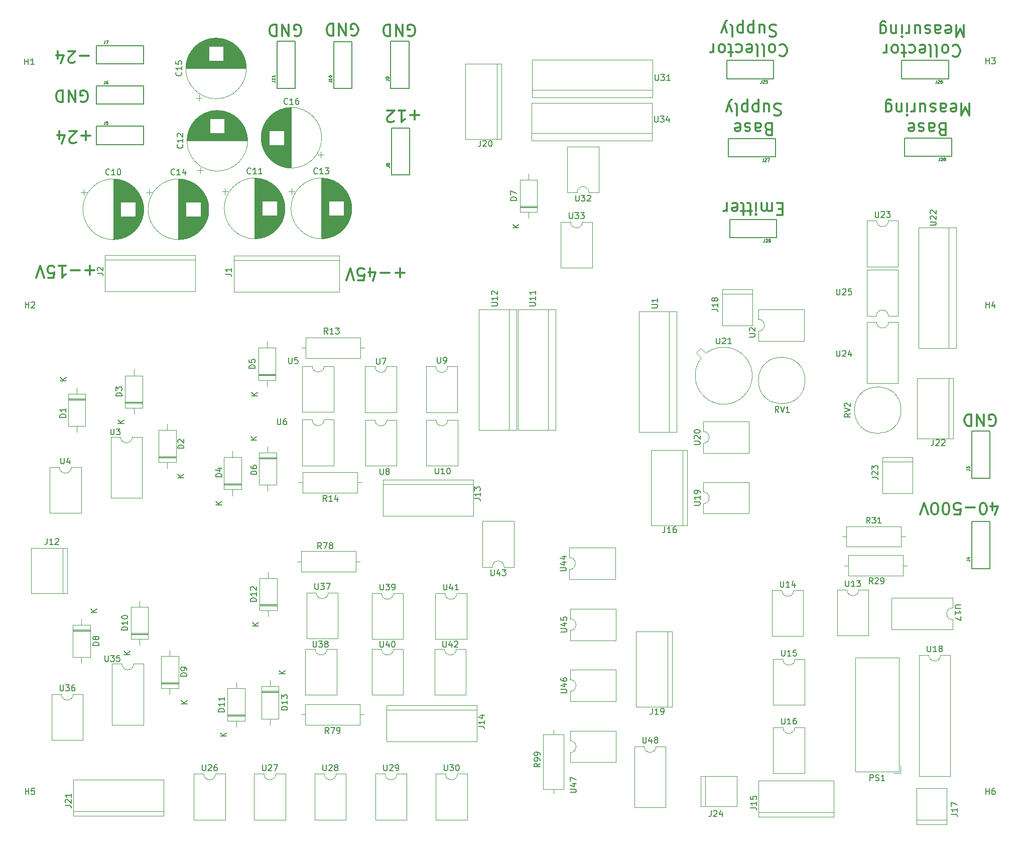
<source format=gto>
%TF.GenerationSoftware,KiCad,Pcbnew,(5.1.10-1-10_14)*%
%TF.CreationDate,2022-05-12T12:23:04+03:00*%
%TF.ProjectId,Bipolar_transistor_tester_1.0,4269706f-6c61-4725-9f74-72616e736973,rev?*%
%TF.SameCoordinates,Original*%
%TF.FileFunction,Legend,Top*%
%TF.FilePolarity,Positive*%
%FSLAX46Y46*%
G04 Gerber Fmt 4.6, Leading zero omitted, Abs format (unit mm)*
G04 Created by KiCad (PCBNEW (5.1.10-1-10_14)) date 2022-05-12 12:23:04*
%MOMM*%
%LPD*%
G01*
G04 APERTURE LIST*
%ADD10C,0.300000*%
%ADD11C,0.127000*%
%ADD12C,0.120000*%
%ADD13C,0.128100*%
%ADD14C,0.150000*%
G04 APERTURE END LIST*
D10*
X227423809Y-111728571D02*
X227423809Y-110395238D01*
X227900000Y-112490476D02*
X228376190Y-111061904D01*
X227138095Y-111061904D01*
X225995238Y-112395238D02*
X225804761Y-112395238D01*
X225614285Y-112300000D01*
X225519047Y-112204761D01*
X225423809Y-112014285D01*
X225328571Y-111633333D01*
X225328571Y-111157142D01*
X225423809Y-110776190D01*
X225519047Y-110585714D01*
X225614285Y-110490476D01*
X225804761Y-110395238D01*
X225995238Y-110395238D01*
X226185714Y-110490476D01*
X226280952Y-110585714D01*
X226376190Y-110776190D01*
X226471428Y-111157142D01*
X226471428Y-111633333D01*
X226376190Y-112014285D01*
X226280952Y-112204761D01*
X226185714Y-112300000D01*
X225995238Y-112395238D01*
X224471428Y-111157142D02*
X222947619Y-111157142D01*
X221042857Y-112395238D02*
X221995238Y-112395238D01*
X222090476Y-111442857D01*
X221995238Y-111538095D01*
X221804761Y-111633333D01*
X221328571Y-111633333D01*
X221138095Y-111538095D01*
X221042857Y-111442857D01*
X220947619Y-111252380D01*
X220947619Y-110776190D01*
X221042857Y-110585714D01*
X221138095Y-110490476D01*
X221328571Y-110395238D01*
X221804761Y-110395238D01*
X221995238Y-110490476D01*
X222090476Y-110585714D01*
X219709523Y-112395238D02*
X219519047Y-112395238D01*
X219328571Y-112300000D01*
X219233333Y-112204761D01*
X219138095Y-112014285D01*
X219042857Y-111633333D01*
X219042857Y-111157142D01*
X219138095Y-110776190D01*
X219233333Y-110585714D01*
X219328571Y-110490476D01*
X219519047Y-110395238D01*
X219709523Y-110395238D01*
X219900000Y-110490476D01*
X219995238Y-110585714D01*
X220090476Y-110776190D01*
X220185714Y-111157142D01*
X220185714Y-111633333D01*
X220090476Y-112014285D01*
X219995238Y-112204761D01*
X219900000Y-112300000D01*
X219709523Y-112395238D01*
X217804761Y-112395238D02*
X217614285Y-112395238D01*
X217423809Y-112300000D01*
X217328571Y-112204761D01*
X217233333Y-112014285D01*
X217138095Y-111633333D01*
X217138095Y-111157142D01*
X217233333Y-110776190D01*
X217328571Y-110585714D01*
X217423809Y-110490476D01*
X217614285Y-110395238D01*
X217804761Y-110395238D01*
X217995238Y-110490476D01*
X218090476Y-110585714D01*
X218185714Y-110776190D01*
X218280952Y-111157142D01*
X218280952Y-111633333D01*
X218185714Y-112014285D01*
X218090476Y-112204761D01*
X217995238Y-112300000D01*
X217804761Y-112395238D01*
X216566666Y-112395238D02*
X215900000Y-110395238D01*
X215233333Y-112395238D01*
X226923809Y-97400000D02*
X227114285Y-97495238D01*
X227400000Y-97495238D01*
X227685714Y-97400000D01*
X227876190Y-97209523D01*
X227971428Y-97019047D01*
X228066666Y-96638095D01*
X228066666Y-96352380D01*
X227971428Y-95971428D01*
X227876190Y-95780952D01*
X227685714Y-95590476D01*
X227400000Y-95495238D01*
X227209523Y-95495238D01*
X226923809Y-95590476D01*
X226828571Y-95685714D01*
X226828571Y-96352380D01*
X227209523Y-96352380D01*
X225971428Y-95495238D02*
X225971428Y-97495238D01*
X224828571Y-95495238D01*
X224828571Y-97495238D01*
X223876190Y-95495238D02*
X223876190Y-97495238D01*
X223400000Y-97495238D01*
X223114285Y-97400000D01*
X222923809Y-97209523D01*
X222828571Y-97019047D01*
X222733333Y-96638095D01*
X222733333Y-96352380D01*
X222828571Y-95971428D01*
X222923809Y-95780952D01*
X223114285Y-95590476D01*
X223400000Y-95495238D01*
X223876190Y-95495238D01*
X128261904Y-71657142D02*
X126738095Y-71657142D01*
X127500000Y-70895238D02*
X127500000Y-72419047D01*
X125785714Y-71657142D02*
X124261904Y-71657142D01*
X122452380Y-72228571D02*
X122452380Y-70895238D01*
X122928571Y-72990476D02*
X123404761Y-71561904D01*
X122166666Y-71561904D01*
X120452380Y-72895238D02*
X121404761Y-72895238D01*
X121500000Y-71942857D01*
X121404761Y-72038095D01*
X121214285Y-72133333D01*
X120738095Y-72133333D01*
X120547619Y-72038095D01*
X120452380Y-71942857D01*
X120357142Y-71752380D01*
X120357142Y-71276190D01*
X120452380Y-71085714D01*
X120547619Y-70990476D01*
X120738095Y-70895238D01*
X121214285Y-70895238D01*
X121404761Y-70990476D01*
X121500000Y-71085714D01*
X119785714Y-72895238D02*
X119119047Y-70895238D01*
X118452380Y-72895238D01*
X75961904Y-71257142D02*
X74438095Y-71257142D01*
X75200000Y-70495238D02*
X75200000Y-72019047D01*
X73485714Y-71257142D02*
X71961904Y-71257142D01*
X69961904Y-70495238D02*
X71104761Y-70495238D01*
X70533333Y-70495238D02*
X70533333Y-72495238D01*
X70723809Y-72209523D01*
X70914285Y-72019047D01*
X71104761Y-71923809D01*
X68152380Y-72495238D02*
X69104761Y-72495238D01*
X69200000Y-71542857D01*
X69104761Y-71638095D01*
X68914285Y-71733333D01*
X68438095Y-71733333D01*
X68247619Y-71638095D01*
X68152380Y-71542857D01*
X68057142Y-71352380D01*
X68057142Y-70876190D01*
X68152380Y-70685714D01*
X68247619Y-70590476D01*
X68438095Y-70495238D01*
X68914285Y-70495238D01*
X69104761Y-70590476D01*
X69200000Y-70685714D01*
X67485714Y-72495238D02*
X66819047Y-70495238D01*
X66152380Y-72495238D01*
X75066666Y-35057142D02*
X73542857Y-35057142D01*
X72685714Y-36104761D02*
X72590476Y-36200000D01*
X72400000Y-36295238D01*
X71923809Y-36295238D01*
X71733333Y-36200000D01*
X71638095Y-36104761D01*
X71542857Y-35914285D01*
X71542857Y-35723809D01*
X71638095Y-35438095D01*
X72780952Y-34295238D01*
X71542857Y-34295238D01*
X69828571Y-35628571D02*
X69828571Y-34295238D01*
X70304761Y-36390476D02*
X70780952Y-34961904D01*
X69542857Y-34961904D01*
X75266666Y-48557142D02*
X73742857Y-48557142D01*
X74504761Y-47795238D02*
X74504761Y-49319047D01*
X72885714Y-49604761D02*
X72790476Y-49700000D01*
X72600000Y-49795238D01*
X72123809Y-49795238D01*
X71933333Y-49700000D01*
X71838095Y-49604761D01*
X71742857Y-49414285D01*
X71742857Y-49223809D01*
X71838095Y-48938095D01*
X72980952Y-47795238D01*
X71742857Y-47795238D01*
X70028571Y-49128571D02*
X70028571Y-47795238D01*
X70504761Y-49890476D02*
X70980952Y-48461904D01*
X69742857Y-48461904D01*
X73723809Y-42800000D02*
X73914285Y-42895238D01*
X74200000Y-42895238D01*
X74485714Y-42800000D01*
X74676190Y-42609523D01*
X74771428Y-42419047D01*
X74866666Y-42038095D01*
X74866666Y-41752380D01*
X74771428Y-41371428D01*
X74676190Y-41180952D01*
X74485714Y-40990476D01*
X74200000Y-40895238D01*
X74009523Y-40895238D01*
X73723809Y-40990476D01*
X73628571Y-41085714D01*
X73628571Y-41752380D01*
X74009523Y-41752380D01*
X72771428Y-40895238D02*
X72771428Y-42895238D01*
X71628571Y-40895238D01*
X71628571Y-42895238D01*
X70676190Y-40895238D02*
X70676190Y-42895238D01*
X70200000Y-42895238D01*
X69914285Y-42800000D01*
X69723809Y-42609523D01*
X69628571Y-42419047D01*
X69533333Y-42038095D01*
X69533333Y-41752380D01*
X69628571Y-41371428D01*
X69723809Y-41180952D01*
X69914285Y-40990476D01*
X70200000Y-40895238D01*
X70676190Y-40895238D01*
X109723809Y-31700000D02*
X109914285Y-31795238D01*
X110200000Y-31795238D01*
X110485714Y-31700000D01*
X110676190Y-31509523D01*
X110771428Y-31319047D01*
X110866666Y-30938095D01*
X110866666Y-30652380D01*
X110771428Y-30271428D01*
X110676190Y-30080952D01*
X110485714Y-29890476D01*
X110200000Y-29795238D01*
X110009523Y-29795238D01*
X109723809Y-29890476D01*
X109628571Y-29985714D01*
X109628571Y-30652380D01*
X110009523Y-30652380D01*
X108771428Y-29795238D02*
X108771428Y-31795238D01*
X107628571Y-29795238D01*
X107628571Y-31795238D01*
X106676190Y-29795238D02*
X106676190Y-31795238D01*
X106200000Y-31795238D01*
X105914285Y-31700000D01*
X105723809Y-31509523D01*
X105628571Y-31319047D01*
X105533333Y-30938095D01*
X105533333Y-30652380D01*
X105628571Y-30271428D01*
X105723809Y-30080952D01*
X105914285Y-29890476D01*
X106200000Y-29795238D01*
X106676190Y-29795238D01*
X119323809Y-31600000D02*
X119514285Y-31695238D01*
X119800000Y-31695238D01*
X120085714Y-31600000D01*
X120276190Y-31409523D01*
X120371428Y-31219047D01*
X120466666Y-30838095D01*
X120466666Y-30552380D01*
X120371428Y-30171428D01*
X120276190Y-29980952D01*
X120085714Y-29790476D01*
X119800000Y-29695238D01*
X119609523Y-29695238D01*
X119323809Y-29790476D01*
X119228571Y-29885714D01*
X119228571Y-30552380D01*
X119609523Y-30552380D01*
X118371428Y-29695238D02*
X118371428Y-31695238D01*
X117228571Y-29695238D01*
X117228571Y-31695238D01*
X116276190Y-29695238D02*
X116276190Y-31695238D01*
X115800000Y-31695238D01*
X115514285Y-31600000D01*
X115323809Y-31409523D01*
X115228571Y-31219047D01*
X115133333Y-30838095D01*
X115133333Y-30552380D01*
X115228571Y-30171428D01*
X115323809Y-29980952D01*
X115514285Y-29790476D01*
X115800000Y-29695238D01*
X116276190Y-29695238D01*
X130766666Y-45057142D02*
X129242857Y-45057142D01*
X130004761Y-44295238D02*
X130004761Y-45819047D01*
X127242857Y-44295238D02*
X128385714Y-44295238D01*
X127814285Y-44295238D02*
X127814285Y-46295238D01*
X128004761Y-46009523D01*
X128195238Y-45819047D01*
X128385714Y-45723809D01*
X126480952Y-46104761D02*
X126385714Y-46200000D01*
X126195238Y-46295238D01*
X125719047Y-46295238D01*
X125528571Y-46200000D01*
X125433333Y-46104761D01*
X125338095Y-45914285D01*
X125338095Y-45723809D01*
X125433333Y-45438095D01*
X126576190Y-44295238D01*
X125338095Y-44295238D01*
X128923809Y-31700000D02*
X129114285Y-31795238D01*
X129400000Y-31795238D01*
X129685714Y-31700000D01*
X129876190Y-31509523D01*
X129971428Y-31319047D01*
X130066666Y-30938095D01*
X130066666Y-30652380D01*
X129971428Y-30271428D01*
X129876190Y-30080952D01*
X129685714Y-29890476D01*
X129400000Y-29795238D01*
X129209523Y-29795238D01*
X128923809Y-29890476D01*
X128828571Y-29985714D01*
X128828571Y-30652380D01*
X129209523Y-30652380D01*
X127971428Y-29795238D02*
X127971428Y-31795238D01*
X126828571Y-29795238D01*
X126828571Y-31795238D01*
X125876190Y-29795238D02*
X125876190Y-31795238D01*
X125400000Y-31795238D01*
X125114285Y-31700000D01*
X124923809Y-31509523D01*
X124828571Y-31319047D01*
X124733333Y-30938095D01*
X124733333Y-30652380D01*
X124828571Y-30271428D01*
X124923809Y-30080952D01*
X125114285Y-29890476D01*
X125400000Y-29795238D01*
X125876190Y-29795238D01*
X192057142Y-60942857D02*
X191390476Y-60942857D01*
X191104761Y-59895238D02*
X192057142Y-59895238D01*
X192057142Y-61895238D01*
X191104761Y-61895238D01*
X190247619Y-59895238D02*
X190247619Y-61228571D01*
X190247619Y-61038095D02*
X190152380Y-61133333D01*
X189961904Y-61228571D01*
X189676190Y-61228571D01*
X189485714Y-61133333D01*
X189390476Y-60942857D01*
X189390476Y-59895238D01*
X189390476Y-60942857D02*
X189295238Y-61133333D01*
X189104761Y-61228571D01*
X188819047Y-61228571D01*
X188628571Y-61133333D01*
X188533333Y-60942857D01*
X188533333Y-59895238D01*
X187580952Y-59895238D02*
X187580952Y-61228571D01*
X187580952Y-61895238D02*
X187676190Y-61800000D01*
X187580952Y-61704761D01*
X187485714Y-61800000D01*
X187580952Y-61895238D01*
X187580952Y-61704761D01*
X186914285Y-61228571D02*
X186152380Y-61228571D01*
X186628571Y-61895238D02*
X186628571Y-60180952D01*
X186533333Y-59990476D01*
X186342857Y-59895238D01*
X186152380Y-59895238D01*
X185771428Y-61228571D02*
X185009523Y-61228571D01*
X185485714Y-61895238D02*
X185485714Y-60180952D01*
X185390476Y-59990476D01*
X185200000Y-59895238D01*
X185009523Y-59895238D01*
X183580952Y-59990476D02*
X183771428Y-59895238D01*
X184152380Y-59895238D01*
X184342857Y-59990476D01*
X184438095Y-60180952D01*
X184438095Y-60942857D01*
X184342857Y-61133333D01*
X184152380Y-61228571D01*
X183771428Y-61228571D01*
X183580952Y-61133333D01*
X183485714Y-60942857D01*
X183485714Y-60752380D01*
X184438095Y-60561904D01*
X182628571Y-59895238D02*
X182628571Y-61228571D01*
X182628571Y-60847619D02*
X182533333Y-61038095D01*
X182438095Y-61133333D01*
X182247619Y-61228571D01*
X182057142Y-61228571D01*
X189628571Y-47492857D02*
X189342857Y-47397619D01*
X189247619Y-47302380D01*
X189152380Y-47111904D01*
X189152380Y-46826190D01*
X189247619Y-46635714D01*
X189342857Y-46540476D01*
X189533333Y-46445238D01*
X190295238Y-46445238D01*
X190295238Y-48445238D01*
X189628571Y-48445238D01*
X189438095Y-48350000D01*
X189342857Y-48254761D01*
X189247619Y-48064285D01*
X189247619Y-47873809D01*
X189342857Y-47683333D01*
X189438095Y-47588095D01*
X189628571Y-47492857D01*
X190295238Y-47492857D01*
X187438095Y-46445238D02*
X187438095Y-47492857D01*
X187533333Y-47683333D01*
X187723809Y-47778571D01*
X188104761Y-47778571D01*
X188295238Y-47683333D01*
X187438095Y-46540476D02*
X187628571Y-46445238D01*
X188104761Y-46445238D01*
X188295238Y-46540476D01*
X188390476Y-46730952D01*
X188390476Y-46921428D01*
X188295238Y-47111904D01*
X188104761Y-47207142D01*
X187628571Y-47207142D01*
X187438095Y-47302380D01*
X186580952Y-46540476D02*
X186390476Y-46445238D01*
X186009523Y-46445238D01*
X185819047Y-46540476D01*
X185723809Y-46730952D01*
X185723809Y-46826190D01*
X185819047Y-47016666D01*
X186009523Y-47111904D01*
X186295238Y-47111904D01*
X186485714Y-47207142D01*
X186580952Y-47397619D01*
X186580952Y-47492857D01*
X186485714Y-47683333D01*
X186295238Y-47778571D01*
X186009523Y-47778571D01*
X185819047Y-47683333D01*
X184104761Y-46540476D02*
X184295238Y-46445238D01*
X184676190Y-46445238D01*
X184866666Y-46540476D01*
X184961904Y-46730952D01*
X184961904Y-47492857D01*
X184866666Y-47683333D01*
X184676190Y-47778571D01*
X184295238Y-47778571D01*
X184104761Y-47683333D01*
X184009523Y-47492857D01*
X184009523Y-47302380D01*
X184961904Y-47111904D01*
X191771428Y-43240476D02*
X191485714Y-43145238D01*
X191009523Y-43145238D01*
X190819047Y-43240476D01*
X190723809Y-43335714D01*
X190628571Y-43526190D01*
X190628571Y-43716666D01*
X190723809Y-43907142D01*
X190819047Y-44002380D01*
X191009523Y-44097619D01*
X191390476Y-44192857D01*
X191580952Y-44288095D01*
X191676190Y-44383333D01*
X191771428Y-44573809D01*
X191771428Y-44764285D01*
X191676190Y-44954761D01*
X191580952Y-45050000D01*
X191390476Y-45145238D01*
X190914285Y-45145238D01*
X190628571Y-45050000D01*
X188914285Y-44478571D02*
X188914285Y-43145238D01*
X189771428Y-44478571D02*
X189771428Y-43430952D01*
X189676190Y-43240476D01*
X189485714Y-43145238D01*
X189200000Y-43145238D01*
X189009523Y-43240476D01*
X188914285Y-43335714D01*
X187961904Y-44478571D02*
X187961904Y-42478571D01*
X187961904Y-44383333D02*
X187771428Y-44478571D01*
X187390476Y-44478571D01*
X187200000Y-44383333D01*
X187104761Y-44288095D01*
X187009523Y-44097619D01*
X187009523Y-43526190D01*
X187104761Y-43335714D01*
X187200000Y-43240476D01*
X187390476Y-43145238D01*
X187771428Y-43145238D01*
X187961904Y-43240476D01*
X186152380Y-44478571D02*
X186152380Y-42478571D01*
X186152380Y-44383333D02*
X185961904Y-44478571D01*
X185580952Y-44478571D01*
X185390476Y-44383333D01*
X185295238Y-44288095D01*
X185200000Y-44097619D01*
X185200000Y-43526190D01*
X185295238Y-43335714D01*
X185390476Y-43240476D01*
X185580952Y-43145238D01*
X185961904Y-43145238D01*
X186152380Y-43240476D01*
X184057142Y-43145238D02*
X184247619Y-43240476D01*
X184342857Y-43430952D01*
X184342857Y-45145238D01*
X183485714Y-44478571D02*
X183009523Y-43145238D01*
X182533333Y-44478571D02*
X183009523Y-43145238D01*
X183200000Y-42669047D01*
X183295238Y-42573809D01*
X183485714Y-42478571D01*
X218928571Y-47492857D02*
X218642857Y-47397619D01*
X218547619Y-47302380D01*
X218452380Y-47111904D01*
X218452380Y-46826190D01*
X218547619Y-46635714D01*
X218642857Y-46540476D01*
X218833333Y-46445238D01*
X219595238Y-46445238D01*
X219595238Y-48445238D01*
X218928571Y-48445238D01*
X218738095Y-48350000D01*
X218642857Y-48254761D01*
X218547619Y-48064285D01*
X218547619Y-47873809D01*
X218642857Y-47683333D01*
X218738095Y-47588095D01*
X218928571Y-47492857D01*
X219595238Y-47492857D01*
X216738095Y-46445238D02*
X216738095Y-47492857D01*
X216833333Y-47683333D01*
X217023809Y-47778571D01*
X217404761Y-47778571D01*
X217595238Y-47683333D01*
X216738095Y-46540476D02*
X216928571Y-46445238D01*
X217404761Y-46445238D01*
X217595238Y-46540476D01*
X217690476Y-46730952D01*
X217690476Y-46921428D01*
X217595238Y-47111904D01*
X217404761Y-47207142D01*
X216928571Y-47207142D01*
X216738095Y-47302380D01*
X215880952Y-46540476D02*
X215690476Y-46445238D01*
X215309523Y-46445238D01*
X215119047Y-46540476D01*
X215023809Y-46730952D01*
X215023809Y-46826190D01*
X215119047Y-47016666D01*
X215309523Y-47111904D01*
X215595238Y-47111904D01*
X215785714Y-47207142D01*
X215880952Y-47397619D01*
X215880952Y-47492857D01*
X215785714Y-47683333D01*
X215595238Y-47778571D01*
X215309523Y-47778571D01*
X215119047Y-47683333D01*
X213404761Y-46540476D02*
X213595238Y-46445238D01*
X213976190Y-46445238D01*
X214166666Y-46540476D01*
X214261904Y-46730952D01*
X214261904Y-47492857D01*
X214166666Y-47683333D01*
X213976190Y-47778571D01*
X213595238Y-47778571D01*
X213404761Y-47683333D01*
X213309523Y-47492857D01*
X213309523Y-47302380D01*
X214261904Y-47111904D01*
X223547619Y-43145238D02*
X223547619Y-45145238D01*
X222880952Y-43716666D01*
X222214285Y-45145238D01*
X222214285Y-43145238D01*
X220500000Y-43240476D02*
X220690476Y-43145238D01*
X221071428Y-43145238D01*
X221261904Y-43240476D01*
X221357142Y-43430952D01*
X221357142Y-44192857D01*
X221261904Y-44383333D01*
X221071428Y-44478571D01*
X220690476Y-44478571D01*
X220500000Y-44383333D01*
X220404761Y-44192857D01*
X220404761Y-44002380D01*
X221357142Y-43811904D01*
X218690476Y-43145238D02*
X218690476Y-44192857D01*
X218785714Y-44383333D01*
X218976190Y-44478571D01*
X219357142Y-44478571D01*
X219547619Y-44383333D01*
X218690476Y-43240476D02*
X218880952Y-43145238D01*
X219357142Y-43145238D01*
X219547619Y-43240476D01*
X219642857Y-43430952D01*
X219642857Y-43621428D01*
X219547619Y-43811904D01*
X219357142Y-43907142D01*
X218880952Y-43907142D01*
X218690476Y-44002380D01*
X217833333Y-43240476D02*
X217642857Y-43145238D01*
X217261904Y-43145238D01*
X217071428Y-43240476D01*
X216976190Y-43430952D01*
X216976190Y-43526190D01*
X217071428Y-43716666D01*
X217261904Y-43811904D01*
X217547619Y-43811904D01*
X217738095Y-43907142D01*
X217833333Y-44097619D01*
X217833333Y-44192857D01*
X217738095Y-44383333D01*
X217547619Y-44478571D01*
X217261904Y-44478571D01*
X217071428Y-44383333D01*
X215261904Y-44478571D02*
X215261904Y-43145238D01*
X216119047Y-44478571D02*
X216119047Y-43430952D01*
X216023809Y-43240476D01*
X215833333Y-43145238D01*
X215547619Y-43145238D01*
X215357142Y-43240476D01*
X215261904Y-43335714D01*
X214309523Y-43145238D02*
X214309523Y-44478571D01*
X214309523Y-44097619D02*
X214214285Y-44288095D01*
X214119047Y-44383333D01*
X213928571Y-44478571D01*
X213738095Y-44478571D01*
X213071428Y-43145238D02*
X213071428Y-44478571D01*
X213071428Y-45145238D02*
X213166666Y-45050000D01*
X213071428Y-44954761D01*
X212976190Y-45050000D01*
X213071428Y-45145238D01*
X213071428Y-44954761D01*
X212119047Y-44478571D02*
X212119047Y-43145238D01*
X212119047Y-44288095D02*
X212023809Y-44383333D01*
X211833333Y-44478571D01*
X211547619Y-44478571D01*
X211357142Y-44383333D01*
X211261904Y-44192857D01*
X211261904Y-43145238D01*
X209452380Y-44478571D02*
X209452380Y-42859523D01*
X209547619Y-42669047D01*
X209642857Y-42573809D01*
X209833333Y-42478571D01*
X210119047Y-42478571D01*
X210309523Y-42573809D01*
X209452380Y-43240476D02*
X209642857Y-43145238D01*
X210023809Y-43145238D01*
X210214285Y-43240476D01*
X210309523Y-43335714D01*
X210404761Y-43526190D01*
X210404761Y-44097619D01*
X210309523Y-44288095D01*
X210214285Y-44383333D01*
X210023809Y-44478571D01*
X209642857Y-44478571D01*
X209452380Y-44383333D01*
X220742857Y-33435714D02*
X220838095Y-33340476D01*
X221123809Y-33245238D01*
X221314285Y-33245238D01*
X221600000Y-33340476D01*
X221790476Y-33530952D01*
X221885714Y-33721428D01*
X221980952Y-34102380D01*
X221980952Y-34388095D01*
X221885714Y-34769047D01*
X221790476Y-34959523D01*
X221600000Y-35150000D01*
X221314285Y-35245238D01*
X221123809Y-35245238D01*
X220838095Y-35150000D01*
X220742857Y-35054761D01*
X219600000Y-33245238D02*
X219790476Y-33340476D01*
X219885714Y-33435714D01*
X219980952Y-33626190D01*
X219980952Y-34197619D01*
X219885714Y-34388095D01*
X219790476Y-34483333D01*
X219600000Y-34578571D01*
X219314285Y-34578571D01*
X219123809Y-34483333D01*
X219028571Y-34388095D01*
X218933333Y-34197619D01*
X218933333Y-33626190D01*
X219028571Y-33435714D01*
X219123809Y-33340476D01*
X219314285Y-33245238D01*
X219600000Y-33245238D01*
X217790476Y-33245238D02*
X217980952Y-33340476D01*
X218076190Y-33530952D01*
X218076190Y-35245238D01*
X216742857Y-33245238D02*
X216933333Y-33340476D01*
X217028571Y-33530952D01*
X217028571Y-35245238D01*
X215219047Y-33340476D02*
X215409523Y-33245238D01*
X215790476Y-33245238D01*
X215980952Y-33340476D01*
X216076190Y-33530952D01*
X216076190Y-34292857D01*
X215980952Y-34483333D01*
X215790476Y-34578571D01*
X215409523Y-34578571D01*
X215219047Y-34483333D01*
X215123809Y-34292857D01*
X215123809Y-34102380D01*
X216076190Y-33911904D01*
X213409523Y-33340476D02*
X213600000Y-33245238D01*
X213980952Y-33245238D01*
X214171428Y-33340476D01*
X214266666Y-33435714D01*
X214361904Y-33626190D01*
X214361904Y-34197619D01*
X214266666Y-34388095D01*
X214171428Y-34483333D01*
X213980952Y-34578571D01*
X213600000Y-34578571D01*
X213409523Y-34483333D01*
X212838095Y-34578571D02*
X212076190Y-34578571D01*
X212552380Y-35245238D02*
X212552380Y-33530952D01*
X212457142Y-33340476D01*
X212266666Y-33245238D01*
X212076190Y-33245238D01*
X211123809Y-33245238D02*
X211314285Y-33340476D01*
X211409523Y-33435714D01*
X211504761Y-33626190D01*
X211504761Y-34197619D01*
X211409523Y-34388095D01*
X211314285Y-34483333D01*
X211123809Y-34578571D01*
X210838095Y-34578571D01*
X210647619Y-34483333D01*
X210552380Y-34388095D01*
X210457142Y-34197619D01*
X210457142Y-33626190D01*
X210552380Y-33435714D01*
X210647619Y-33340476D01*
X210838095Y-33245238D01*
X211123809Y-33245238D01*
X209600000Y-33245238D02*
X209600000Y-34578571D01*
X209600000Y-34197619D02*
X209504761Y-34388095D01*
X209409523Y-34483333D01*
X209219047Y-34578571D01*
X209028571Y-34578571D01*
X222647619Y-29945238D02*
X222647619Y-31945238D01*
X221980952Y-30516666D01*
X221314285Y-31945238D01*
X221314285Y-29945238D01*
X219600000Y-30040476D02*
X219790476Y-29945238D01*
X220171428Y-29945238D01*
X220361904Y-30040476D01*
X220457142Y-30230952D01*
X220457142Y-30992857D01*
X220361904Y-31183333D01*
X220171428Y-31278571D01*
X219790476Y-31278571D01*
X219600000Y-31183333D01*
X219504761Y-30992857D01*
X219504761Y-30802380D01*
X220457142Y-30611904D01*
X217790476Y-29945238D02*
X217790476Y-30992857D01*
X217885714Y-31183333D01*
X218076190Y-31278571D01*
X218457142Y-31278571D01*
X218647619Y-31183333D01*
X217790476Y-30040476D02*
X217980952Y-29945238D01*
X218457142Y-29945238D01*
X218647619Y-30040476D01*
X218742857Y-30230952D01*
X218742857Y-30421428D01*
X218647619Y-30611904D01*
X218457142Y-30707142D01*
X217980952Y-30707142D01*
X217790476Y-30802380D01*
X216933333Y-30040476D02*
X216742857Y-29945238D01*
X216361904Y-29945238D01*
X216171428Y-30040476D01*
X216076190Y-30230952D01*
X216076190Y-30326190D01*
X216171428Y-30516666D01*
X216361904Y-30611904D01*
X216647619Y-30611904D01*
X216838095Y-30707142D01*
X216933333Y-30897619D01*
X216933333Y-30992857D01*
X216838095Y-31183333D01*
X216647619Y-31278571D01*
X216361904Y-31278571D01*
X216171428Y-31183333D01*
X214361904Y-31278571D02*
X214361904Y-29945238D01*
X215219047Y-31278571D02*
X215219047Y-30230952D01*
X215123809Y-30040476D01*
X214933333Y-29945238D01*
X214647619Y-29945238D01*
X214457142Y-30040476D01*
X214361904Y-30135714D01*
X213409523Y-29945238D02*
X213409523Y-31278571D01*
X213409523Y-30897619D02*
X213314285Y-31088095D01*
X213219047Y-31183333D01*
X213028571Y-31278571D01*
X212838095Y-31278571D01*
X212171428Y-29945238D02*
X212171428Y-31278571D01*
X212171428Y-31945238D02*
X212266666Y-31850000D01*
X212171428Y-31754761D01*
X212076190Y-31850000D01*
X212171428Y-31945238D01*
X212171428Y-31754761D01*
X211219047Y-31278571D02*
X211219047Y-29945238D01*
X211219047Y-31088095D02*
X211123809Y-31183333D01*
X210933333Y-31278571D01*
X210647619Y-31278571D01*
X210457142Y-31183333D01*
X210361904Y-30992857D01*
X210361904Y-29945238D01*
X208552380Y-31278571D02*
X208552380Y-29659523D01*
X208647619Y-29469047D01*
X208742857Y-29373809D01*
X208933333Y-29278571D01*
X209219047Y-29278571D01*
X209409523Y-29373809D01*
X208552380Y-30040476D02*
X208742857Y-29945238D01*
X209123809Y-29945238D01*
X209314285Y-30040476D01*
X209409523Y-30135714D01*
X209504761Y-30326190D01*
X209504761Y-30897619D01*
X209409523Y-31088095D01*
X209314285Y-31183333D01*
X209123809Y-31278571D01*
X208742857Y-31278571D01*
X208552380Y-31183333D01*
X191542857Y-33335714D02*
X191638095Y-33240476D01*
X191923809Y-33145238D01*
X192114285Y-33145238D01*
X192400000Y-33240476D01*
X192590476Y-33430952D01*
X192685714Y-33621428D01*
X192780952Y-34002380D01*
X192780952Y-34288095D01*
X192685714Y-34669047D01*
X192590476Y-34859523D01*
X192400000Y-35050000D01*
X192114285Y-35145238D01*
X191923809Y-35145238D01*
X191638095Y-35050000D01*
X191542857Y-34954761D01*
X190400000Y-33145238D02*
X190590476Y-33240476D01*
X190685714Y-33335714D01*
X190780952Y-33526190D01*
X190780952Y-34097619D01*
X190685714Y-34288095D01*
X190590476Y-34383333D01*
X190400000Y-34478571D01*
X190114285Y-34478571D01*
X189923809Y-34383333D01*
X189828571Y-34288095D01*
X189733333Y-34097619D01*
X189733333Y-33526190D01*
X189828571Y-33335714D01*
X189923809Y-33240476D01*
X190114285Y-33145238D01*
X190400000Y-33145238D01*
X188590476Y-33145238D02*
X188780952Y-33240476D01*
X188876190Y-33430952D01*
X188876190Y-35145238D01*
X187542857Y-33145238D02*
X187733333Y-33240476D01*
X187828571Y-33430952D01*
X187828571Y-35145238D01*
X186019047Y-33240476D02*
X186209523Y-33145238D01*
X186590476Y-33145238D01*
X186780952Y-33240476D01*
X186876190Y-33430952D01*
X186876190Y-34192857D01*
X186780952Y-34383333D01*
X186590476Y-34478571D01*
X186209523Y-34478571D01*
X186019047Y-34383333D01*
X185923809Y-34192857D01*
X185923809Y-34002380D01*
X186876190Y-33811904D01*
X184209523Y-33240476D02*
X184400000Y-33145238D01*
X184780952Y-33145238D01*
X184971428Y-33240476D01*
X185066666Y-33335714D01*
X185161904Y-33526190D01*
X185161904Y-34097619D01*
X185066666Y-34288095D01*
X184971428Y-34383333D01*
X184780952Y-34478571D01*
X184400000Y-34478571D01*
X184209523Y-34383333D01*
X183638095Y-34478571D02*
X182876190Y-34478571D01*
X183352380Y-35145238D02*
X183352380Y-33430952D01*
X183257142Y-33240476D01*
X183066666Y-33145238D01*
X182876190Y-33145238D01*
X181923809Y-33145238D02*
X182114285Y-33240476D01*
X182209523Y-33335714D01*
X182304761Y-33526190D01*
X182304761Y-34097619D01*
X182209523Y-34288095D01*
X182114285Y-34383333D01*
X181923809Y-34478571D01*
X181638095Y-34478571D01*
X181447619Y-34383333D01*
X181352380Y-34288095D01*
X181257142Y-34097619D01*
X181257142Y-33526190D01*
X181352380Y-33335714D01*
X181447619Y-33240476D01*
X181638095Y-33145238D01*
X181923809Y-33145238D01*
X180400000Y-33145238D02*
X180400000Y-34478571D01*
X180400000Y-34097619D02*
X180304761Y-34288095D01*
X180209523Y-34383333D01*
X180019047Y-34478571D01*
X179828571Y-34478571D01*
X190971428Y-29940476D02*
X190685714Y-29845238D01*
X190209523Y-29845238D01*
X190019047Y-29940476D01*
X189923809Y-30035714D01*
X189828571Y-30226190D01*
X189828571Y-30416666D01*
X189923809Y-30607142D01*
X190019047Y-30702380D01*
X190209523Y-30797619D01*
X190590476Y-30892857D01*
X190780952Y-30988095D01*
X190876190Y-31083333D01*
X190971428Y-31273809D01*
X190971428Y-31464285D01*
X190876190Y-31654761D01*
X190780952Y-31750000D01*
X190590476Y-31845238D01*
X190114285Y-31845238D01*
X189828571Y-31750000D01*
X188114285Y-31178571D02*
X188114285Y-29845238D01*
X188971428Y-31178571D02*
X188971428Y-30130952D01*
X188876190Y-29940476D01*
X188685714Y-29845238D01*
X188400000Y-29845238D01*
X188209523Y-29940476D01*
X188114285Y-30035714D01*
X187161904Y-31178571D02*
X187161904Y-29178571D01*
X187161904Y-31083333D02*
X186971428Y-31178571D01*
X186590476Y-31178571D01*
X186400000Y-31083333D01*
X186304761Y-30988095D01*
X186209523Y-30797619D01*
X186209523Y-30226190D01*
X186304761Y-30035714D01*
X186400000Y-29940476D01*
X186590476Y-29845238D01*
X186971428Y-29845238D01*
X187161904Y-29940476D01*
X185352380Y-31178571D02*
X185352380Y-29178571D01*
X185352380Y-31083333D02*
X185161904Y-31178571D01*
X184780952Y-31178571D01*
X184590476Y-31083333D01*
X184495238Y-30988095D01*
X184400000Y-30797619D01*
X184400000Y-30226190D01*
X184495238Y-30035714D01*
X184590476Y-29940476D01*
X184780952Y-29845238D01*
X185161904Y-29845238D01*
X185352380Y-29940476D01*
X183257142Y-29845238D02*
X183447619Y-29940476D01*
X183542857Y-30130952D01*
X183542857Y-31845238D01*
X182685714Y-31178571D02*
X182209523Y-29845238D01*
X181733333Y-31178571D02*
X182209523Y-29845238D01*
X182400000Y-29369047D01*
X182495238Y-29273809D01*
X182685714Y-29178571D01*
D11*
%TO.C,J8*%
X129140000Y-55160000D02*
X126060000Y-55160000D01*
X129140000Y-47240000D02*
X129140000Y-55160000D01*
X126060000Y-47240000D02*
X129140000Y-47240000D01*
X126060000Y-55160000D02*
X126060000Y-47240000D01*
D12*
%TO.C,U43*%
X141440000Y-121230000D02*
X143090000Y-121230000D01*
X141440000Y-113490000D02*
X141440000Y-121230000D01*
X146740000Y-113490000D02*
X141440000Y-113490000D01*
X146740000Y-121230000D02*
X146740000Y-113490000D01*
X145090000Y-121230000D02*
X146740000Y-121230000D01*
X143090000Y-121230000D02*
G75*
G02*
X145090000Y-121230000I1000000J0D01*
G01*
%TO.C,J16*%
X175940000Y-101530000D02*
X169844000Y-101530000D01*
X169844000Y-101530000D02*
X169844000Y-114230000D01*
X169844000Y-114230000D02*
X175940000Y-114230000D01*
X175940000Y-114230000D02*
X175940000Y-101530000D01*
X175178000Y-101530000D02*
X175178000Y-114230000D01*
%TO.C,J12*%
X71440000Y-125650000D02*
X71440000Y-118030000D01*
X70678000Y-118030000D02*
X70678000Y-125650000D01*
X71440000Y-118030000D02*
X65344000Y-118030000D01*
X65344000Y-118030000D02*
X65344000Y-125650000D01*
X65344000Y-125650000D02*
X71440000Y-125650000D01*
D11*
%TO.C,J11*%
X109840000Y-40560000D02*
X106760000Y-40560000D01*
X109840000Y-32640000D02*
X109840000Y-40560000D01*
X106760000Y-32640000D02*
X109840000Y-32640000D01*
X106760000Y-40560000D02*
X106760000Y-32640000D01*
%TO.C,J10*%
X119440000Y-40600000D02*
X116360000Y-40600000D01*
X119440000Y-32680000D02*
X119440000Y-40600000D01*
X116360000Y-32680000D02*
X119440000Y-32680000D01*
X116360000Y-40600000D02*
X116360000Y-32680000D01*
D12*
%TO.C,U33*%
X156310000Y-63070000D02*
X154660000Y-63070000D01*
X154660000Y-63070000D02*
X154660000Y-70810000D01*
X154660000Y-70810000D02*
X159960000Y-70810000D01*
X159960000Y-70810000D02*
X159960000Y-63070000D01*
X159960000Y-63070000D02*
X158310000Y-63070000D01*
X158310000Y-63070000D02*
G75*
G02*
X156310000Y-63070000I-1000000J0D01*
G01*
D11*
%TO.C,J29*%
X191060000Y-62660000D02*
X191060000Y-65740000D01*
X183140000Y-62660000D02*
X191060000Y-62660000D01*
X183140000Y-65740000D02*
X183140000Y-62660000D01*
X191060000Y-65740000D02*
X183140000Y-65740000D01*
%TO.C,J28*%
X220560000Y-48960000D02*
X220560000Y-52040000D01*
X212640000Y-48960000D02*
X220560000Y-48960000D01*
X212640000Y-52040000D02*
X212640000Y-48960000D01*
X220560000Y-52040000D02*
X212640000Y-52040000D01*
%TO.C,J27*%
X190860000Y-49060000D02*
X190860000Y-52140000D01*
X182940000Y-49060000D02*
X190860000Y-49060000D01*
X182940000Y-52140000D02*
X182940000Y-49060000D01*
X190860000Y-52140000D02*
X182940000Y-52140000D01*
%TO.C,J26*%
X220060000Y-35860000D02*
X220060000Y-38940000D01*
X212140000Y-35860000D02*
X220060000Y-35860000D01*
X212140000Y-38940000D02*
X212140000Y-35860000D01*
X220060000Y-38940000D02*
X212140000Y-38940000D01*
%TO.C,J25*%
X190560000Y-35860000D02*
X190560000Y-38940000D01*
X182640000Y-35860000D02*
X190560000Y-35860000D01*
X182640000Y-38940000D02*
X182640000Y-35860000D01*
X190560000Y-38940000D02*
X182640000Y-38940000D01*
%TO.C,J4*%
X227040000Y-121520000D02*
X223960000Y-121520000D01*
X227040000Y-113600000D02*
X227040000Y-121520000D01*
X223960000Y-113600000D02*
X227040000Y-113600000D01*
X223960000Y-121520000D02*
X223960000Y-113600000D01*
%TO.C,J9*%
X129040000Y-40560000D02*
X125960000Y-40560000D01*
X129040000Y-32640000D02*
X129040000Y-40560000D01*
X125960000Y-32640000D02*
X129040000Y-32640000D01*
X125960000Y-40560000D02*
X125960000Y-32640000D01*
%TO.C,J7*%
X76340000Y-36440000D02*
X76340000Y-33360000D01*
X84260000Y-36440000D02*
X76340000Y-36440000D01*
X84260000Y-33360000D02*
X84260000Y-36440000D01*
X76340000Y-33360000D02*
X84260000Y-33360000D01*
%TO.C,J6*%
X76340000Y-43240000D02*
X76340000Y-40160000D01*
X84260000Y-43240000D02*
X76340000Y-43240000D01*
X84260000Y-40160000D02*
X84260000Y-43240000D01*
X76340000Y-40160000D02*
X84260000Y-40160000D01*
%TO.C,J5*%
X76340000Y-50040000D02*
X76340000Y-46960000D01*
X84260000Y-50040000D02*
X76340000Y-50040000D01*
X84260000Y-46960000D02*
X84260000Y-50040000D01*
X76340000Y-46960000D02*
X84260000Y-46960000D01*
%TO.C,J3*%
X227040000Y-106260000D02*
X223960000Y-106260000D01*
X227040000Y-98340000D02*
X227040000Y-106260000D01*
X223960000Y-98340000D02*
X227040000Y-98340000D01*
X223960000Y-106260000D02*
X223960000Y-98340000D01*
D12*
%TO.C,U48*%
X172360000Y-151470000D02*
X170710000Y-151470000D01*
X172360000Y-161750000D02*
X172360000Y-151470000D01*
X167060000Y-161750000D02*
X172360000Y-161750000D01*
X167060000Y-151470000D02*
X167060000Y-161750000D01*
X168710000Y-151470000D02*
X167060000Y-151470000D01*
X170710000Y-151470000D02*
G75*
G02*
X168710000Y-151470000I-1000000J0D01*
G01*
%TO.C,U47*%
X156205000Y-148860000D02*
X156205000Y-150510000D01*
X163945000Y-148860000D02*
X156205000Y-148860000D01*
X163945000Y-154160000D02*
X163945000Y-148860000D01*
X156205000Y-154160000D02*
X163945000Y-154160000D01*
X156205000Y-152510000D02*
X156205000Y-154160000D01*
X156205000Y-150510000D02*
G75*
G02*
X156205000Y-152510000I0J-1000000D01*
G01*
%TO.C,U46*%
X156205000Y-138560000D02*
X156205000Y-140210000D01*
X163945000Y-138560000D02*
X156205000Y-138560000D01*
X163945000Y-143860000D02*
X163945000Y-138560000D01*
X156205000Y-143860000D02*
X163945000Y-143860000D01*
X156205000Y-142210000D02*
X156205000Y-143860000D01*
X156205000Y-140210000D02*
G75*
G02*
X156205000Y-142210000I0J-1000000D01*
G01*
%TO.C,U45*%
X156205000Y-128310000D02*
X156205000Y-129960000D01*
X163945000Y-128310000D02*
X156205000Y-128310000D01*
X163945000Y-133610000D02*
X163945000Y-128310000D01*
X156205000Y-133610000D02*
X163945000Y-133610000D01*
X156205000Y-131960000D02*
X156205000Y-133610000D01*
X156205000Y-129960000D02*
G75*
G02*
X156205000Y-131960000I0J-1000000D01*
G01*
%TO.C,U44*%
X156105000Y-118010000D02*
X156105000Y-119660000D01*
X163845000Y-118010000D02*
X156105000Y-118010000D01*
X163845000Y-123310000D02*
X163845000Y-118010000D01*
X156105000Y-123310000D02*
X163845000Y-123310000D01*
X156105000Y-121660000D02*
X156105000Y-123310000D01*
X156105000Y-119660000D02*
G75*
G02*
X156105000Y-121660000I0J-1000000D01*
G01*
%TO.C,U42*%
X138660000Y-135070000D02*
X137010000Y-135070000D01*
X138660000Y-142810000D02*
X138660000Y-135070000D01*
X133360000Y-142810000D02*
X138660000Y-142810000D01*
X133360000Y-135070000D02*
X133360000Y-142810000D01*
X135010000Y-135070000D02*
X133360000Y-135070000D01*
X137010000Y-135070000D02*
G75*
G02*
X135010000Y-135070000I-1000000J0D01*
G01*
%TO.C,U41*%
X138760000Y-125670000D02*
X137110000Y-125670000D01*
X138760000Y-133410000D02*
X138760000Y-125670000D01*
X133460000Y-133410000D02*
X138760000Y-133410000D01*
X133460000Y-125670000D02*
X133460000Y-133410000D01*
X135110000Y-125670000D02*
X133460000Y-125670000D01*
X137110000Y-125670000D02*
G75*
G02*
X135110000Y-125670000I-1000000J0D01*
G01*
%TO.C,U40*%
X128060000Y-135070000D02*
X126410000Y-135070000D01*
X128060000Y-142810000D02*
X128060000Y-135070000D01*
X122760000Y-142810000D02*
X128060000Y-142810000D01*
X122760000Y-135070000D02*
X122760000Y-142810000D01*
X124410000Y-135070000D02*
X122760000Y-135070000D01*
X126410000Y-135070000D02*
G75*
G02*
X124410000Y-135070000I-1000000J0D01*
G01*
%TO.C,U39*%
X128060000Y-125670000D02*
X126410000Y-125670000D01*
X128060000Y-133410000D02*
X128060000Y-125670000D01*
X122760000Y-133410000D02*
X128060000Y-133410000D01*
X122760000Y-125670000D02*
X122760000Y-133410000D01*
X124410000Y-125670000D02*
X122760000Y-125670000D01*
X126410000Y-125670000D02*
G75*
G02*
X124410000Y-125670000I-1000000J0D01*
G01*
%TO.C,U38*%
X116860000Y-135070000D02*
X115210000Y-135070000D01*
X116860000Y-142810000D02*
X116860000Y-135070000D01*
X111560000Y-142810000D02*
X116860000Y-142810000D01*
X111560000Y-135070000D02*
X111560000Y-142810000D01*
X113210000Y-135070000D02*
X111560000Y-135070000D01*
X115210000Y-135070000D02*
G75*
G02*
X113210000Y-135070000I-1000000J0D01*
G01*
%TO.C,U37*%
X117060000Y-125570000D02*
X115410000Y-125570000D01*
X117060000Y-133310000D02*
X117060000Y-125570000D01*
X111760000Y-133310000D02*
X117060000Y-133310000D01*
X111760000Y-125570000D02*
X111760000Y-133310000D01*
X113410000Y-125570000D02*
X111760000Y-125570000D01*
X115410000Y-125570000D02*
G75*
G02*
X113410000Y-125570000I-1000000J0D01*
G01*
%TO.C,U36*%
X74060000Y-142670000D02*
X72410000Y-142670000D01*
X74060000Y-150410000D02*
X74060000Y-142670000D01*
X68760000Y-150410000D02*
X74060000Y-150410000D01*
X68760000Y-142670000D02*
X68760000Y-150410000D01*
X70410000Y-142670000D02*
X68760000Y-142670000D01*
X72410000Y-142670000D02*
G75*
G02*
X70410000Y-142670000I-1000000J0D01*
G01*
%TO.C,U35*%
X84260000Y-137570000D02*
X82610000Y-137570000D01*
X84260000Y-147850000D02*
X84260000Y-137570000D01*
X78960000Y-147850000D02*
X84260000Y-147850000D01*
X78960000Y-137570000D02*
X78960000Y-147850000D01*
X80610000Y-137570000D02*
X78960000Y-137570000D01*
X82610000Y-137570000D02*
G75*
G02*
X80610000Y-137570000I-1000000J0D01*
G01*
%TO.C,U34*%
X170060000Y-48140000D02*
X149740000Y-48140000D01*
X149740000Y-48140000D02*
X149740000Y-43060000D01*
X149740000Y-43060000D02*
X170060000Y-43060000D01*
X170060000Y-43060000D02*
X170060000Y-48140000D01*
X170060000Y-48140000D02*
X170060000Y-49410000D01*
X170060000Y-49410000D02*
X149740000Y-49410000D01*
X149740000Y-49410000D02*
X149740000Y-48140000D01*
%TO.C,U32*%
X155740000Y-58130000D02*
X157390000Y-58130000D01*
X155740000Y-50390000D02*
X155740000Y-58130000D01*
X161040000Y-50390000D02*
X155740000Y-50390000D01*
X161040000Y-58130000D02*
X161040000Y-50390000D01*
X159390000Y-58130000D02*
X161040000Y-58130000D01*
X157390000Y-58130000D02*
G75*
G02*
X159390000Y-58130000I1000000J0D01*
G01*
%TO.C,U31*%
X170160000Y-40840000D02*
X149840000Y-40840000D01*
X149840000Y-40840000D02*
X149840000Y-35760000D01*
X149840000Y-35760000D02*
X170160000Y-35760000D01*
X170160000Y-35760000D02*
X170160000Y-40840000D01*
X170160000Y-40840000D02*
X170160000Y-42110000D01*
X170160000Y-42110000D02*
X149840000Y-42110000D01*
X149840000Y-42110000D02*
X149840000Y-40840000D01*
%TO.C,U30*%
X138860000Y-156105000D02*
X137210000Y-156105000D01*
X138860000Y-163845000D02*
X138860000Y-156105000D01*
X133560000Y-163845000D02*
X138860000Y-163845000D01*
X133560000Y-156105000D02*
X133560000Y-163845000D01*
X135210000Y-156105000D02*
X133560000Y-156105000D01*
X137210000Y-156105000D02*
G75*
G02*
X135210000Y-156105000I-1000000J0D01*
G01*
%TO.C,U29*%
X128660000Y-156105000D02*
X127010000Y-156105000D01*
X128660000Y-163845000D02*
X128660000Y-156105000D01*
X123360000Y-163845000D02*
X128660000Y-163845000D01*
X123360000Y-156105000D02*
X123360000Y-163845000D01*
X125010000Y-156105000D02*
X123360000Y-156105000D01*
X127010000Y-156105000D02*
G75*
G02*
X125010000Y-156105000I-1000000J0D01*
G01*
%TO.C,U28*%
X118410000Y-156105000D02*
X116760000Y-156105000D01*
X118410000Y-163845000D02*
X118410000Y-156105000D01*
X113110000Y-163845000D02*
X118410000Y-163845000D01*
X113110000Y-156105000D02*
X113110000Y-163845000D01*
X114760000Y-156105000D02*
X113110000Y-156105000D01*
X116760000Y-156105000D02*
G75*
G02*
X114760000Y-156105000I-1000000J0D01*
G01*
%TO.C,U27*%
X108210000Y-156105000D02*
X106560000Y-156105000D01*
X108210000Y-163845000D02*
X108210000Y-156105000D01*
X102910000Y-163845000D02*
X108210000Y-163845000D01*
X102910000Y-156105000D02*
X102910000Y-163845000D01*
X104560000Y-156105000D02*
X102910000Y-156105000D01*
X106560000Y-156105000D02*
G75*
G02*
X104560000Y-156105000I-1000000J0D01*
G01*
%TO.C,U26*%
X98060000Y-156105000D02*
X96410000Y-156105000D01*
X98060000Y-163845000D02*
X98060000Y-156105000D01*
X92760000Y-163845000D02*
X98060000Y-163845000D01*
X92760000Y-156105000D02*
X92760000Y-163845000D01*
X94410000Y-156105000D02*
X92760000Y-156105000D01*
X96410000Y-156105000D02*
G75*
G02*
X94410000Y-156105000I-1000000J0D01*
G01*
%TO.C,U25*%
X211560000Y-79970000D02*
X209910000Y-79970000D01*
X211560000Y-90250000D02*
X211560000Y-79970000D01*
X206260000Y-90250000D02*
X211560000Y-90250000D01*
X206260000Y-79970000D02*
X206260000Y-90250000D01*
X207910000Y-79970000D02*
X206260000Y-79970000D01*
X209910000Y-79970000D02*
G75*
G02*
X207910000Y-79970000I-1000000J0D01*
G01*
%TO.C,U24*%
X206240000Y-78930000D02*
X207890000Y-78930000D01*
X206240000Y-71190000D02*
X206240000Y-78930000D01*
X211540000Y-71190000D02*
X206240000Y-71190000D01*
X211540000Y-78930000D02*
X211540000Y-71190000D01*
X209890000Y-78930000D02*
X211540000Y-78930000D01*
X207890000Y-78930000D02*
G75*
G02*
X209890000Y-78930000I1000000J0D01*
G01*
%TO.C,U23*%
X211560000Y-62870000D02*
X209910000Y-62870000D01*
X211560000Y-70610000D02*
X211560000Y-62870000D01*
X206260000Y-70610000D02*
X211560000Y-70610000D01*
X206260000Y-62870000D02*
X206260000Y-70610000D01*
X207910000Y-62870000D02*
X206260000Y-62870000D01*
X209910000Y-62870000D02*
G75*
G02*
X207910000Y-62870000I-1000000J0D01*
G01*
%TO.C,U22*%
X220040000Y-64040000D02*
X220040000Y-84360000D01*
X220040000Y-84360000D02*
X214960000Y-84360000D01*
X214960000Y-84360000D02*
X214960000Y-64040000D01*
X214960000Y-64040000D02*
X220040000Y-64040000D01*
X220040000Y-64040000D02*
X221310000Y-64040000D01*
X221310000Y-64040000D02*
X221310000Y-84360000D01*
X221310000Y-84360000D02*
X220040000Y-84360000D01*
%TO.C,U21*%
X177454144Y-85111961D02*
X178345098Y-86002916D01*
X178231961Y-84334144D02*
X177454144Y-85111961D01*
X179122916Y-85225098D02*
X178231961Y-84334144D01*
X178345326Y-86002629D02*
G75*
G03*
X179122916Y-85225098I3774674J-2997371D01*
G01*
%TO.C,U20*%
X178670000Y-96740000D02*
X178670000Y-98390000D01*
X186410000Y-96740000D02*
X178670000Y-96740000D01*
X186410000Y-102040000D02*
X186410000Y-96740000D01*
X178670000Y-102040000D02*
X186410000Y-102040000D01*
X178670000Y-100390000D02*
X178670000Y-102040000D01*
X178670000Y-98390000D02*
G75*
G02*
X178670000Y-100390000I0J-1000000D01*
G01*
%TO.C,U19*%
X178670000Y-106940000D02*
X178670000Y-108590000D01*
X186410000Y-106940000D02*
X178670000Y-106940000D01*
X186410000Y-112240000D02*
X186410000Y-106940000D01*
X178670000Y-112240000D02*
X186410000Y-112240000D01*
X178670000Y-110590000D02*
X178670000Y-112240000D01*
X178670000Y-108590000D02*
G75*
G02*
X178670000Y-110590000I0J-1000000D01*
G01*
%TO.C,U18*%
X220360000Y-136070000D02*
X218710000Y-136070000D01*
X220360000Y-156510000D02*
X220360000Y-136070000D01*
X215060000Y-156510000D02*
X220360000Y-156510000D01*
X215060000Y-136070000D02*
X215060000Y-156510000D01*
X216710000Y-136070000D02*
X215060000Y-136070000D01*
X218710000Y-136070000D02*
G75*
G02*
X216710000Y-136070000I-1000000J0D01*
G01*
%TO.C,U17*%
X220730000Y-131760000D02*
X220730000Y-130110000D01*
X210450000Y-131760000D02*
X220730000Y-131760000D01*
X210450000Y-126460000D02*
X210450000Y-131760000D01*
X220730000Y-126460000D02*
X210450000Y-126460000D01*
X220730000Y-128110000D02*
X220730000Y-126460000D01*
X220730000Y-130110000D02*
G75*
G02*
X220730000Y-128110000I0J1000000D01*
G01*
%TO.C,U16*%
X195760000Y-148270000D02*
X194110000Y-148270000D01*
X195760000Y-156010000D02*
X195760000Y-148270000D01*
X190460000Y-156010000D02*
X195760000Y-156010000D01*
X190460000Y-148270000D02*
X190460000Y-156010000D01*
X192110000Y-148270000D02*
X190460000Y-148270000D01*
X194110000Y-148270000D02*
G75*
G02*
X192110000Y-148270000I-1000000J0D01*
G01*
%TO.C,U15*%
X195760000Y-136770000D02*
X194110000Y-136770000D01*
X195760000Y-144510000D02*
X195760000Y-136770000D01*
X190460000Y-144510000D02*
X195760000Y-144510000D01*
X190460000Y-136770000D02*
X190460000Y-144510000D01*
X192110000Y-136770000D02*
X190460000Y-136770000D01*
X194110000Y-136770000D02*
G75*
G02*
X192110000Y-136770000I-1000000J0D01*
G01*
%TO.C,U14*%
X195560000Y-125170000D02*
X193910000Y-125170000D01*
X195560000Y-132910000D02*
X195560000Y-125170000D01*
X190260000Y-132910000D02*
X195560000Y-132910000D01*
X190260000Y-125170000D02*
X190260000Y-132910000D01*
X191910000Y-125170000D02*
X190260000Y-125170000D01*
X193910000Y-125170000D02*
G75*
G02*
X191910000Y-125170000I-1000000J0D01*
G01*
%TO.C,U13*%
X206560000Y-125070000D02*
X204910000Y-125070000D01*
X206560000Y-132810000D02*
X206560000Y-125070000D01*
X201260000Y-132810000D02*
X206560000Y-132810000D01*
X201260000Y-125070000D02*
X201260000Y-132810000D01*
X202910000Y-125070000D02*
X201260000Y-125070000D01*
X204910000Y-125070000D02*
G75*
G02*
X202910000Y-125070000I-1000000J0D01*
G01*
%TO.C,U12*%
X145940000Y-77840000D02*
X145940000Y-98160000D01*
X145940000Y-98160000D02*
X140860000Y-98160000D01*
X140860000Y-98160000D02*
X140860000Y-77840000D01*
X140860000Y-77840000D02*
X145940000Y-77840000D01*
X145940000Y-77840000D02*
X147210000Y-77840000D01*
X147210000Y-77840000D02*
X147210000Y-98160000D01*
X147210000Y-98160000D02*
X145940000Y-98160000D01*
%TO.C,U11*%
X152540000Y-77840000D02*
X152540000Y-98160000D01*
X152540000Y-98160000D02*
X147460000Y-98160000D01*
X147460000Y-98160000D02*
X147460000Y-77840000D01*
X147460000Y-77840000D02*
X152540000Y-77840000D01*
X152540000Y-77840000D02*
X153810000Y-77840000D01*
X153810000Y-77840000D02*
X153810000Y-98160000D01*
X153810000Y-98160000D02*
X152540000Y-98160000D01*
%TO.C,U10*%
X137235000Y-96445000D02*
X135585000Y-96445000D01*
X137235000Y-104185000D02*
X137235000Y-96445000D01*
X131935000Y-104185000D02*
X137235000Y-104185000D01*
X131935000Y-96445000D02*
X131935000Y-104185000D01*
X133585000Y-96445000D02*
X131935000Y-96445000D01*
X135585000Y-96445000D02*
G75*
G02*
X133585000Y-96445000I-1000000J0D01*
G01*
%TO.C,U9*%
X137210000Y-87445000D02*
X135560000Y-87445000D01*
X137210000Y-95185000D02*
X137210000Y-87445000D01*
X131910000Y-95185000D02*
X137210000Y-95185000D01*
X131910000Y-87445000D02*
X131910000Y-95185000D01*
X133560000Y-87445000D02*
X131910000Y-87445000D01*
X135560000Y-87445000D02*
G75*
G02*
X133560000Y-87445000I-1000000J0D01*
G01*
%TO.C,U8*%
X126960000Y-96470000D02*
X125310000Y-96470000D01*
X126960000Y-104210000D02*
X126960000Y-96470000D01*
X121660000Y-104210000D02*
X126960000Y-104210000D01*
X121660000Y-96470000D02*
X121660000Y-104210000D01*
X123310000Y-96470000D02*
X121660000Y-96470000D01*
X125310000Y-96470000D02*
G75*
G02*
X123310000Y-96470000I-1000000J0D01*
G01*
%TO.C,U7*%
X126935000Y-87445000D02*
X125285000Y-87445000D01*
X126935000Y-95185000D02*
X126935000Y-87445000D01*
X121635000Y-95185000D02*
X126935000Y-95185000D01*
X121635000Y-87445000D02*
X121635000Y-95185000D01*
X123285000Y-87445000D02*
X121635000Y-87445000D01*
X125285000Y-87445000D02*
G75*
G02*
X123285000Y-87445000I-1000000J0D01*
G01*
%TO.C,U6*%
X116360000Y-96420000D02*
X114710000Y-96420000D01*
X116360000Y-104160000D02*
X116360000Y-96420000D01*
X111060000Y-104160000D02*
X116360000Y-104160000D01*
X111060000Y-96420000D02*
X111060000Y-104160000D01*
X112710000Y-96420000D02*
X111060000Y-96420000D01*
X114710000Y-96420000D02*
G75*
G02*
X112710000Y-96420000I-1000000J0D01*
G01*
%TO.C,U5*%
X116360000Y-87370000D02*
X114710000Y-87370000D01*
X116360000Y-95110000D02*
X116360000Y-87370000D01*
X111060000Y-95110000D02*
X116360000Y-95110000D01*
X111060000Y-87370000D02*
X111060000Y-95110000D01*
X112710000Y-87370000D02*
X111060000Y-87370000D01*
X114710000Y-87370000D02*
G75*
G02*
X112710000Y-87370000I-1000000J0D01*
G01*
%TO.C,U4*%
X73735000Y-104420000D02*
X72085000Y-104420000D01*
X73735000Y-112160000D02*
X73735000Y-104420000D01*
X68435000Y-112160000D02*
X73735000Y-112160000D01*
X68435000Y-104420000D02*
X68435000Y-112160000D01*
X70085000Y-104420000D02*
X68435000Y-104420000D01*
X72085000Y-104420000D02*
G75*
G02*
X70085000Y-104420000I-1000000J0D01*
G01*
%TO.C,U3*%
X84035000Y-99320000D02*
X82385000Y-99320000D01*
X84035000Y-109600000D02*
X84035000Y-99320000D01*
X78735000Y-109600000D02*
X84035000Y-109600000D01*
X78735000Y-99320000D02*
X78735000Y-109600000D01*
X80385000Y-99320000D02*
X78735000Y-99320000D01*
X82385000Y-99320000D02*
G75*
G02*
X80385000Y-99320000I-1000000J0D01*
G01*
%TO.C,U2*%
X187970000Y-77840000D02*
X187970000Y-79490000D01*
X195710000Y-77840000D02*
X187970000Y-77840000D01*
X195710000Y-83140000D02*
X195710000Y-77840000D01*
X187970000Y-83140000D02*
X195710000Y-83140000D01*
X187970000Y-81490000D02*
X187970000Y-83140000D01*
X187970000Y-79490000D02*
G75*
G02*
X187970000Y-81490000I0J-1000000D01*
G01*
%TO.C,U1*%
X172940000Y-78140000D02*
X172940000Y-98460000D01*
X172940000Y-98460000D02*
X167860000Y-98460000D01*
X167860000Y-98460000D02*
X167860000Y-78140000D01*
X167860000Y-78140000D02*
X172940000Y-78140000D01*
X172940000Y-78140000D02*
X174210000Y-78140000D01*
X174210000Y-78140000D02*
X174210000Y-98460000D01*
X174210000Y-98460000D02*
X172940000Y-98460000D01*
%TO.C,RV2*%
X212034898Y-94803000D02*
G75*
G03*
X212034898Y-94803000I-3930000J0D01*
G01*
%TO.C,RV1*%
X195834898Y-89803000D02*
G75*
G03*
X195834898Y-89803000I-3930000J0D01*
G01*
%TO.C,R99*%
X153400000Y-159360000D02*
X153400000Y-158670000D01*
X153400000Y-148740000D02*
X153400000Y-149430000D01*
X155120000Y-158670000D02*
X155120000Y-149430000D01*
X151680000Y-158670000D02*
X155120000Y-158670000D01*
X151680000Y-149430000D02*
X151680000Y-158670000D01*
X155120000Y-149430000D02*
X151680000Y-149430000D01*
%TO.C,R79*%
X110840000Y-146100000D02*
X111530000Y-146100000D01*
X121460000Y-146100000D02*
X120770000Y-146100000D01*
X111530000Y-147820000D02*
X120770000Y-147820000D01*
X111530000Y-144380000D02*
X111530000Y-147820000D01*
X120770000Y-144380000D02*
X111530000Y-144380000D01*
X120770000Y-147820000D02*
X120770000Y-144380000D01*
%TO.C,R78*%
X110140000Y-120300000D02*
X110830000Y-120300000D01*
X120760000Y-120300000D02*
X120070000Y-120300000D01*
X110830000Y-122020000D02*
X120070000Y-122020000D01*
X110830000Y-118580000D02*
X110830000Y-122020000D01*
X120070000Y-118580000D02*
X110830000Y-118580000D01*
X120070000Y-122020000D02*
X120070000Y-118580000D01*
%TO.C,R31*%
X202140000Y-116100000D02*
X202830000Y-116100000D01*
X212760000Y-116100000D02*
X212070000Y-116100000D01*
X202830000Y-117820000D02*
X212070000Y-117820000D01*
X202830000Y-114380000D02*
X202830000Y-117820000D01*
X212070000Y-114380000D02*
X202830000Y-114380000D01*
X212070000Y-117820000D02*
X212070000Y-114380000D01*
%TO.C,R29*%
X202440000Y-121000000D02*
X203130000Y-121000000D01*
X213060000Y-121000000D02*
X212370000Y-121000000D01*
X203130000Y-122720000D02*
X212370000Y-122720000D01*
X203130000Y-119280000D02*
X203130000Y-122720000D01*
X212370000Y-119280000D02*
X203130000Y-119280000D01*
X212370000Y-122720000D02*
X212370000Y-119280000D01*
%TO.C,R14*%
X121060000Y-107000000D02*
X120370000Y-107000000D01*
X110440000Y-107000000D02*
X111130000Y-107000000D01*
X120370000Y-105280000D02*
X111130000Y-105280000D01*
X120370000Y-108720000D02*
X120370000Y-105280000D01*
X111130000Y-108720000D02*
X120370000Y-108720000D01*
X111130000Y-105280000D02*
X111130000Y-108720000D01*
%TO.C,R13*%
X110940000Y-84300000D02*
X111630000Y-84300000D01*
X121560000Y-84300000D02*
X120870000Y-84300000D01*
X111630000Y-86020000D02*
X120870000Y-86020000D01*
X111630000Y-82580000D02*
X111630000Y-86020000D01*
X120870000Y-82580000D02*
X111630000Y-82580000D01*
X120870000Y-86020000D02*
X120870000Y-82580000D01*
%TO.C,PS1*%
X211980000Y-156000000D02*
X211980000Y-154750000D01*
X210730000Y-156000000D02*
X211980000Y-156000000D01*
X204340000Y-155700000D02*
X211680000Y-155700000D01*
X204340000Y-136480000D02*
X204340000Y-155700000D01*
X211680000Y-136480000D02*
X204340000Y-136480000D01*
X211680000Y-155700000D02*
X211680000Y-136480000D01*
%TO.C,J24*%
X178260000Y-161570000D02*
X184356000Y-161570000D01*
X178260000Y-156490000D02*
X178260000Y-161570000D01*
X179022000Y-161570000D02*
X179022000Y-156490000D01*
X184356000Y-156490000D02*
X178260000Y-156490000D01*
X184356000Y-161570000D02*
X184356000Y-156490000D01*
%TO.C,J23*%
X208930000Y-102760000D02*
X208930000Y-108856000D01*
X214010000Y-102760000D02*
X208930000Y-102760000D01*
X208930000Y-103522000D02*
X214010000Y-103522000D01*
X214010000Y-108856000D02*
X214010000Y-102760000D01*
X208930000Y-108856000D02*
X214010000Y-108856000D01*
%TO.C,J22*%
X214744000Y-99590000D02*
X220840000Y-99590000D01*
X214744000Y-89430000D02*
X214744000Y-99590000D01*
X220840000Y-89430000D02*
X214744000Y-89430000D01*
X220078000Y-89430000D02*
X220078000Y-99590000D01*
X220840000Y-99590000D02*
X220840000Y-89430000D01*
%TO.C,J21*%
X87670000Y-163140000D02*
X87670000Y-157044000D01*
X87670000Y-157044000D02*
X72430000Y-157044000D01*
X72430000Y-157044000D02*
X72430000Y-163140000D01*
X72430000Y-163140000D02*
X87670000Y-163140000D01*
X87670000Y-162378000D02*
X72430000Y-162378000D01*
%TO.C,J20*%
X144640000Y-36430000D02*
X138544000Y-36430000D01*
X138544000Y-36430000D02*
X138544000Y-49130000D01*
X138544000Y-49130000D02*
X144640000Y-49130000D01*
X144640000Y-49130000D02*
X144640000Y-36430000D01*
X143878000Y-36430000D02*
X143878000Y-49130000D01*
%TO.C,J19*%
X173440000Y-132130000D02*
X167344000Y-132130000D01*
X167344000Y-132130000D02*
X167344000Y-144830000D01*
X167344000Y-144830000D02*
X173440000Y-144830000D01*
X173440000Y-144830000D02*
X173440000Y-132130000D01*
X172678000Y-132130000D02*
X172678000Y-144830000D01*
%TO.C,J18*%
X181930000Y-74460000D02*
X181930000Y-80556000D01*
X187010000Y-74460000D02*
X181930000Y-74460000D01*
X181930000Y-75222000D02*
X187010000Y-75222000D01*
X187010000Y-80556000D02*
X187010000Y-74460000D01*
X181930000Y-80556000D02*
X187010000Y-80556000D01*
%TO.C,J17*%
X219770000Y-164640000D02*
X219770000Y-158544000D01*
X214690000Y-164640000D02*
X219770000Y-164640000D01*
X219770000Y-163878000D02*
X214690000Y-163878000D01*
X214690000Y-158544000D02*
X214690000Y-164640000D01*
X219770000Y-158544000D02*
X214690000Y-158544000D01*
%TO.C,J15*%
X200670000Y-163340000D02*
X200670000Y-157244000D01*
X200670000Y-157244000D02*
X187970000Y-157244000D01*
X187970000Y-157244000D02*
X187970000Y-163340000D01*
X187970000Y-163340000D02*
X200670000Y-163340000D01*
X200670000Y-162578000D02*
X187970000Y-162578000D01*
%TO.C,J14*%
X125230000Y-144560000D02*
X125230000Y-150656000D01*
X125230000Y-150656000D02*
X140470000Y-150656000D01*
X140470000Y-150656000D02*
X140470000Y-144560000D01*
X140470000Y-144560000D02*
X125230000Y-144560000D01*
X125230000Y-145322000D02*
X140470000Y-145322000D01*
%TO.C,J13*%
X124630000Y-106560000D02*
X124630000Y-112656000D01*
X124630000Y-112656000D02*
X139870000Y-112656000D01*
X139870000Y-112656000D02*
X139870000Y-106560000D01*
X139870000Y-106560000D02*
X124630000Y-106560000D01*
X124630000Y-107322000D02*
X139870000Y-107322000D01*
%TO.C,J2*%
X77750000Y-68660000D02*
X77750000Y-74756000D01*
X77750000Y-74756000D02*
X92990000Y-74756000D01*
X92990000Y-74756000D02*
X92990000Y-68660000D01*
X92990000Y-68660000D02*
X77750000Y-68660000D01*
X77750000Y-69422000D02*
X92990000Y-69422000D01*
%TO.C,J1*%
X99480000Y-69522000D02*
X117260000Y-69522000D01*
X117260000Y-68760000D02*
X99480000Y-68760000D01*
X99480000Y-68760000D02*
X99480000Y-74856000D01*
X117260000Y-74856000D02*
X117260000Y-68760000D01*
X99480000Y-74856000D02*
X117260000Y-74856000D01*
%TO.C,D13*%
X107070000Y-142140000D02*
X104130000Y-142140000D01*
X107070000Y-142380000D02*
X104130000Y-142380000D01*
X107070000Y-142260000D02*
X104130000Y-142260000D01*
X105600000Y-147820000D02*
X105600000Y-146800000D01*
X105600000Y-140340000D02*
X105600000Y-141360000D01*
X107070000Y-146800000D02*
X107070000Y-141360000D01*
X104130000Y-146800000D02*
X107070000Y-146800000D01*
X104130000Y-141360000D02*
X104130000Y-146800000D01*
X107070000Y-141360000D02*
X104130000Y-141360000D01*
%TO.C,D12*%
X103830000Y-127760000D02*
X106770000Y-127760000D01*
X103830000Y-127520000D02*
X106770000Y-127520000D01*
X103830000Y-127640000D02*
X106770000Y-127640000D01*
X105300000Y-122080000D02*
X105300000Y-123100000D01*
X105300000Y-129560000D02*
X105300000Y-128540000D01*
X103830000Y-123100000D02*
X103830000Y-128540000D01*
X106770000Y-123100000D02*
X103830000Y-123100000D01*
X106770000Y-128540000D02*
X106770000Y-123100000D01*
X103830000Y-128540000D02*
X106770000Y-128540000D01*
%TO.C,D11*%
X98430000Y-146360000D02*
X101370000Y-146360000D01*
X98430000Y-146120000D02*
X101370000Y-146120000D01*
X98430000Y-146240000D02*
X101370000Y-146240000D01*
X99900000Y-140680000D02*
X99900000Y-141700000D01*
X99900000Y-148160000D02*
X99900000Y-147140000D01*
X98430000Y-141700000D02*
X98430000Y-147140000D01*
X101370000Y-141700000D02*
X98430000Y-141700000D01*
X101370000Y-147140000D02*
X101370000Y-141700000D01*
X98430000Y-147140000D02*
X101370000Y-147140000D01*
%TO.C,D10*%
X82130000Y-132620000D02*
X85070000Y-132620000D01*
X82130000Y-132380000D02*
X85070000Y-132380000D01*
X82130000Y-132500000D02*
X85070000Y-132500000D01*
X83600000Y-126940000D02*
X83600000Y-127960000D01*
X83600000Y-134420000D02*
X83600000Y-133400000D01*
X82130000Y-127960000D02*
X82130000Y-133400000D01*
X85070000Y-127960000D02*
X82130000Y-127960000D01*
X85070000Y-133400000D02*
X85070000Y-127960000D01*
X82130000Y-133400000D02*
X85070000Y-133400000D01*
%TO.C,D9*%
X87230000Y-140920000D02*
X90170000Y-140920000D01*
X87230000Y-140680000D02*
X90170000Y-140680000D01*
X87230000Y-140800000D02*
X90170000Y-140800000D01*
X88700000Y-135240000D02*
X88700000Y-136260000D01*
X88700000Y-142720000D02*
X88700000Y-141700000D01*
X87230000Y-136260000D02*
X87230000Y-141700000D01*
X90170000Y-136260000D02*
X87230000Y-136260000D01*
X90170000Y-141700000D02*
X90170000Y-136260000D01*
X87230000Y-141700000D02*
X90170000Y-141700000D01*
%TO.C,D8*%
X75270000Y-131780000D02*
X72330000Y-131780000D01*
X75270000Y-132020000D02*
X72330000Y-132020000D01*
X75270000Y-131900000D02*
X72330000Y-131900000D01*
X73800000Y-137460000D02*
X73800000Y-136440000D01*
X73800000Y-129980000D02*
X73800000Y-131000000D01*
X75270000Y-136440000D02*
X75270000Y-131000000D01*
X72330000Y-136440000D02*
X75270000Y-136440000D01*
X72330000Y-131000000D02*
X72330000Y-136440000D01*
X75270000Y-131000000D02*
X72330000Y-131000000D01*
%TO.C,D7*%
X147730000Y-60660000D02*
X150670000Y-60660000D01*
X147730000Y-60420000D02*
X150670000Y-60420000D01*
X147730000Y-60540000D02*
X150670000Y-60540000D01*
X149200000Y-54980000D02*
X149200000Y-56000000D01*
X149200000Y-62460000D02*
X149200000Y-61440000D01*
X147730000Y-56000000D02*
X147730000Y-61440000D01*
X150670000Y-56000000D02*
X147730000Y-56000000D01*
X150670000Y-61440000D02*
X150670000Y-56000000D01*
X147730000Y-61440000D02*
X150670000Y-61440000D01*
%TO.C,D6*%
X106670000Y-102740000D02*
X103730000Y-102740000D01*
X106670000Y-102980000D02*
X103730000Y-102980000D01*
X106670000Y-102860000D02*
X103730000Y-102860000D01*
X105200000Y-108420000D02*
X105200000Y-107400000D01*
X105200000Y-100940000D02*
X105200000Y-101960000D01*
X106670000Y-107400000D02*
X106670000Y-101960000D01*
X103730000Y-107400000D02*
X106670000Y-107400000D01*
X103730000Y-101960000D02*
X103730000Y-107400000D01*
X106670000Y-101960000D02*
X103730000Y-101960000D01*
%TO.C,D5*%
X103630000Y-88960000D02*
X106570000Y-88960000D01*
X103630000Y-88720000D02*
X106570000Y-88720000D01*
X103630000Y-88840000D02*
X106570000Y-88840000D01*
X105100000Y-83280000D02*
X105100000Y-84300000D01*
X105100000Y-90760000D02*
X105100000Y-89740000D01*
X103630000Y-84300000D02*
X103630000Y-89740000D01*
X106570000Y-84300000D02*
X103630000Y-84300000D01*
X106570000Y-89740000D02*
X106570000Y-84300000D01*
X103630000Y-89740000D02*
X106570000Y-89740000D01*
%TO.C,D4*%
X97805000Y-107410000D02*
X100745000Y-107410000D01*
X97805000Y-107170000D02*
X100745000Y-107170000D01*
X97805000Y-107290000D02*
X100745000Y-107290000D01*
X99275000Y-101730000D02*
X99275000Y-102750000D01*
X99275000Y-109210000D02*
X99275000Y-108190000D01*
X97805000Y-102750000D02*
X97805000Y-108190000D01*
X100745000Y-102750000D02*
X97805000Y-102750000D01*
X100745000Y-108190000D02*
X100745000Y-102750000D01*
X97805000Y-108190000D02*
X100745000Y-108190000D01*
%TO.C,D3*%
X81155000Y-93635000D02*
X84095000Y-93635000D01*
X81155000Y-93395000D02*
X84095000Y-93395000D01*
X81155000Y-93515000D02*
X84095000Y-93515000D01*
X82625000Y-87955000D02*
X82625000Y-88975000D01*
X82625000Y-95435000D02*
X82625000Y-94415000D01*
X81155000Y-88975000D02*
X81155000Y-94415000D01*
X84095000Y-88975000D02*
X81155000Y-88975000D01*
X84095000Y-94415000D02*
X84095000Y-88975000D01*
X81155000Y-94415000D02*
X84095000Y-94415000D01*
%TO.C,D2*%
X86805000Y-102810000D02*
X89745000Y-102810000D01*
X86805000Y-102570000D02*
X89745000Y-102570000D01*
X86805000Y-102690000D02*
X89745000Y-102690000D01*
X88275000Y-97130000D02*
X88275000Y-98150000D01*
X88275000Y-104610000D02*
X88275000Y-103590000D01*
X86805000Y-98150000D02*
X86805000Y-103590000D01*
X89745000Y-98150000D02*
X86805000Y-98150000D01*
X89745000Y-103590000D02*
X89745000Y-98150000D01*
X86805000Y-103590000D02*
X89745000Y-103590000D01*
%TO.C,D1*%
X74470000Y-92840000D02*
X71530000Y-92840000D01*
X74470000Y-93080000D02*
X71530000Y-93080000D01*
X74470000Y-92960000D02*
X71530000Y-92960000D01*
X73000000Y-98520000D02*
X73000000Y-97500000D01*
X73000000Y-91040000D02*
X73000000Y-92060000D01*
X74470000Y-97500000D02*
X74470000Y-92060000D01*
X71530000Y-97500000D02*
X74470000Y-97500000D01*
X71530000Y-92060000D02*
X71530000Y-97500000D01*
X74470000Y-92060000D02*
X71530000Y-92060000D01*
%TO.C,C16*%
X114179646Y-52275000D02*
X114179646Y-51275000D01*
X114679646Y-51775000D02*
X113679646Y-51775000D01*
X104119000Y-49499000D02*
X104119000Y-48301000D01*
X104159000Y-49762000D02*
X104159000Y-48038000D01*
X104199000Y-49962000D02*
X104199000Y-47838000D01*
X104239000Y-50130000D02*
X104239000Y-47670000D01*
X104279000Y-50278000D02*
X104279000Y-47522000D01*
X104319000Y-50410000D02*
X104319000Y-47390000D01*
X104359000Y-50530000D02*
X104359000Y-47270000D01*
X104399000Y-50642000D02*
X104399000Y-47158000D01*
X104439000Y-50746000D02*
X104439000Y-47054000D01*
X104479000Y-50844000D02*
X104479000Y-46956000D01*
X104519000Y-50937000D02*
X104519000Y-46863000D01*
X104559000Y-51025000D02*
X104559000Y-46775000D01*
X104599000Y-51109000D02*
X104599000Y-46691000D01*
X104639000Y-51189000D02*
X104639000Y-46611000D01*
X104679000Y-51265000D02*
X104679000Y-46535000D01*
X104719000Y-51339000D02*
X104719000Y-46461000D01*
X104759000Y-51410000D02*
X104759000Y-46390000D01*
X104799000Y-51479000D02*
X104799000Y-46321000D01*
X104839000Y-51545000D02*
X104839000Y-46255000D01*
X104879000Y-51609000D02*
X104879000Y-46191000D01*
X104919000Y-51670000D02*
X104919000Y-46130000D01*
X104959000Y-51730000D02*
X104959000Y-46070000D01*
X104999000Y-51789000D02*
X104999000Y-46011000D01*
X105039000Y-51845000D02*
X105039000Y-45955000D01*
X105079000Y-51900000D02*
X105079000Y-45900000D01*
X105119000Y-51954000D02*
X105119000Y-45846000D01*
X105159000Y-52006000D02*
X105159000Y-45794000D01*
X105199000Y-52056000D02*
X105199000Y-45744000D01*
X105239000Y-52106000D02*
X105239000Y-45694000D01*
X105279000Y-52154000D02*
X105279000Y-45646000D01*
X105319000Y-52201000D02*
X105319000Y-45599000D01*
X105359000Y-52247000D02*
X105359000Y-45553000D01*
X105399000Y-52292000D02*
X105399000Y-45508000D01*
X105439000Y-52336000D02*
X105439000Y-45464000D01*
X105479000Y-47659000D02*
X105479000Y-45422000D01*
X105479000Y-52378000D02*
X105479000Y-50141000D01*
X105519000Y-47659000D02*
X105519000Y-45380000D01*
X105519000Y-52420000D02*
X105519000Y-50141000D01*
X105559000Y-47659000D02*
X105559000Y-45339000D01*
X105559000Y-52461000D02*
X105559000Y-50141000D01*
X105599000Y-47659000D02*
X105599000Y-45299000D01*
X105599000Y-52501000D02*
X105599000Y-50141000D01*
X105639000Y-47659000D02*
X105639000Y-45260000D01*
X105639000Y-52540000D02*
X105639000Y-50141000D01*
X105679000Y-47659000D02*
X105679000Y-45221000D01*
X105679000Y-52579000D02*
X105679000Y-50141000D01*
X105719000Y-47659000D02*
X105719000Y-45184000D01*
X105719000Y-52616000D02*
X105719000Y-50141000D01*
X105759000Y-47659000D02*
X105759000Y-45147000D01*
X105759000Y-52653000D02*
X105759000Y-50141000D01*
X105799000Y-47659000D02*
X105799000Y-45111000D01*
X105799000Y-52689000D02*
X105799000Y-50141000D01*
X105839000Y-47659000D02*
X105839000Y-45076000D01*
X105839000Y-52724000D02*
X105839000Y-50141000D01*
X105879000Y-47659000D02*
X105879000Y-45042000D01*
X105879000Y-52758000D02*
X105879000Y-50141000D01*
X105919000Y-47659000D02*
X105919000Y-45008000D01*
X105919000Y-52792000D02*
X105919000Y-50141000D01*
X105959000Y-47659000D02*
X105959000Y-44975000D01*
X105959000Y-52825000D02*
X105959000Y-50141000D01*
X105999000Y-47659000D02*
X105999000Y-44943000D01*
X105999000Y-52857000D02*
X105999000Y-50141000D01*
X106039000Y-47659000D02*
X106039000Y-44911000D01*
X106039000Y-52889000D02*
X106039000Y-50141000D01*
X106079000Y-47659000D02*
X106079000Y-44880000D01*
X106079000Y-52920000D02*
X106079000Y-50141000D01*
X106119000Y-47659000D02*
X106119000Y-44850000D01*
X106119000Y-52950000D02*
X106119000Y-50141000D01*
X106159000Y-47659000D02*
X106159000Y-44820000D01*
X106159000Y-52980000D02*
X106159000Y-50141000D01*
X106199000Y-47659000D02*
X106199000Y-44790000D01*
X106199000Y-53010000D02*
X106199000Y-50141000D01*
X106239000Y-47659000D02*
X106239000Y-44762000D01*
X106239000Y-53038000D02*
X106239000Y-50141000D01*
X106279000Y-47659000D02*
X106279000Y-44734000D01*
X106279000Y-53066000D02*
X106279000Y-50141000D01*
X106319000Y-47659000D02*
X106319000Y-44706000D01*
X106319000Y-53094000D02*
X106319000Y-50141000D01*
X106359000Y-47659000D02*
X106359000Y-44679000D01*
X106359000Y-53121000D02*
X106359000Y-50141000D01*
X106399000Y-47659000D02*
X106399000Y-44653000D01*
X106399000Y-53147000D02*
X106399000Y-50141000D01*
X106439000Y-47659000D02*
X106439000Y-44627000D01*
X106439000Y-53173000D02*
X106439000Y-50141000D01*
X106479000Y-47659000D02*
X106479000Y-44602000D01*
X106479000Y-53198000D02*
X106479000Y-50141000D01*
X106519000Y-47659000D02*
X106519000Y-44577000D01*
X106519000Y-53223000D02*
X106519000Y-50141000D01*
X106559000Y-47659000D02*
X106559000Y-44553000D01*
X106559000Y-53247000D02*
X106559000Y-50141000D01*
X106599000Y-47659000D02*
X106599000Y-44529000D01*
X106599000Y-53271000D02*
X106599000Y-50141000D01*
X106639000Y-47659000D02*
X106639000Y-44505000D01*
X106639000Y-53295000D02*
X106639000Y-50141000D01*
X106679000Y-47659000D02*
X106679000Y-44483000D01*
X106679000Y-53317000D02*
X106679000Y-50141000D01*
X106719000Y-47659000D02*
X106719000Y-44460000D01*
X106719000Y-53340000D02*
X106719000Y-50141000D01*
X106759000Y-47659000D02*
X106759000Y-44438000D01*
X106759000Y-53362000D02*
X106759000Y-50141000D01*
X106799000Y-47659000D02*
X106799000Y-44417000D01*
X106799000Y-53383000D02*
X106799000Y-50141000D01*
X106839000Y-47659000D02*
X106839000Y-44396000D01*
X106839000Y-53404000D02*
X106839000Y-50141000D01*
X106879000Y-47659000D02*
X106879000Y-44375000D01*
X106879000Y-53425000D02*
X106879000Y-50141000D01*
X106919000Y-47659000D02*
X106919000Y-44355000D01*
X106919000Y-53445000D02*
X106919000Y-50141000D01*
X106959000Y-47659000D02*
X106959000Y-44336000D01*
X106959000Y-53464000D02*
X106959000Y-50141000D01*
X106999000Y-47659000D02*
X106999000Y-44316000D01*
X106999000Y-53484000D02*
X106999000Y-50141000D01*
X107039000Y-47659000D02*
X107039000Y-44297000D01*
X107039000Y-53503000D02*
X107039000Y-50141000D01*
X107079000Y-47659000D02*
X107079000Y-44279000D01*
X107079000Y-53521000D02*
X107079000Y-50141000D01*
X107119000Y-47659000D02*
X107119000Y-44261000D01*
X107119000Y-53539000D02*
X107119000Y-50141000D01*
X107159000Y-47659000D02*
X107159000Y-44243000D01*
X107159000Y-53557000D02*
X107159000Y-50141000D01*
X107199000Y-47659000D02*
X107199000Y-44226000D01*
X107199000Y-53574000D02*
X107199000Y-50141000D01*
X107239000Y-47659000D02*
X107239000Y-44210000D01*
X107239000Y-53590000D02*
X107239000Y-50141000D01*
X107279000Y-47659000D02*
X107279000Y-44193000D01*
X107279000Y-53607000D02*
X107279000Y-50141000D01*
X107319000Y-47659000D02*
X107319000Y-44177000D01*
X107319000Y-53623000D02*
X107319000Y-50141000D01*
X107359000Y-47659000D02*
X107359000Y-44162000D01*
X107359000Y-53638000D02*
X107359000Y-50141000D01*
X107399000Y-47659000D02*
X107399000Y-44146000D01*
X107399000Y-53654000D02*
X107399000Y-50141000D01*
X107439000Y-47659000D02*
X107439000Y-44132000D01*
X107439000Y-53668000D02*
X107439000Y-50141000D01*
X107479000Y-47659000D02*
X107479000Y-44117000D01*
X107479000Y-53683000D02*
X107479000Y-50141000D01*
X107519000Y-47659000D02*
X107519000Y-44103000D01*
X107519000Y-53697000D02*
X107519000Y-50141000D01*
X107559000Y-47659000D02*
X107559000Y-44089000D01*
X107559000Y-53711000D02*
X107559000Y-50141000D01*
X107599000Y-47659000D02*
X107599000Y-44076000D01*
X107599000Y-53724000D02*
X107599000Y-50141000D01*
X107639000Y-47659000D02*
X107639000Y-44063000D01*
X107639000Y-53737000D02*
X107639000Y-50141000D01*
X107679000Y-47659000D02*
X107679000Y-44050000D01*
X107679000Y-53750000D02*
X107679000Y-50141000D01*
X107719000Y-47659000D02*
X107719000Y-44038000D01*
X107719000Y-53762000D02*
X107719000Y-50141000D01*
X107759000Y-47659000D02*
X107759000Y-44026000D01*
X107759000Y-53774000D02*
X107759000Y-50141000D01*
X107799000Y-47659000D02*
X107799000Y-44015000D01*
X107799000Y-53785000D02*
X107799000Y-50141000D01*
X107839000Y-47659000D02*
X107839000Y-44003000D01*
X107839000Y-53797000D02*
X107839000Y-50141000D01*
X107879000Y-47659000D02*
X107879000Y-43993000D01*
X107879000Y-53807000D02*
X107879000Y-50141000D01*
X107919000Y-47659000D02*
X107919000Y-43982000D01*
X107919000Y-53818000D02*
X107919000Y-50141000D01*
X107959000Y-53828000D02*
X107959000Y-43972000D01*
X107999000Y-53838000D02*
X107999000Y-43962000D01*
X108039000Y-53847000D02*
X108039000Y-43953000D01*
X108079000Y-53856000D02*
X108079000Y-43944000D01*
X108119000Y-53865000D02*
X108119000Y-43935000D01*
X108159000Y-53874000D02*
X108159000Y-43926000D01*
X108199000Y-53882000D02*
X108199000Y-43918000D01*
X108239000Y-53890000D02*
X108239000Y-43910000D01*
X108279000Y-53897000D02*
X108279000Y-43903000D01*
X108319000Y-53904000D02*
X108319000Y-43896000D01*
X108359000Y-53911000D02*
X108359000Y-43889000D01*
X108399000Y-53918000D02*
X108399000Y-43882000D01*
X108439000Y-53924000D02*
X108439000Y-43876000D01*
X108479000Y-53930000D02*
X108479000Y-43870000D01*
X108520000Y-53935000D02*
X108520000Y-43865000D01*
X108560000Y-53940000D02*
X108560000Y-43860000D01*
X108600000Y-53945000D02*
X108600000Y-43855000D01*
X108640000Y-53950000D02*
X108640000Y-43850000D01*
X108680000Y-53954000D02*
X108680000Y-43846000D01*
X108720000Y-53958000D02*
X108720000Y-43842000D01*
X108760000Y-53962000D02*
X108760000Y-43838000D01*
X108800000Y-53965000D02*
X108800000Y-43835000D01*
X108840000Y-53968000D02*
X108840000Y-43832000D01*
X108880000Y-53970000D02*
X108880000Y-43830000D01*
X108920000Y-53973000D02*
X108920000Y-43827000D01*
X108960000Y-53975000D02*
X108960000Y-43825000D01*
X109000000Y-53977000D02*
X109000000Y-43823000D01*
X109040000Y-53978000D02*
X109040000Y-43822000D01*
X109080000Y-53979000D02*
X109080000Y-43821000D01*
X109120000Y-53980000D02*
X109120000Y-43820000D01*
X109160000Y-53980000D02*
X109160000Y-43820000D01*
X109200000Y-53980000D02*
X109200000Y-43820000D01*
X114320000Y-48900000D02*
G75*
G03*
X114320000Y-48900000I-5120000J0D01*
G01*
%TO.C,C15*%
X93125000Y-42179646D02*
X94125000Y-42179646D01*
X93625000Y-42679646D02*
X93625000Y-41679646D01*
X95901000Y-32119000D02*
X97099000Y-32119000D01*
X95638000Y-32159000D02*
X97362000Y-32159000D01*
X95438000Y-32199000D02*
X97562000Y-32199000D01*
X95270000Y-32239000D02*
X97730000Y-32239000D01*
X95122000Y-32279000D02*
X97878000Y-32279000D01*
X94990000Y-32319000D02*
X98010000Y-32319000D01*
X94870000Y-32359000D02*
X98130000Y-32359000D01*
X94758000Y-32399000D02*
X98242000Y-32399000D01*
X94654000Y-32439000D02*
X98346000Y-32439000D01*
X94556000Y-32479000D02*
X98444000Y-32479000D01*
X94463000Y-32519000D02*
X98537000Y-32519000D01*
X94375000Y-32559000D02*
X98625000Y-32559000D01*
X94291000Y-32599000D02*
X98709000Y-32599000D01*
X94211000Y-32639000D02*
X98789000Y-32639000D01*
X94135000Y-32679000D02*
X98865000Y-32679000D01*
X94061000Y-32719000D02*
X98939000Y-32719000D01*
X93990000Y-32759000D02*
X99010000Y-32759000D01*
X93921000Y-32799000D02*
X99079000Y-32799000D01*
X93855000Y-32839000D02*
X99145000Y-32839000D01*
X93791000Y-32879000D02*
X99209000Y-32879000D01*
X93730000Y-32919000D02*
X99270000Y-32919000D01*
X93670000Y-32959000D02*
X99330000Y-32959000D01*
X93611000Y-32999000D02*
X99389000Y-32999000D01*
X93555000Y-33039000D02*
X99445000Y-33039000D01*
X93500000Y-33079000D02*
X99500000Y-33079000D01*
X93446000Y-33119000D02*
X99554000Y-33119000D01*
X93394000Y-33159000D02*
X99606000Y-33159000D01*
X93344000Y-33199000D02*
X99656000Y-33199000D01*
X93294000Y-33239000D02*
X99706000Y-33239000D01*
X93246000Y-33279000D02*
X99754000Y-33279000D01*
X93199000Y-33319000D02*
X99801000Y-33319000D01*
X93153000Y-33359000D02*
X99847000Y-33359000D01*
X93108000Y-33399000D02*
X99892000Y-33399000D01*
X93064000Y-33439000D02*
X99936000Y-33439000D01*
X97741000Y-33479000D02*
X99978000Y-33479000D01*
X93022000Y-33479000D02*
X95259000Y-33479000D01*
X97741000Y-33519000D02*
X100020000Y-33519000D01*
X92980000Y-33519000D02*
X95259000Y-33519000D01*
X97741000Y-33559000D02*
X100061000Y-33559000D01*
X92939000Y-33559000D02*
X95259000Y-33559000D01*
X97741000Y-33599000D02*
X100101000Y-33599000D01*
X92899000Y-33599000D02*
X95259000Y-33599000D01*
X97741000Y-33639000D02*
X100140000Y-33639000D01*
X92860000Y-33639000D02*
X95259000Y-33639000D01*
X97741000Y-33679000D02*
X100179000Y-33679000D01*
X92821000Y-33679000D02*
X95259000Y-33679000D01*
X97741000Y-33719000D02*
X100216000Y-33719000D01*
X92784000Y-33719000D02*
X95259000Y-33719000D01*
X97741000Y-33759000D02*
X100253000Y-33759000D01*
X92747000Y-33759000D02*
X95259000Y-33759000D01*
X97741000Y-33799000D02*
X100289000Y-33799000D01*
X92711000Y-33799000D02*
X95259000Y-33799000D01*
X97741000Y-33839000D02*
X100324000Y-33839000D01*
X92676000Y-33839000D02*
X95259000Y-33839000D01*
X97741000Y-33879000D02*
X100358000Y-33879000D01*
X92642000Y-33879000D02*
X95259000Y-33879000D01*
X97741000Y-33919000D02*
X100392000Y-33919000D01*
X92608000Y-33919000D02*
X95259000Y-33919000D01*
X97741000Y-33959000D02*
X100425000Y-33959000D01*
X92575000Y-33959000D02*
X95259000Y-33959000D01*
X97741000Y-33999000D02*
X100457000Y-33999000D01*
X92543000Y-33999000D02*
X95259000Y-33999000D01*
X97741000Y-34039000D02*
X100489000Y-34039000D01*
X92511000Y-34039000D02*
X95259000Y-34039000D01*
X97741000Y-34079000D02*
X100520000Y-34079000D01*
X92480000Y-34079000D02*
X95259000Y-34079000D01*
X97741000Y-34119000D02*
X100550000Y-34119000D01*
X92450000Y-34119000D02*
X95259000Y-34119000D01*
X97741000Y-34159000D02*
X100580000Y-34159000D01*
X92420000Y-34159000D02*
X95259000Y-34159000D01*
X97741000Y-34199000D02*
X100610000Y-34199000D01*
X92390000Y-34199000D02*
X95259000Y-34199000D01*
X97741000Y-34239000D02*
X100638000Y-34239000D01*
X92362000Y-34239000D02*
X95259000Y-34239000D01*
X97741000Y-34279000D02*
X100666000Y-34279000D01*
X92334000Y-34279000D02*
X95259000Y-34279000D01*
X97741000Y-34319000D02*
X100694000Y-34319000D01*
X92306000Y-34319000D02*
X95259000Y-34319000D01*
X97741000Y-34359000D02*
X100721000Y-34359000D01*
X92279000Y-34359000D02*
X95259000Y-34359000D01*
X97741000Y-34399000D02*
X100747000Y-34399000D01*
X92253000Y-34399000D02*
X95259000Y-34399000D01*
X97741000Y-34439000D02*
X100773000Y-34439000D01*
X92227000Y-34439000D02*
X95259000Y-34439000D01*
X97741000Y-34479000D02*
X100798000Y-34479000D01*
X92202000Y-34479000D02*
X95259000Y-34479000D01*
X97741000Y-34519000D02*
X100823000Y-34519000D01*
X92177000Y-34519000D02*
X95259000Y-34519000D01*
X97741000Y-34559000D02*
X100847000Y-34559000D01*
X92153000Y-34559000D02*
X95259000Y-34559000D01*
X97741000Y-34599000D02*
X100871000Y-34599000D01*
X92129000Y-34599000D02*
X95259000Y-34599000D01*
X97741000Y-34639000D02*
X100895000Y-34639000D01*
X92105000Y-34639000D02*
X95259000Y-34639000D01*
X97741000Y-34679000D02*
X100917000Y-34679000D01*
X92083000Y-34679000D02*
X95259000Y-34679000D01*
X97741000Y-34719000D02*
X100940000Y-34719000D01*
X92060000Y-34719000D02*
X95259000Y-34719000D01*
X97741000Y-34759000D02*
X100962000Y-34759000D01*
X92038000Y-34759000D02*
X95259000Y-34759000D01*
X97741000Y-34799000D02*
X100983000Y-34799000D01*
X92017000Y-34799000D02*
X95259000Y-34799000D01*
X97741000Y-34839000D02*
X101004000Y-34839000D01*
X91996000Y-34839000D02*
X95259000Y-34839000D01*
X97741000Y-34879000D02*
X101025000Y-34879000D01*
X91975000Y-34879000D02*
X95259000Y-34879000D01*
X97741000Y-34919000D02*
X101045000Y-34919000D01*
X91955000Y-34919000D02*
X95259000Y-34919000D01*
X97741000Y-34959000D02*
X101064000Y-34959000D01*
X91936000Y-34959000D02*
X95259000Y-34959000D01*
X97741000Y-34999000D02*
X101084000Y-34999000D01*
X91916000Y-34999000D02*
X95259000Y-34999000D01*
X97741000Y-35039000D02*
X101103000Y-35039000D01*
X91897000Y-35039000D02*
X95259000Y-35039000D01*
X97741000Y-35079000D02*
X101121000Y-35079000D01*
X91879000Y-35079000D02*
X95259000Y-35079000D01*
X97741000Y-35119000D02*
X101139000Y-35119000D01*
X91861000Y-35119000D02*
X95259000Y-35119000D01*
X97741000Y-35159000D02*
X101157000Y-35159000D01*
X91843000Y-35159000D02*
X95259000Y-35159000D01*
X97741000Y-35199000D02*
X101174000Y-35199000D01*
X91826000Y-35199000D02*
X95259000Y-35199000D01*
X97741000Y-35239000D02*
X101190000Y-35239000D01*
X91810000Y-35239000D02*
X95259000Y-35239000D01*
X97741000Y-35279000D02*
X101207000Y-35279000D01*
X91793000Y-35279000D02*
X95259000Y-35279000D01*
X97741000Y-35319000D02*
X101223000Y-35319000D01*
X91777000Y-35319000D02*
X95259000Y-35319000D01*
X97741000Y-35359000D02*
X101238000Y-35359000D01*
X91762000Y-35359000D02*
X95259000Y-35359000D01*
X97741000Y-35399000D02*
X101254000Y-35399000D01*
X91746000Y-35399000D02*
X95259000Y-35399000D01*
X97741000Y-35439000D02*
X101268000Y-35439000D01*
X91732000Y-35439000D02*
X95259000Y-35439000D01*
X97741000Y-35479000D02*
X101283000Y-35479000D01*
X91717000Y-35479000D02*
X95259000Y-35479000D01*
X97741000Y-35519000D02*
X101297000Y-35519000D01*
X91703000Y-35519000D02*
X95259000Y-35519000D01*
X97741000Y-35559000D02*
X101311000Y-35559000D01*
X91689000Y-35559000D02*
X95259000Y-35559000D01*
X97741000Y-35599000D02*
X101324000Y-35599000D01*
X91676000Y-35599000D02*
X95259000Y-35599000D01*
X97741000Y-35639000D02*
X101337000Y-35639000D01*
X91663000Y-35639000D02*
X95259000Y-35639000D01*
X97741000Y-35679000D02*
X101350000Y-35679000D01*
X91650000Y-35679000D02*
X95259000Y-35679000D01*
X97741000Y-35719000D02*
X101362000Y-35719000D01*
X91638000Y-35719000D02*
X95259000Y-35719000D01*
X97741000Y-35759000D02*
X101374000Y-35759000D01*
X91626000Y-35759000D02*
X95259000Y-35759000D01*
X97741000Y-35799000D02*
X101385000Y-35799000D01*
X91615000Y-35799000D02*
X95259000Y-35799000D01*
X97741000Y-35839000D02*
X101397000Y-35839000D01*
X91603000Y-35839000D02*
X95259000Y-35839000D01*
X97741000Y-35879000D02*
X101407000Y-35879000D01*
X91593000Y-35879000D02*
X95259000Y-35879000D01*
X97741000Y-35919000D02*
X101418000Y-35919000D01*
X91582000Y-35919000D02*
X95259000Y-35919000D01*
X91572000Y-35959000D02*
X101428000Y-35959000D01*
X91562000Y-35999000D02*
X101438000Y-35999000D01*
X91553000Y-36039000D02*
X101447000Y-36039000D01*
X91544000Y-36079000D02*
X101456000Y-36079000D01*
X91535000Y-36119000D02*
X101465000Y-36119000D01*
X91526000Y-36159000D02*
X101474000Y-36159000D01*
X91518000Y-36199000D02*
X101482000Y-36199000D01*
X91510000Y-36239000D02*
X101490000Y-36239000D01*
X91503000Y-36279000D02*
X101497000Y-36279000D01*
X91496000Y-36319000D02*
X101504000Y-36319000D01*
X91489000Y-36359000D02*
X101511000Y-36359000D01*
X91482000Y-36399000D02*
X101518000Y-36399000D01*
X91476000Y-36439000D02*
X101524000Y-36439000D01*
X91470000Y-36479000D02*
X101530000Y-36479000D01*
X91465000Y-36520000D02*
X101535000Y-36520000D01*
X91460000Y-36560000D02*
X101540000Y-36560000D01*
X91455000Y-36600000D02*
X101545000Y-36600000D01*
X91450000Y-36640000D02*
X101550000Y-36640000D01*
X91446000Y-36680000D02*
X101554000Y-36680000D01*
X91442000Y-36720000D02*
X101558000Y-36720000D01*
X91438000Y-36760000D02*
X101562000Y-36760000D01*
X91435000Y-36800000D02*
X101565000Y-36800000D01*
X91432000Y-36840000D02*
X101568000Y-36840000D01*
X91430000Y-36880000D02*
X101570000Y-36880000D01*
X91427000Y-36920000D02*
X101573000Y-36920000D01*
X91425000Y-36960000D02*
X101575000Y-36960000D01*
X91423000Y-37000000D02*
X101577000Y-37000000D01*
X91422000Y-37040000D02*
X101578000Y-37040000D01*
X91421000Y-37080000D02*
X101579000Y-37080000D01*
X91420000Y-37120000D02*
X101580000Y-37120000D01*
X91420000Y-37160000D02*
X101580000Y-37160000D01*
X91420000Y-37200000D02*
X101580000Y-37200000D01*
X101620000Y-37200000D02*
G75*
G03*
X101620000Y-37200000I-5120000J0D01*
G01*
%TO.C,C14*%
X85170354Y-57575000D02*
X85170354Y-58575000D01*
X84670354Y-58075000D02*
X85670354Y-58075000D01*
X95231000Y-60351000D02*
X95231000Y-61549000D01*
X95191000Y-60088000D02*
X95191000Y-61812000D01*
X95151000Y-59888000D02*
X95151000Y-62012000D01*
X95111000Y-59720000D02*
X95111000Y-62180000D01*
X95071000Y-59572000D02*
X95071000Y-62328000D01*
X95031000Y-59440000D02*
X95031000Y-62460000D01*
X94991000Y-59320000D02*
X94991000Y-62580000D01*
X94951000Y-59208000D02*
X94951000Y-62692000D01*
X94911000Y-59104000D02*
X94911000Y-62796000D01*
X94871000Y-59006000D02*
X94871000Y-62894000D01*
X94831000Y-58913000D02*
X94831000Y-62987000D01*
X94791000Y-58825000D02*
X94791000Y-63075000D01*
X94751000Y-58741000D02*
X94751000Y-63159000D01*
X94711000Y-58661000D02*
X94711000Y-63239000D01*
X94671000Y-58585000D02*
X94671000Y-63315000D01*
X94631000Y-58511000D02*
X94631000Y-63389000D01*
X94591000Y-58440000D02*
X94591000Y-63460000D01*
X94551000Y-58371000D02*
X94551000Y-63529000D01*
X94511000Y-58305000D02*
X94511000Y-63595000D01*
X94471000Y-58241000D02*
X94471000Y-63659000D01*
X94431000Y-58180000D02*
X94431000Y-63720000D01*
X94391000Y-58120000D02*
X94391000Y-63780000D01*
X94351000Y-58061000D02*
X94351000Y-63839000D01*
X94311000Y-58005000D02*
X94311000Y-63895000D01*
X94271000Y-57950000D02*
X94271000Y-63950000D01*
X94231000Y-57896000D02*
X94231000Y-64004000D01*
X94191000Y-57844000D02*
X94191000Y-64056000D01*
X94151000Y-57794000D02*
X94151000Y-64106000D01*
X94111000Y-57744000D02*
X94111000Y-64156000D01*
X94071000Y-57696000D02*
X94071000Y-64204000D01*
X94031000Y-57649000D02*
X94031000Y-64251000D01*
X93991000Y-57603000D02*
X93991000Y-64297000D01*
X93951000Y-57558000D02*
X93951000Y-64342000D01*
X93911000Y-57514000D02*
X93911000Y-64386000D01*
X93871000Y-62191000D02*
X93871000Y-64428000D01*
X93871000Y-57472000D02*
X93871000Y-59709000D01*
X93831000Y-62191000D02*
X93831000Y-64470000D01*
X93831000Y-57430000D02*
X93831000Y-59709000D01*
X93791000Y-62191000D02*
X93791000Y-64511000D01*
X93791000Y-57389000D02*
X93791000Y-59709000D01*
X93751000Y-62191000D02*
X93751000Y-64551000D01*
X93751000Y-57349000D02*
X93751000Y-59709000D01*
X93711000Y-62191000D02*
X93711000Y-64590000D01*
X93711000Y-57310000D02*
X93711000Y-59709000D01*
X93671000Y-62191000D02*
X93671000Y-64629000D01*
X93671000Y-57271000D02*
X93671000Y-59709000D01*
X93631000Y-62191000D02*
X93631000Y-64666000D01*
X93631000Y-57234000D02*
X93631000Y-59709000D01*
X93591000Y-62191000D02*
X93591000Y-64703000D01*
X93591000Y-57197000D02*
X93591000Y-59709000D01*
X93551000Y-62191000D02*
X93551000Y-64739000D01*
X93551000Y-57161000D02*
X93551000Y-59709000D01*
X93511000Y-62191000D02*
X93511000Y-64774000D01*
X93511000Y-57126000D02*
X93511000Y-59709000D01*
X93471000Y-62191000D02*
X93471000Y-64808000D01*
X93471000Y-57092000D02*
X93471000Y-59709000D01*
X93431000Y-62191000D02*
X93431000Y-64842000D01*
X93431000Y-57058000D02*
X93431000Y-59709000D01*
X93391000Y-62191000D02*
X93391000Y-64875000D01*
X93391000Y-57025000D02*
X93391000Y-59709000D01*
X93351000Y-62191000D02*
X93351000Y-64907000D01*
X93351000Y-56993000D02*
X93351000Y-59709000D01*
X93311000Y-62191000D02*
X93311000Y-64939000D01*
X93311000Y-56961000D02*
X93311000Y-59709000D01*
X93271000Y-62191000D02*
X93271000Y-64970000D01*
X93271000Y-56930000D02*
X93271000Y-59709000D01*
X93231000Y-62191000D02*
X93231000Y-65000000D01*
X93231000Y-56900000D02*
X93231000Y-59709000D01*
X93191000Y-62191000D02*
X93191000Y-65030000D01*
X93191000Y-56870000D02*
X93191000Y-59709000D01*
X93151000Y-62191000D02*
X93151000Y-65060000D01*
X93151000Y-56840000D02*
X93151000Y-59709000D01*
X93111000Y-62191000D02*
X93111000Y-65088000D01*
X93111000Y-56812000D02*
X93111000Y-59709000D01*
X93071000Y-62191000D02*
X93071000Y-65116000D01*
X93071000Y-56784000D02*
X93071000Y-59709000D01*
X93031000Y-62191000D02*
X93031000Y-65144000D01*
X93031000Y-56756000D02*
X93031000Y-59709000D01*
X92991000Y-62191000D02*
X92991000Y-65171000D01*
X92991000Y-56729000D02*
X92991000Y-59709000D01*
X92951000Y-62191000D02*
X92951000Y-65197000D01*
X92951000Y-56703000D02*
X92951000Y-59709000D01*
X92911000Y-62191000D02*
X92911000Y-65223000D01*
X92911000Y-56677000D02*
X92911000Y-59709000D01*
X92871000Y-62191000D02*
X92871000Y-65248000D01*
X92871000Y-56652000D02*
X92871000Y-59709000D01*
X92831000Y-62191000D02*
X92831000Y-65273000D01*
X92831000Y-56627000D02*
X92831000Y-59709000D01*
X92791000Y-62191000D02*
X92791000Y-65297000D01*
X92791000Y-56603000D02*
X92791000Y-59709000D01*
X92751000Y-62191000D02*
X92751000Y-65321000D01*
X92751000Y-56579000D02*
X92751000Y-59709000D01*
X92711000Y-62191000D02*
X92711000Y-65345000D01*
X92711000Y-56555000D02*
X92711000Y-59709000D01*
X92671000Y-62191000D02*
X92671000Y-65367000D01*
X92671000Y-56533000D02*
X92671000Y-59709000D01*
X92631000Y-62191000D02*
X92631000Y-65390000D01*
X92631000Y-56510000D02*
X92631000Y-59709000D01*
X92591000Y-62191000D02*
X92591000Y-65412000D01*
X92591000Y-56488000D02*
X92591000Y-59709000D01*
X92551000Y-62191000D02*
X92551000Y-65433000D01*
X92551000Y-56467000D02*
X92551000Y-59709000D01*
X92511000Y-62191000D02*
X92511000Y-65454000D01*
X92511000Y-56446000D02*
X92511000Y-59709000D01*
X92471000Y-62191000D02*
X92471000Y-65475000D01*
X92471000Y-56425000D02*
X92471000Y-59709000D01*
X92431000Y-62191000D02*
X92431000Y-65495000D01*
X92431000Y-56405000D02*
X92431000Y-59709000D01*
X92391000Y-62191000D02*
X92391000Y-65514000D01*
X92391000Y-56386000D02*
X92391000Y-59709000D01*
X92351000Y-62191000D02*
X92351000Y-65534000D01*
X92351000Y-56366000D02*
X92351000Y-59709000D01*
X92311000Y-62191000D02*
X92311000Y-65553000D01*
X92311000Y-56347000D02*
X92311000Y-59709000D01*
X92271000Y-62191000D02*
X92271000Y-65571000D01*
X92271000Y-56329000D02*
X92271000Y-59709000D01*
X92231000Y-62191000D02*
X92231000Y-65589000D01*
X92231000Y-56311000D02*
X92231000Y-59709000D01*
X92191000Y-62191000D02*
X92191000Y-65607000D01*
X92191000Y-56293000D02*
X92191000Y-59709000D01*
X92151000Y-62191000D02*
X92151000Y-65624000D01*
X92151000Y-56276000D02*
X92151000Y-59709000D01*
X92111000Y-62191000D02*
X92111000Y-65640000D01*
X92111000Y-56260000D02*
X92111000Y-59709000D01*
X92071000Y-62191000D02*
X92071000Y-65657000D01*
X92071000Y-56243000D02*
X92071000Y-59709000D01*
X92031000Y-62191000D02*
X92031000Y-65673000D01*
X92031000Y-56227000D02*
X92031000Y-59709000D01*
X91991000Y-62191000D02*
X91991000Y-65688000D01*
X91991000Y-56212000D02*
X91991000Y-59709000D01*
X91951000Y-62191000D02*
X91951000Y-65704000D01*
X91951000Y-56196000D02*
X91951000Y-59709000D01*
X91911000Y-62191000D02*
X91911000Y-65718000D01*
X91911000Y-56182000D02*
X91911000Y-59709000D01*
X91871000Y-62191000D02*
X91871000Y-65733000D01*
X91871000Y-56167000D02*
X91871000Y-59709000D01*
X91831000Y-62191000D02*
X91831000Y-65747000D01*
X91831000Y-56153000D02*
X91831000Y-59709000D01*
X91791000Y-62191000D02*
X91791000Y-65761000D01*
X91791000Y-56139000D02*
X91791000Y-59709000D01*
X91751000Y-62191000D02*
X91751000Y-65774000D01*
X91751000Y-56126000D02*
X91751000Y-59709000D01*
X91711000Y-62191000D02*
X91711000Y-65787000D01*
X91711000Y-56113000D02*
X91711000Y-59709000D01*
X91671000Y-62191000D02*
X91671000Y-65800000D01*
X91671000Y-56100000D02*
X91671000Y-59709000D01*
X91631000Y-62191000D02*
X91631000Y-65812000D01*
X91631000Y-56088000D02*
X91631000Y-59709000D01*
X91591000Y-62191000D02*
X91591000Y-65824000D01*
X91591000Y-56076000D02*
X91591000Y-59709000D01*
X91551000Y-62191000D02*
X91551000Y-65835000D01*
X91551000Y-56065000D02*
X91551000Y-59709000D01*
X91511000Y-62191000D02*
X91511000Y-65847000D01*
X91511000Y-56053000D02*
X91511000Y-59709000D01*
X91471000Y-62191000D02*
X91471000Y-65857000D01*
X91471000Y-56043000D02*
X91471000Y-59709000D01*
X91431000Y-62191000D02*
X91431000Y-65868000D01*
X91431000Y-56032000D02*
X91431000Y-59709000D01*
X91391000Y-56022000D02*
X91391000Y-65878000D01*
X91351000Y-56012000D02*
X91351000Y-65888000D01*
X91311000Y-56003000D02*
X91311000Y-65897000D01*
X91271000Y-55994000D02*
X91271000Y-65906000D01*
X91231000Y-55985000D02*
X91231000Y-65915000D01*
X91191000Y-55976000D02*
X91191000Y-65924000D01*
X91151000Y-55968000D02*
X91151000Y-65932000D01*
X91111000Y-55960000D02*
X91111000Y-65940000D01*
X91071000Y-55953000D02*
X91071000Y-65947000D01*
X91031000Y-55946000D02*
X91031000Y-65954000D01*
X90991000Y-55939000D02*
X90991000Y-65961000D01*
X90951000Y-55932000D02*
X90951000Y-65968000D01*
X90911000Y-55926000D02*
X90911000Y-65974000D01*
X90871000Y-55920000D02*
X90871000Y-65980000D01*
X90830000Y-55915000D02*
X90830000Y-65985000D01*
X90790000Y-55910000D02*
X90790000Y-65990000D01*
X90750000Y-55905000D02*
X90750000Y-65995000D01*
X90710000Y-55900000D02*
X90710000Y-66000000D01*
X90670000Y-55896000D02*
X90670000Y-66004000D01*
X90630000Y-55892000D02*
X90630000Y-66008000D01*
X90590000Y-55888000D02*
X90590000Y-66012000D01*
X90550000Y-55885000D02*
X90550000Y-66015000D01*
X90510000Y-55882000D02*
X90510000Y-66018000D01*
X90470000Y-55880000D02*
X90470000Y-66020000D01*
X90430000Y-55877000D02*
X90430000Y-66023000D01*
X90390000Y-55875000D02*
X90390000Y-66025000D01*
X90350000Y-55873000D02*
X90350000Y-66027000D01*
X90310000Y-55872000D02*
X90310000Y-66028000D01*
X90270000Y-55871000D02*
X90270000Y-66029000D01*
X90230000Y-55870000D02*
X90230000Y-66030000D01*
X90190000Y-55870000D02*
X90190000Y-66030000D01*
X90150000Y-55870000D02*
X90150000Y-66030000D01*
X95270000Y-60950000D02*
G75*
G03*
X95270000Y-60950000I-5120000J0D01*
G01*
%TO.C,C13*%
X109270354Y-57425000D02*
X109270354Y-58425000D01*
X108770354Y-57925000D02*
X109770354Y-57925000D01*
X119331000Y-60201000D02*
X119331000Y-61399000D01*
X119291000Y-59938000D02*
X119291000Y-61662000D01*
X119251000Y-59738000D02*
X119251000Y-61862000D01*
X119211000Y-59570000D02*
X119211000Y-62030000D01*
X119171000Y-59422000D02*
X119171000Y-62178000D01*
X119131000Y-59290000D02*
X119131000Y-62310000D01*
X119091000Y-59170000D02*
X119091000Y-62430000D01*
X119051000Y-59058000D02*
X119051000Y-62542000D01*
X119011000Y-58954000D02*
X119011000Y-62646000D01*
X118971000Y-58856000D02*
X118971000Y-62744000D01*
X118931000Y-58763000D02*
X118931000Y-62837000D01*
X118891000Y-58675000D02*
X118891000Y-62925000D01*
X118851000Y-58591000D02*
X118851000Y-63009000D01*
X118811000Y-58511000D02*
X118811000Y-63089000D01*
X118771000Y-58435000D02*
X118771000Y-63165000D01*
X118731000Y-58361000D02*
X118731000Y-63239000D01*
X118691000Y-58290000D02*
X118691000Y-63310000D01*
X118651000Y-58221000D02*
X118651000Y-63379000D01*
X118611000Y-58155000D02*
X118611000Y-63445000D01*
X118571000Y-58091000D02*
X118571000Y-63509000D01*
X118531000Y-58030000D02*
X118531000Y-63570000D01*
X118491000Y-57970000D02*
X118491000Y-63630000D01*
X118451000Y-57911000D02*
X118451000Y-63689000D01*
X118411000Y-57855000D02*
X118411000Y-63745000D01*
X118371000Y-57800000D02*
X118371000Y-63800000D01*
X118331000Y-57746000D02*
X118331000Y-63854000D01*
X118291000Y-57694000D02*
X118291000Y-63906000D01*
X118251000Y-57644000D02*
X118251000Y-63956000D01*
X118211000Y-57594000D02*
X118211000Y-64006000D01*
X118171000Y-57546000D02*
X118171000Y-64054000D01*
X118131000Y-57499000D02*
X118131000Y-64101000D01*
X118091000Y-57453000D02*
X118091000Y-64147000D01*
X118051000Y-57408000D02*
X118051000Y-64192000D01*
X118011000Y-57364000D02*
X118011000Y-64236000D01*
X117971000Y-62041000D02*
X117971000Y-64278000D01*
X117971000Y-57322000D02*
X117971000Y-59559000D01*
X117931000Y-62041000D02*
X117931000Y-64320000D01*
X117931000Y-57280000D02*
X117931000Y-59559000D01*
X117891000Y-62041000D02*
X117891000Y-64361000D01*
X117891000Y-57239000D02*
X117891000Y-59559000D01*
X117851000Y-62041000D02*
X117851000Y-64401000D01*
X117851000Y-57199000D02*
X117851000Y-59559000D01*
X117811000Y-62041000D02*
X117811000Y-64440000D01*
X117811000Y-57160000D02*
X117811000Y-59559000D01*
X117771000Y-62041000D02*
X117771000Y-64479000D01*
X117771000Y-57121000D02*
X117771000Y-59559000D01*
X117731000Y-62041000D02*
X117731000Y-64516000D01*
X117731000Y-57084000D02*
X117731000Y-59559000D01*
X117691000Y-62041000D02*
X117691000Y-64553000D01*
X117691000Y-57047000D02*
X117691000Y-59559000D01*
X117651000Y-62041000D02*
X117651000Y-64589000D01*
X117651000Y-57011000D02*
X117651000Y-59559000D01*
X117611000Y-62041000D02*
X117611000Y-64624000D01*
X117611000Y-56976000D02*
X117611000Y-59559000D01*
X117571000Y-62041000D02*
X117571000Y-64658000D01*
X117571000Y-56942000D02*
X117571000Y-59559000D01*
X117531000Y-62041000D02*
X117531000Y-64692000D01*
X117531000Y-56908000D02*
X117531000Y-59559000D01*
X117491000Y-62041000D02*
X117491000Y-64725000D01*
X117491000Y-56875000D02*
X117491000Y-59559000D01*
X117451000Y-62041000D02*
X117451000Y-64757000D01*
X117451000Y-56843000D02*
X117451000Y-59559000D01*
X117411000Y-62041000D02*
X117411000Y-64789000D01*
X117411000Y-56811000D02*
X117411000Y-59559000D01*
X117371000Y-62041000D02*
X117371000Y-64820000D01*
X117371000Y-56780000D02*
X117371000Y-59559000D01*
X117331000Y-62041000D02*
X117331000Y-64850000D01*
X117331000Y-56750000D02*
X117331000Y-59559000D01*
X117291000Y-62041000D02*
X117291000Y-64880000D01*
X117291000Y-56720000D02*
X117291000Y-59559000D01*
X117251000Y-62041000D02*
X117251000Y-64910000D01*
X117251000Y-56690000D02*
X117251000Y-59559000D01*
X117211000Y-62041000D02*
X117211000Y-64938000D01*
X117211000Y-56662000D02*
X117211000Y-59559000D01*
X117171000Y-62041000D02*
X117171000Y-64966000D01*
X117171000Y-56634000D02*
X117171000Y-59559000D01*
X117131000Y-62041000D02*
X117131000Y-64994000D01*
X117131000Y-56606000D02*
X117131000Y-59559000D01*
X117091000Y-62041000D02*
X117091000Y-65021000D01*
X117091000Y-56579000D02*
X117091000Y-59559000D01*
X117051000Y-62041000D02*
X117051000Y-65047000D01*
X117051000Y-56553000D02*
X117051000Y-59559000D01*
X117011000Y-62041000D02*
X117011000Y-65073000D01*
X117011000Y-56527000D02*
X117011000Y-59559000D01*
X116971000Y-62041000D02*
X116971000Y-65098000D01*
X116971000Y-56502000D02*
X116971000Y-59559000D01*
X116931000Y-62041000D02*
X116931000Y-65123000D01*
X116931000Y-56477000D02*
X116931000Y-59559000D01*
X116891000Y-62041000D02*
X116891000Y-65147000D01*
X116891000Y-56453000D02*
X116891000Y-59559000D01*
X116851000Y-62041000D02*
X116851000Y-65171000D01*
X116851000Y-56429000D02*
X116851000Y-59559000D01*
X116811000Y-62041000D02*
X116811000Y-65195000D01*
X116811000Y-56405000D02*
X116811000Y-59559000D01*
X116771000Y-62041000D02*
X116771000Y-65217000D01*
X116771000Y-56383000D02*
X116771000Y-59559000D01*
X116731000Y-62041000D02*
X116731000Y-65240000D01*
X116731000Y-56360000D02*
X116731000Y-59559000D01*
X116691000Y-62041000D02*
X116691000Y-65262000D01*
X116691000Y-56338000D02*
X116691000Y-59559000D01*
X116651000Y-62041000D02*
X116651000Y-65283000D01*
X116651000Y-56317000D02*
X116651000Y-59559000D01*
X116611000Y-62041000D02*
X116611000Y-65304000D01*
X116611000Y-56296000D02*
X116611000Y-59559000D01*
X116571000Y-62041000D02*
X116571000Y-65325000D01*
X116571000Y-56275000D02*
X116571000Y-59559000D01*
X116531000Y-62041000D02*
X116531000Y-65345000D01*
X116531000Y-56255000D02*
X116531000Y-59559000D01*
X116491000Y-62041000D02*
X116491000Y-65364000D01*
X116491000Y-56236000D02*
X116491000Y-59559000D01*
X116451000Y-62041000D02*
X116451000Y-65384000D01*
X116451000Y-56216000D02*
X116451000Y-59559000D01*
X116411000Y-62041000D02*
X116411000Y-65403000D01*
X116411000Y-56197000D02*
X116411000Y-59559000D01*
X116371000Y-62041000D02*
X116371000Y-65421000D01*
X116371000Y-56179000D02*
X116371000Y-59559000D01*
X116331000Y-62041000D02*
X116331000Y-65439000D01*
X116331000Y-56161000D02*
X116331000Y-59559000D01*
X116291000Y-62041000D02*
X116291000Y-65457000D01*
X116291000Y-56143000D02*
X116291000Y-59559000D01*
X116251000Y-62041000D02*
X116251000Y-65474000D01*
X116251000Y-56126000D02*
X116251000Y-59559000D01*
X116211000Y-62041000D02*
X116211000Y-65490000D01*
X116211000Y-56110000D02*
X116211000Y-59559000D01*
X116171000Y-62041000D02*
X116171000Y-65507000D01*
X116171000Y-56093000D02*
X116171000Y-59559000D01*
X116131000Y-62041000D02*
X116131000Y-65523000D01*
X116131000Y-56077000D02*
X116131000Y-59559000D01*
X116091000Y-62041000D02*
X116091000Y-65538000D01*
X116091000Y-56062000D02*
X116091000Y-59559000D01*
X116051000Y-62041000D02*
X116051000Y-65554000D01*
X116051000Y-56046000D02*
X116051000Y-59559000D01*
X116011000Y-62041000D02*
X116011000Y-65568000D01*
X116011000Y-56032000D02*
X116011000Y-59559000D01*
X115971000Y-62041000D02*
X115971000Y-65583000D01*
X115971000Y-56017000D02*
X115971000Y-59559000D01*
X115931000Y-62041000D02*
X115931000Y-65597000D01*
X115931000Y-56003000D02*
X115931000Y-59559000D01*
X115891000Y-62041000D02*
X115891000Y-65611000D01*
X115891000Y-55989000D02*
X115891000Y-59559000D01*
X115851000Y-62041000D02*
X115851000Y-65624000D01*
X115851000Y-55976000D02*
X115851000Y-59559000D01*
X115811000Y-62041000D02*
X115811000Y-65637000D01*
X115811000Y-55963000D02*
X115811000Y-59559000D01*
X115771000Y-62041000D02*
X115771000Y-65650000D01*
X115771000Y-55950000D02*
X115771000Y-59559000D01*
X115731000Y-62041000D02*
X115731000Y-65662000D01*
X115731000Y-55938000D02*
X115731000Y-59559000D01*
X115691000Y-62041000D02*
X115691000Y-65674000D01*
X115691000Y-55926000D02*
X115691000Y-59559000D01*
X115651000Y-62041000D02*
X115651000Y-65685000D01*
X115651000Y-55915000D02*
X115651000Y-59559000D01*
X115611000Y-62041000D02*
X115611000Y-65697000D01*
X115611000Y-55903000D02*
X115611000Y-59559000D01*
X115571000Y-62041000D02*
X115571000Y-65707000D01*
X115571000Y-55893000D02*
X115571000Y-59559000D01*
X115531000Y-62041000D02*
X115531000Y-65718000D01*
X115531000Y-55882000D02*
X115531000Y-59559000D01*
X115491000Y-55872000D02*
X115491000Y-65728000D01*
X115451000Y-55862000D02*
X115451000Y-65738000D01*
X115411000Y-55853000D02*
X115411000Y-65747000D01*
X115371000Y-55844000D02*
X115371000Y-65756000D01*
X115331000Y-55835000D02*
X115331000Y-65765000D01*
X115291000Y-55826000D02*
X115291000Y-65774000D01*
X115251000Y-55818000D02*
X115251000Y-65782000D01*
X115211000Y-55810000D02*
X115211000Y-65790000D01*
X115171000Y-55803000D02*
X115171000Y-65797000D01*
X115131000Y-55796000D02*
X115131000Y-65804000D01*
X115091000Y-55789000D02*
X115091000Y-65811000D01*
X115051000Y-55782000D02*
X115051000Y-65818000D01*
X115011000Y-55776000D02*
X115011000Y-65824000D01*
X114971000Y-55770000D02*
X114971000Y-65830000D01*
X114930000Y-55765000D02*
X114930000Y-65835000D01*
X114890000Y-55760000D02*
X114890000Y-65840000D01*
X114850000Y-55755000D02*
X114850000Y-65845000D01*
X114810000Y-55750000D02*
X114810000Y-65850000D01*
X114770000Y-55746000D02*
X114770000Y-65854000D01*
X114730000Y-55742000D02*
X114730000Y-65858000D01*
X114690000Y-55738000D02*
X114690000Y-65862000D01*
X114650000Y-55735000D02*
X114650000Y-65865000D01*
X114610000Y-55732000D02*
X114610000Y-65868000D01*
X114570000Y-55730000D02*
X114570000Y-65870000D01*
X114530000Y-55727000D02*
X114530000Y-65873000D01*
X114490000Y-55725000D02*
X114490000Y-65875000D01*
X114450000Y-55723000D02*
X114450000Y-65877000D01*
X114410000Y-55722000D02*
X114410000Y-65878000D01*
X114370000Y-55721000D02*
X114370000Y-65879000D01*
X114330000Y-55720000D02*
X114330000Y-65880000D01*
X114290000Y-55720000D02*
X114290000Y-65880000D01*
X114250000Y-55720000D02*
X114250000Y-65880000D01*
X119370000Y-60800000D02*
G75*
G03*
X119370000Y-60800000I-5120000J0D01*
G01*
%TO.C,C12*%
X93325000Y-54379646D02*
X94325000Y-54379646D01*
X93825000Y-54879646D02*
X93825000Y-53879646D01*
X96101000Y-44319000D02*
X97299000Y-44319000D01*
X95838000Y-44359000D02*
X97562000Y-44359000D01*
X95638000Y-44399000D02*
X97762000Y-44399000D01*
X95470000Y-44439000D02*
X97930000Y-44439000D01*
X95322000Y-44479000D02*
X98078000Y-44479000D01*
X95190000Y-44519000D02*
X98210000Y-44519000D01*
X95070000Y-44559000D02*
X98330000Y-44559000D01*
X94958000Y-44599000D02*
X98442000Y-44599000D01*
X94854000Y-44639000D02*
X98546000Y-44639000D01*
X94756000Y-44679000D02*
X98644000Y-44679000D01*
X94663000Y-44719000D02*
X98737000Y-44719000D01*
X94575000Y-44759000D02*
X98825000Y-44759000D01*
X94491000Y-44799000D02*
X98909000Y-44799000D01*
X94411000Y-44839000D02*
X98989000Y-44839000D01*
X94335000Y-44879000D02*
X99065000Y-44879000D01*
X94261000Y-44919000D02*
X99139000Y-44919000D01*
X94190000Y-44959000D02*
X99210000Y-44959000D01*
X94121000Y-44999000D02*
X99279000Y-44999000D01*
X94055000Y-45039000D02*
X99345000Y-45039000D01*
X93991000Y-45079000D02*
X99409000Y-45079000D01*
X93930000Y-45119000D02*
X99470000Y-45119000D01*
X93870000Y-45159000D02*
X99530000Y-45159000D01*
X93811000Y-45199000D02*
X99589000Y-45199000D01*
X93755000Y-45239000D02*
X99645000Y-45239000D01*
X93700000Y-45279000D02*
X99700000Y-45279000D01*
X93646000Y-45319000D02*
X99754000Y-45319000D01*
X93594000Y-45359000D02*
X99806000Y-45359000D01*
X93544000Y-45399000D02*
X99856000Y-45399000D01*
X93494000Y-45439000D02*
X99906000Y-45439000D01*
X93446000Y-45479000D02*
X99954000Y-45479000D01*
X93399000Y-45519000D02*
X100001000Y-45519000D01*
X93353000Y-45559000D02*
X100047000Y-45559000D01*
X93308000Y-45599000D02*
X100092000Y-45599000D01*
X93264000Y-45639000D02*
X100136000Y-45639000D01*
X97941000Y-45679000D02*
X100178000Y-45679000D01*
X93222000Y-45679000D02*
X95459000Y-45679000D01*
X97941000Y-45719000D02*
X100220000Y-45719000D01*
X93180000Y-45719000D02*
X95459000Y-45719000D01*
X97941000Y-45759000D02*
X100261000Y-45759000D01*
X93139000Y-45759000D02*
X95459000Y-45759000D01*
X97941000Y-45799000D02*
X100301000Y-45799000D01*
X93099000Y-45799000D02*
X95459000Y-45799000D01*
X97941000Y-45839000D02*
X100340000Y-45839000D01*
X93060000Y-45839000D02*
X95459000Y-45839000D01*
X97941000Y-45879000D02*
X100379000Y-45879000D01*
X93021000Y-45879000D02*
X95459000Y-45879000D01*
X97941000Y-45919000D02*
X100416000Y-45919000D01*
X92984000Y-45919000D02*
X95459000Y-45919000D01*
X97941000Y-45959000D02*
X100453000Y-45959000D01*
X92947000Y-45959000D02*
X95459000Y-45959000D01*
X97941000Y-45999000D02*
X100489000Y-45999000D01*
X92911000Y-45999000D02*
X95459000Y-45999000D01*
X97941000Y-46039000D02*
X100524000Y-46039000D01*
X92876000Y-46039000D02*
X95459000Y-46039000D01*
X97941000Y-46079000D02*
X100558000Y-46079000D01*
X92842000Y-46079000D02*
X95459000Y-46079000D01*
X97941000Y-46119000D02*
X100592000Y-46119000D01*
X92808000Y-46119000D02*
X95459000Y-46119000D01*
X97941000Y-46159000D02*
X100625000Y-46159000D01*
X92775000Y-46159000D02*
X95459000Y-46159000D01*
X97941000Y-46199000D02*
X100657000Y-46199000D01*
X92743000Y-46199000D02*
X95459000Y-46199000D01*
X97941000Y-46239000D02*
X100689000Y-46239000D01*
X92711000Y-46239000D02*
X95459000Y-46239000D01*
X97941000Y-46279000D02*
X100720000Y-46279000D01*
X92680000Y-46279000D02*
X95459000Y-46279000D01*
X97941000Y-46319000D02*
X100750000Y-46319000D01*
X92650000Y-46319000D02*
X95459000Y-46319000D01*
X97941000Y-46359000D02*
X100780000Y-46359000D01*
X92620000Y-46359000D02*
X95459000Y-46359000D01*
X97941000Y-46399000D02*
X100810000Y-46399000D01*
X92590000Y-46399000D02*
X95459000Y-46399000D01*
X97941000Y-46439000D02*
X100838000Y-46439000D01*
X92562000Y-46439000D02*
X95459000Y-46439000D01*
X97941000Y-46479000D02*
X100866000Y-46479000D01*
X92534000Y-46479000D02*
X95459000Y-46479000D01*
X97941000Y-46519000D02*
X100894000Y-46519000D01*
X92506000Y-46519000D02*
X95459000Y-46519000D01*
X97941000Y-46559000D02*
X100921000Y-46559000D01*
X92479000Y-46559000D02*
X95459000Y-46559000D01*
X97941000Y-46599000D02*
X100947000Y-46599000D01*
X92453000Y-46599000D02*
X95459000Y-46599000D01*
X97941000Y-46639000D02*
X100973000Y-46639000D01*
X92427000Y-46639000D02*
X95459000Y-46639000D01*
X97941000Y-46679000D02*
X100998000Y-46679000D01*
X92402000Y-46679000D02*
X95459000Y-46679000D01*
X97941000Y-46719000D02*
X101023000Y-46719000D01*
X92377000Y-46719000D02*
X95459000Y-46719000D01*
X97941000Y-46759000D02*
X101047000Y-46759000D01*
X92353000Y-46759000D02*
X95459000Y-46759000D01*
X97941000Y-46799000D02*
X101071000Y-46799000D01*
X92329000Y-46799000D02*
X95459000Y-46799000D01*
X97941000Y-46839000D02*
X101095000Y-46839000D01*
X92305000Y-46839000D02*
X95459000Y-46839000D01*
X97941000Y-46879000D02*
X101117000Y-46879000D01*
X92283000Y-46879000D02*
X95459000Y-46879000D01*
X97941000Y-46919000D02*
X101140000Y-46919000D01*
X92260000Y-46919000D02*
X95459000Y-46919000D01*
X97941000Y-46959000D02*
X101162000Y-46959000D01*
X92238000Y-46959000D02*
X95459000Y-46959000D01*
X97941000Y-46999000D02*
X101183000Y-46999000D01*
X92217000Y-46999000D02*
X95459000Y-46999000D01*
X97941000Y-47039000D02*
X101204000Y-47039000D01*
X92196000Y-47039000D02*
X95459000Y-47039000D01*
X97941000Y-47079000D02*
X101225000Y-47079000D01*
X92175000Y-47079000D02*
X95459000Y-47079000D01*
X97941000Y-47119000D02*
X101245000Y-47119000D01*
X92155000Y-47119000D02*
X95459000Y-47119000D01*
X97941000Y-47159000D02*
X101264000Y-47159000D01*
X92136000Y-47159000D02*
X95459000Y-47159000D01*
X97941000Y-47199000D02*
X101284000Y-47199000D01*
X92116000Y-47199000D02*
X95459000Y-47199000D01*
X97941000Y-47239000D02*
X101303000Y-47239000D01*
X92097000Y-47239000D02*
X95459000Y-47239000D01*
X97941000Y-47279000D02*
X101321000Y-47279000D01*
X92079000Y-47279000D02*
X95459000Y-47279000D01*
X97941000Y-47319000D02*
X101339000Y-47319000D01*
X92061000Y-47319000D02*
X95459000Y-47319000D01*
X97941000Y-47359000D02*
X101357000Y-47359000D01*
X92043000Y-47359000D02*
X95459000Y-47359000D01*
X97941000Y-47399000D02*
X101374000Y-47399000D01*
X92026000Y-47399000D02*
X95459000Y-47399000D01*
X97941000Y-47439000D02*
X101390000Y-47439000D01*
X92010000Y-47439000D02*
X95459000Y-47439000D01*
X97941000Y-47479000D02*
X101407000Y-47479000D01*
X91993000Y-47479000D02*
X95459000Y-47479000D01*
X97941000Y-47519000D02*
X101423000Y-47519000D01*
X91977000Y-47519000D02*
X95459000Y-47519000D01*
X97941000Y-47559000D02*
X101438000Y-47559000D01*
X91962000Y-47559000D02*
X95459000Y-47559000D01*
X97941000Y-47599000D02*
X101454000Y-47599000D01*
X91946000Y-47599000D02*
X95459000Y-47599000D01*
X97941000Y-47639000D02*
X101468000Y-47639000D01*
X91932000Y-47639000D02*
X95459000Y-47639000D01*
X97941000Y-47679000D02*
X101483000Y-47679000D01*
X91917000Y-47679000D02*
X95459000Y-47679000D01*
X97941000Y-47719000D02*
X101497000Y-47719000D01*
X91903000Y-47719000D02*
X95459000Y-47719000D01*
X97941000Y-47759000D02*
X101511000Y-47759000D01*
X91889000Y-47759000D02*
X95459000Y-47759000D01*
X97941000Y-47799000D02*
X101524000Y-47799000D01*
X91876000Y-47799000D02*
X95459000Y-47799000D01*
X97941000Y-47839000D02*
X101537000Y-47839000D01*
X91863000Y-47839000D02*
X95459000Y-47839000D01*
X97941000Y-47879000D02*
X101550000Y-47879000D01*
X91850000Y-47879000D02*
X95459000Y-47879000D01*
X97941000Y-47919000D02*
X101562000Y-47919000D01*
X91838000Y-47919000D02*
X95459000Y-47919000D01*
X97941000Y-47959000D02*
X101574000Y-47959000D01*
X91826000Y-47959000D02*
X95459000Y-47959000D01*
X97941000Y-47999000D02*
X101585000Y-47999000D01*
X91815000Y-47999000D02*
X95459000Y-47999000D01*
X97941000Y-48039000D02*
X101597000Y-48039000D01*
X91803000Y-48039000D02*
X95459000Y-48039000D01*
X97941000Y-48079000D02*
X101607000Y-48079000D01*
X91793000Y-48079000D02*
X95459000Y-48079000D01*
X97941000Y-48119000D02*
X101618000Y-48119000D01*
X91782000Y-48119000D02*
X95459000Y-48119000D01*
X91772000Y-48159000D02*
X101628000Y-48159000D01*
X91762000Y-48199000D02*
X101638000Y-48199000D01*
X91753000Y-48239000D02*
X101647000Y-48239000D01*
X91744000Y-48279000D02*
X101656000Y-48279000D01*
X91735000Y-48319000D02*
X101665000Y-48319000D01*
X91726000Y-48359000D02*
X101674000Y-48359000D01*
X91718000Y-48399000D02*
X101682000Y-48399000D01*
X91710000Y-48439000D02*
X101690000Y-48439000D01*
X91703000Y-48479000D02*
X101697000Y-48479000D01*
X91696000Y-48519000D02*
X101704000Y-48519000D01*
X91689000Y-48559000D02*
X101711000Y-48559000D01*
X91682000Y-48599000D02*
X101718000Y-48599000D01*
X91676000Y-48639000D02*
X101724000Y-48639000D01*
X91670000Y-48679000D02*
X101730000Y-48679000D01*
X91665000Y-48720000D02*
X101735000Y-48720000D01*
X91660000Y-48760000D02*
X101740000Y-48760000D01*
X91655000Y-48800000D02*
X101745000Y-48800000D01*
X91650000Y-48840000D02*
X101750000Y-48840000D01*
X91646000Y-48880000D02*
X101754000Y-48880000D01*
X91642000Y-48920000D02*
X101758000Y-48920000D01*
X91638000Y-48960000D02*
X101762000Y-48960000D01*
X91635000Y-49000000D02*
X101765000Y-49000000D01*
X91632000Y-49040000D02*
X101768000Y-49040000D01*
X91630000Y-49080000D02*
X101770000Y-49080000D01*
X91627000Y-49120000D02*
X101773000Y-49120000D01*
X91625000Y-49160000D02*
X101775000Y-49160000D01*
X91623000Y-49200000D02*
X101777000Y-49200000D01*
X91622000Y-49240000D02*
X101778000Y-49240000D01*
X91621000Y-49280000D02*
X101779000Y-49280000D01*
X91620000Y-49320000D02*
X101780000Y-49320000D01*
X91620000Y-49360000D02*
X101780000Y-49360000D01*
X91620000Y-49400000D02*
X101780000Y-49400000D01*
X101820000Y-49400000D02*
G75*
G03*
X101820000Y-49400000I-5120000J0D01*
G01*
%TO.C,C11*%
X98020354Y-57425000D02*
X98020354Y-58425000D01*
X97520354Y-57925000D02*
X98520354Y-57925000D01*
X108081000Y-60201000D02*
X108081000Y-61399000D01*
X108041000Y-59938000D02*
X108041000Y-61662000D01*
X108001000Y-59738000D02*
X108001000Y-61862000D01*
X107961000Y-59570000D02*
X107961000Y-62030000D01*
X107921000Y-59422000D02*
X107921000Y-62178000D01*
X107881000Y-59290000D02*
X107881000Y-62310000D01*
X107841000Y-59170000D02*
X107841000Y-62430000D01*
X107801000Y-59058000D02*
X107801000Y-62542000D01*
X107761000Y-58954000D02*
X107761000Y-62646000D01*
X107721000Y-58856000D02*
X107721000Y-62744000D01*
X107681000Y-58763000D02*
X107681000Y-62837000D01*
X107641000Y-58675000D02*
X107641000Y-62925000D01*
X107601000Y-58591000D02*
X107601000Y-63009000D01*
X107561000Y-58511000D02*
X107561000Y-63089000D01*
X107521000Y-58435000D02*
X107521000Y-63165000D01*
X107481000Y-58361000D02*
X107481000Y-63239000D01*
X107441000Y-58290000D02*
X107441000Y-63310000D01*
X107401000Y-58221000D02*
X107401000Y-63379000D01*
X107361000Y-58155000D02*
X107361000Y-63445000D01*
X107321000Y-58091000D02*
X107321000Y-63509000D01*
X107281000Y-58030000D02*
X107281000Y-63570000D01*
X107241000Y-57970000D02*
X107241000Y-63630000D01*
X107201000Y-57911000D02*
X107201000Y-63689000D01*
X107161000Y-57855000D02*
X107161000Y-63745000D01*
X107121000Y-57800000D02*
X107121000Y-63800000D01*
X107081000Y-57746000D02*
X107081000Y-63854000D01*
X107041000Y-57694000D02*
X107041000Y-63906000D01*
X107001000Y-57644000D02*
X107001000Y-63956000D01*
X106961000Y-57594000D02*
X106961000Y-64006000D01*
X106921000Y-57546000D02*
X106921000Y-64054000D01*
X106881000Y-57499000D02*
X106881000Y-64101000D01*
X106841000Y-57453000D02*
X106841000Y-64147000D01*
X106801000Y-57408000D02*
X106801000Y-64192000D01*
X106761000Y-57364000D02*
X106761000Y-64236000D01*
X106721000Y-62041000D02*
X106721000Y-64278000D01*
X106721000Y-57322000D02*
X106721000Y-59559000D01*
X106681000Y-62041000D02*
X106681000Y-64320000D01*
X106681000Y-57280000D02*
X106681000Y-59559000D01*
X106641000Y-62041000D02*
X106641000Y-64361000D01*
X106641000Y-57239000D02*
X106641000Y-59559000D01*
X106601000Y-62041000D02*
X106601000Y-64401000D01*
X106601000Y-57199000D02*
X106601000Y-59559000D01*
X106561000Y-62041000D02*
X106561000Y-64440000D01*
X106561000Y-57160000D02*
X106561000Y-59559000D01*
X106521000Y-62041000D02*
X106521000Y-64479000D01*
X106521000Y-57121000D02*
X106521000Y-59559000D01*
X106481000Y-62041000D02*
X106481000Y-64516000D01*
X106481000Y-57084000D02*
X106481000Y-59559000D01*
X106441000Y-62041000D02*
X106441000Y-64553000D01*
X106441000Y-57047000D02*
X106441000Y-59559000D01*
X106401000Y-62041000D02*
X106401000Y-64589000D01*
X106401000Y-57011000D02*
X106401000Y-59559000D01*
X106361000Y-62041000D02*
X106361000Y-64624000D01*
X106361000Y-56976000D02*
X106361000Y-59559000D01*
X106321000Y-62041000D02*
X106321000Y-64658000D01*
X106321000Y-56942000D02*
X106321000Y-59559000D01*
X106281000Y-62041000D02*
X106281000Y-64692000D01*
X106281000Y-56908000D02*
X106281000Y-59559000D01*
X106241000Y-62041000D02*
X106241000Y-64725000D01*
X106241000Y-56875000D02*
X106241000Y-59559000D01*
X106201000Y-62041000D02*
X106201000Y-64757000D01*
X106201000Y-56843000D02*
X106201000Y-59559000D01*
X106161000Y-62041000D02*
X106161000Y-64789000D01*
X106161000Y-56811000D02*
X106161000Y-59559000D01*
X106121000Y-62041000D02*
X106121000Y-64820000D01*
X106121000Y-56780000D02*
X106121000Y-59559000D01*
X106081000Y-62041000D02*
X106081000Y-64850000D01*
X106081000Y-56750000D02*
X106081000Y-59559000D01*
X106041000Y-62041000D02*
X106041000Y-64880000D01*
X106041000Y-56720000D02*
X106041000Y-59559000D01*
X106001000Y-62041000D02*
X106001000Y-64910000D01*
X106001000Y-56690000D02*
X106001000Y-59559000D01*
X105961000Y-62041000D02*
X105961000Y-64938000D01*
X105961000Y-56662000D02*
X105961000Y-59559000D01*
X105921000Y-62041000D02*
X105921000Y-64966000D01*
X105921000Y-56634000D02*
X105921000Y-59559000D01*
X105881000Y-62041000D02*
X105881000Y-64994000D01*
X105881000Y-56606000D02*
X105881000Y-59559000D01*
X105841000Y-62041000D02*
X105841000Y-65021000D01*
X105841000Y-56579000D02*
X105841000Y-59559000D01*
X105801000Y-62041000D02*
X105801000Y-65047000D01*
X105801000Y-56553000D02*
X105801000Y-59559000D01*
X105761000Y-62041000D02*
X105761000Y-65073000D01*
X105761000Y-56527000D02*
X105761000Y-59559000D01*
X105721000Y-62041000D02*
X105721000Y-65098000D01*
X105721000Y-56502000D02*
X105721000Y-59559000D01*
X105681000Y-62041000D02*
X105681000Y-65123000D01*
X105681000Y-56477000D02*
X105681000Y-59559000D01*
X105641000Y-62041000D02*
X105641000Y-65147000D01*
X105641000Y-56453000D02*
X105641000Y-59559000D01*
X105601000Y-62041000D02*
X105601000Y-65171000D01*
X105601000Y-56429000D02*
X105601000Y-59559000D01*
X105561000Y-62041000D02*
X105561000Y-65195000D01*
X105561000Y-56405000D02*
X105561000Y-59559000D01*
X105521000Y-62041000D02*
X105521000Y-65217000D01*
X105521000Y-56383000D02*
X105521000Y-59559000D01*
X105481000Y-62041000D02*
X105481000Y-65240000D01*
X105481000Y-56360000D02*
X105481000Y-59559000D01*
X105441000Y-62041000D02*
X105441000Y-65262000D01*
X105441000Y-56338000D02*
X105441000Y-59559000D01*
X105401000Y-62041000D02*
X105401000Y-65283000D01*
X105401000Y-56317000D02*
X105401000Y-59559000D01*
X105361000Y-62041000D02*
X105361000Y-65304000D01*
X105361000Y-56296000D02*
X105361000Y-59559000D01*
X105321000Y-62041000D02*
X105321000Y-65325000D01*
X105321000Y-56275000D02*
X105321000Y-59559000D01*
X105281000Y-62041000D02*
X105281000Y-65345000D01*
X105281000Y-56255000D02*
X105281000Y-59559000D01*
X105241000Y-62041000D02*
X105241000Y-65364000D01*
X105241000Y-56236000D02*
X105241000Y-59559000D01*
X105201000Y-62041000D02*
X105201000Y-65384000D01*
X105201000Y-56216000D02*
X105201000Y-59559000D01*
X105161000Y-62041000D02*
X105161000Y-65403000D01*
X105161000Y-56197000D02*
X105161000Y-59559000D01*
X105121000Y-62041000D02*
X105121000Y-65421000D01*
X105121000Y-56179000D02*
X105121000Y-59559000D01*
X105081000Y-62041000D02*
X105081000Y-65439000D01*
X105081000Y-56161000D02*
X105081000Y-59559000D01*
X105041000Y-62041000D02*
X105041000Y-65457000D01*
X105041000Y-56143000D02*
X105041000Y-59559000D01*
X105001000Y-62041000D02*
X105001000Y-65474000D01*
X105001000Y-56126000D02*
X105001000Y-59559000D01*
X104961000Y-62041000D02*
X104961000Y-65490000D01*
X104961000Y-56110000D02*
X104961000Y-59559000D01*
X104921000Y-62041000D02*
X104921000Y-65507000D01*
X104921000Y-56093000D02*
X104921000Y-59559000D01*
X104881000Y-62041000D02*
X104881000Y-65523000D01*
X104881000Y-56077000D02*
X104881000Y-59559000D01*
X104841000Y-62041000D02*
X104841000Y-65538000D01*
X104841000Y-56062000D02*
X104841000Y-59559000D01*
X104801000Y-62041000D02*
X104801000Y-65554000D01*
X104801000Y-56046000D02*
X104801000Y-59559000D01*
X104761000Y-62041000D02*
X104761000Y-65568000D01*
X104761000Y-56032000D02*
X104761000Y-59559000D01*
X104721000Y-62041000D02*
X104721000Y-65583000D01*
X104721000Y-56017000D02*
X104721000Y-59559000D01*
X104681000Y-62041000D02*
X104681000Y-65597000D01*
X104681000Y-56003000D02*
X104681000Y-59559000D01*
X104641000Y-62041000D02*
X104641000Y-65611000D01*
X104641000Y-55989000D02*
X104641000Y-59559000D01*
X104601000Y-62041000D02*
X104601000Y-65624000D01*
X104601000Y-55976000D02*
X104601000Y-59559000D01*
X104561000Y-62041000D02*
X104561000Y-65637000D01*
X104561000Y-55963000D02*
X104561000Y-59559000D01*
X104521000Y-62041000D02*
X104521000Y-65650000D01*
X104521000Y-55950000D02*
X104521000Y-59559000D01*
X104481000Y-62041000D02*
X104481000Y-65662000D01*
X104481000Y-55938000D02*
X104481000Y-59559000D01*
X104441000Y-62041000D02*
X104441000Y-65674000D01*
X104441000Y-55926000D02*
X104441000Y-59559000D01*
X104401000Y-62041000D02*
X104401000Y-65685000D01*
X104401000Y-55915000D02*
X104401000Y-59559000D01*
X104361000Y-62041000D02*
X104361000Y-65697000D01*
X104361000Y-55903000D02*
X104361000Y-59559000D01*
X104321000Y-62041000D02*
X104321000Y-65707000D01*
X104321000Y-55893000D02*
X104321000Y-59559000D01*
X104281000Y-62041000D02*
X104281000Y-65718000D01*
X104281000Y-55882000D02*
X104281000Y-59559000D01*
X104241000Y-55872000D02*
X104241000Y-65728000D01*
X104201000Y-55862000D02*
X104201000Y-65738000D01*
X104161000Y-55853000D02*
X104161000Y-65747000D01*
X104121000Y-55844000D02*
X104121000Y-65756000D01*
X104081000Y-55835000D02*
X104081000Y-65765000D01*
X104041000Y-55826000D02*
X104041000Y-65774000D01*
X104001000Y-55818000D02*
X104001000Y-65782000D01*
X103961000Y-55810000D02*
X103961000Y-65790000D01*
X103921000Y-55803000D02*
X103921000Y-65797000D01*
X103881000Y-55796000D02*
X103881000Y-65804000D01*
X103841000Y-55789000D02*
X103841000Y-65811000D01*
X103801000Y-55782000D02*
X103801000Y-65818000D01*
X103761000Y-55776000D02*
X103761000Y-65824000D01*
X103721000Y-55770000D02*
X103721000Y-65830000D01*
X103680000Y-55765000D02*
X103680000Y-65835000D01*
X103640000Y-55760000D02*
X103640000Y-65840000D01*
X103600000Y-55755000D02*
X103600000Y-65845000D01*
X103560000Y-55750000D02*
X103560000Y-65850000D01*
X103520000Y-55746000D02*
X103520000Y-65854000D01*
X103480000Y-55742000D02*
X103480000Y-65858000D01*
X103440000Y-55738000D02*
X103440000Y-65862000D01*
X103400000Y-55735000D02*
X103400000Y-65865000D01*
X103360000Y-55732000D02*
X103360000Y-65868000D01*
X103320000Y-55730000D02*
X103320000Y-65870000D01*
X103280000Y-55727000D02*
X103280000Y-65873000D01*
X103240000Y-55725000D02*
X103240000Y-65875000D01*
X103200000Y-55723000D02*
X103200000Y-65877000D01*
X103160000Y-55722000D02*
X103160000Y-65878000D01*
X103120000Y-55721000D02*
X103120000Y-65879000D01*
X103080000Y-55720000D02*
X103080000Y-65880000D01*
X103040000Y-55720000D02*
X103040000Y-65880000D01*
X103000000Y-55720000D02*
X103000000Y-65880000D01*
X108120000Y-60800000D02*
G75*
G03*
X108120000Y-60800000I-5120000J0D01*
G01*
%TO.C,C10*%
X74170354Y-57575000D02*
X74170354Y-58575000D01*
X73670354Y-58075000D02*
X74670354Y-58075000D01*
X84231000Y-60351000D02*
X84231000Y-61549000D01*
X84191000Y-60088000D02*
X84191000Y-61812000D01*
X84151000Y-59888000D02*
X84151000Y-62012000D01*
X84111000Y-59720000D02*
X84111000Y-62180000D01*
X84071000Y-59572000D02*
X84071000Y-62328000D01*
X84031000Y-59440000D02*
X84031000Y-62460000D01*
X83991000Y-59320000D02*
X83991000Y-62580000D01*
X83951000Y-59208000D02*
X83951000Y-62692000D01*
X83911000Y-59104000D02*
X83911000Y-62796000D01*
X83871000Y-59006000D02*
X83871000Y-62894000D01*
X83831000Y-58913000D02*
X83831000Y-62987000D01*
X83791000Y-58825000D02*
X83791000Y-63075000D01*
X83751000Y-58741000D02*
X83751000Y-63159000D01*
X83711000Y-58661000D02*
X83711000Y-63239000D01*
X83671000Y-58585000D02*
X83671000Y-63315000D01*
X83631000Y-58511000D02*
X83631000Y-63389000D01*
X83591000Y-58440000D02*
X83591000Y-63460000D01*
X83551000Y-58371000D02*
X83551000Y-63529000D01*
X83511000Y-58305000D02*
X83511000Y-63595000D01*
X83471000Y-58241000D02*
X83471000Y-63659000D01*
X83431000Y-58180000D02*
X83431000Y-63720000D01*
X83391000Y-58120000D02*
X83391000Y-63780000D01*
X83351000Y-58061000D02*
X83351000Y-63839000D01*
X83311000Y-58005000D02*
X83311000Y-63895000D01*
X83271000Y-57950000D02*
X83271000Y-63950000D01*
X83231000Y-57896000D02*
X83231000Y-64004000D01*
X83191000Y-57844000D02*
X83191000Y-64056000D01*
X83151000Y-57794000D02*
X83151000Y-64106000D01*
X83111000Y-57744000D02*
X83111000Y-64156000D01*
X83071000Y-57696000D02*
X83071000Y-64204000D01*
X83031000Y-57649000D02*
X83031000Y-64251000D01*
X82991000Y-57603000D02*
X82991000Y-64297000D01*
X82951000Y-57558000D02*
X82951000Y-64342000D01*
X82911000Y-57514000D02*
X82911000Y-64386000D01*
X82871000Y-62191000D02*
X82871000Y-64428000D01*
X82871000Y-57472000D02*
X82871000Y-59709000D01*
X82831000Y-62191000D02*
X82831000Y-64470000D01*
X82831000Y-57430000D02*
X82831000Y-59709000D01*
X82791000Y-62191000D02*
X82791000Y-64511000D01*
X82791000Y-57389000D02*
X82791000Y-59709000D01*
X82751000Y-62191000D02*
X82751000Y-64551000D01*
X82751000Y-57349000D02*
X82751000Y-59709000D01*
X82711000Y-62191000D02*
X82711000Y-64590000D01*
X82711000Y-57310000D02*
X82711000Y-59709000D01*
X82671000Y-62191000D02*
X82671000Y-64629000D01*
X82671000Y-57271000D02*
X82671000Y-59709000D01*
X82631000Y-62191000D02*
X82631000Y-64666000D01*
X82631000Y-57234000D02*
X82631000Y-59709000D01*
X82591000Y-62191000D02*
X82591000Y-64703000D01*
X82591000Y-57197000D02*
X82591000Y-59709000D01*
X82551000Y-62191000D02*
X82551000Y-64739000D01*
X82551000Y-57161000D02*
X82551000Y-59709000D01*
X82511000Y-62191000D02*
X82511000Y-64774000D01*
X82511000Y-57126000D02*
X82511000Y-59709000D01*
X82471000Y-62191000D02*
X82471000Y-64808000D01*
X82471000Y-57092000D02*
X82471000Y-59709000D01*
X82431000Y-62191000D02*
X82431000Y-64842000D01*
X82431000Y-57058000D02*
X82431000Y-59709000D01*
X82391000Y-62191000D02*
X82391000Y-64875000D01*
X82391000Y-57025000D02*
X82391000Y-59709000D01*
X82351000Y-62191000D02*
X82351000Y-64907000D01*
X82351000Y-56993000D02*
X82351000Y-59709000D01*
X82311000Y-62191000D02*
X82311000Y-64939000D01*
X82311000Y-56961000D02*
X82311000Y-59709000D01*
X82271000Y-62191000D02*
X82271000Y-64970000D01*
X82271000Y-56930000D02*
X82271000Y-59709000D01*
X82231000Y-62191000D02*
X82231000Y-65000000D01*
X82231000Y-56900000D02*
X82231000Y-59709000D01*
X82191000Y-62191000D02*
X82191000Y-65030000D01*
X82191000Y-56870000D02*
X82191000Y-59709000D01*
X82151000Y-62191000D02*
X82151000Y-65060000D01*
X82151000Y-56840000D02*
X82151000Y-59709000D01*
X82111000Y-62191000D02*
X82111000Y-65088000D01*
X82111000Y-56812000D02*
X82111000Y-59709000D01*
X82071000Y-62191000D02*
X82071000Y-65116000D01*
X82071000Y-56784000D02*
X82071000Y-59709000D01*
X82031000Y-62191000D02*
X82031000Y-65144000D01*
X82031000Y-56756000D02*
X82031000Y-59709000D01*
X81991000Y-62191000D02*
X81991000Y-65171000D01*
X81991000Y-56729000D02*
X81991000Y-59709000D01*
X81951000Y-62191000D02*
X81951000Y-65197000D01*
X81951000Y-56703000D02*
X81951000Y-59709000D01*
X81911000Y-62191000D02*
X81911000Y-65223000D01*
X81911000Y-56677000D02*
X81911000Y-59709000D01*
X81871000Y-62191000D02*
X81871000Y-65248000D01*
X81871000Y-56652000D02*
X81871000Y-59709000D01*
X81831000Y-62191000D02*
X81831000Y-65273000D01*
X81831000Y-56627000D02*
X81831000Y-59709000D01*
X81791000Y-62191000D02*
X81791000Y-65297000D01*
X81791000Y-56603000D02*
X81791000Y-59709000D01*
X81751000Y-62191000D02*
X81751000Y-65321000D01*
X81751000Y-56579000D02*
X81751000Y-59709000D01*
X81711000Y-62191000D02*
X81711000Y-65345000D01*
X81711000Y-56555000D02*
X81711000Y-59709000D01*
X81671000Y-62191000D02*
X81671000Y-65367000D01*
X81671000Y-56533000D02*
X81671000Y-59709000D01*
X81631000Y-62191000D02*
X81631000Y-65390000D01*
X81631000Y-56510000D02*
X81631000Y-59709000D01*
X81591000Y-62191000D02*
X81591000Y-65412000D01*
X81591000Y-56488000D02*
X81591000Y-59709000D01*
X81551000Y-62191000D02*
X81551000Y-65433000D01*
X81551000Y-56467000D02*
X81551000Y-59709000D01*
X81511000Y-62191000D02*
X81511000Y-65454000D01*
X81511000Y-56446000D02*
X81511000Y-59709000D01*
X81471000Y-62191000D02*
X81471000Y-65475000D01*
X81471000Y-56425000D02*
X81471000Y-59709000D01*
X81431000Y-62191000D02*
X81431000Y-65495000D01*
X81431000Y-56405000D02*
X81431000Y-59709000D01*
X81391000Y-62191000D02*
X81391000Y-65514000D01*
X81391000Y-56386000D02*
X81391000Y-59709000D01*
X81351000Y-62191000D02*
X81351000Y-65534000D01*
X81351000Y-56366000D02*
X81351000Y-59709000D01*
X81311000Y-62191000D02*
X81311000Y-65553000D01*
X81311000Y-56347000D02*
X81311000Y-59709000D01*
X81271000Y-62191000D02*
X81271000Y-65571000D01*
X81271000Y-56329000D02*
X81271000Y-59709000D01*
X81231000Y-62191000D02*
X81231000Y-65589000D01*
X81231000Y-56311000D02*
X81231000Y-59709000D01*
X81191000Y-62191000D02*
X81191000Y-65607000D01*
X81191000Y-56293000D02*
X81191000Y-59709000D01*
X81151000Y-62191000D02*
X81151000Y-65624000D01*
X81151000Y-56276000D02*
X81151000Y-59709000D01*
X81111000Y-62191000D02*
X81111000Y-65640000D01*
X81111000Y-56260000D02*
X81111000Y-59709000D01*
X81071000Y-62191000D02*
X81071000Y-65657000D01*
X81071000Y-56243000D02*
X81071000Y-59709000D01*
X81031000Y-62191000D02*
X81031000Y-65673000D01*
X81031000Y-56227000D02*
X81031000Y-59709000D01*
X80991000Y-62191000D02*
X80991000Y-65688000D01*
X80991000Y-56212000D02*
X80991000Y-59709000D01*
X80951000Y-62191000D02*
X80951000Y-65704000D01*
X80951000Y-56196000D02*
X80951000Y-59709000D01*
X80911000Y-62191000D02*
X80911000Y-65718000D01*
X80911000Y-56182000D02*
X80911000Y-59709000D01*
X80871000Y-62191000D02*
X80871000Y-65733000D01*
X80871000Y-56167000D02*
X80871000Y-59709000D01*
X80831000Y-62191000D02*
X80831000Y-65747000D01*
X80831000Y-56153000D02*
X80831000Y-59709000D01*
X80791000Y-62191000D02*
X80791000Y-65761000D01*
X80791000Y-56139000D02*
X80791000Y-59709000D01*
X80751000Y-62191000D02*
X80751000Y-65774000D01*
X80751000Y-56126000D02*
X80751000Y-59709000D01*
X80711000Y-62191000D02*
X80711000Y-65787000D01*
X80711000Y-56113000D02*
X80711000Y-59709000D01*
X80671000Y-62191000D02*
X80671000Y-65800000D01*
X80671000Y-56100000D02*
X80671000Y-59709000D01*
X80631000Y-62191000D02*
X80631000Y-65812000D01*
X80631000Y-56088000D02*
X80631000Y-59709000D01*
X80591000Y-62191000D02*
X80591000Y-65824000D01*
X80591000Y-56076000D02*
X80591000Y-59709000D01*
X80551000Y-62191000D02*
X80551000Y-65835000D01*
X80551000Y-56065000D02*
X80551000Y-59709000D01*
X80511000Y-62191000D02*
X80511000Y-65847000D01*
X80511000Y-56053000D02*
X80511000Y-59709000D01*
X80471000Y-62191000D02*
X80471000Y-65857000D01*
X80471000Y-56043000D02*
X80471000Y-59709000D01*
X80431000Y-62191000D02*
X80431000Y-65868000D01*
X80431000Y-56032000D02*
X80431000Y-59709000D01*
X80391000Y-56022000D02*
X80391000Y-65878000D01*
X80351000Y-56012000D02*
X80351000Y-65888000D01*
X80311000Y-56003000D02*
X80311000Y-65897000D01*
X80271000Y-55994000D02*
X80271000Y-65906000D01*
X80231000Y-55985000D02*
X80231000Y-65915000D01*
X80191000Y-55976000D02*
X80191000Y-65924000D01*
X80151000Y-55968000D02*
X80151000Y-65932000D01*
X80111000Y-55960000D02*
X80111000Y-65940000D01*
X80071000Y-55953000D02*
X80071000Y-65947000D01*
X80031000Y-55946000D02*
X80031000Y-65954000D01*
X79991000Y-55939000D02*
X79991000Y-65961000D01*
X79951000Y-55932000D02*
X79951000Y-65968000D01*
X79911000Y-55926000D02*
X79911000Y-65974000D01*
X79871000Y-55920000D02*
X79871000Y-65980000D01*
X79830000Y-55915000D02*
X79830000Y-65985000D01*
X79790000Y-55910000D02*
X79790000Y-65990000D01*
X79750000Y-55905000D02*
X79750000Y-65995000D01*
X79710000Y-55900000D02*
X79710000Y-66000000D01*
X79670000Y-55896000D02*
X79670000Y-66004000D01*
X79630000Y-55892000D02*
X79630000Y-66008000D01*
X79590000Y-55888000D02*
X79590000Y-66012000D01*
X79550000Y-55885000D02*
X79550000Y-66015000D01*
X79510000Y-55882000D02*
X79510000Y-66018000D01*
X79470000Y-55880000D02*
X79470000Y-66020000D01*
X79430000Y-55877000D02*
X79430000Y-66023000D01*
X79390000Y-55875000D02*
X79390000Y-66025000D01*
X79350000Y-55873000D02*
X79350000Y-66027000D01*
X79310000Y-55872000D02*
X79310000Y-66028000D01*
X79270000Y-55871000D02*
X79270000Y-66029000D01*
X79230000Y-55870000D02*
X79230000Y-66030000D01*
X79190000Y-55870000D02*
X79190000Y-66030000D01*
X79150000Y-55870000D02*
X79150000Y-66030000D01*
X84270000Y-60950000D02*
G75*
G03*
X84270000Y-60950000I-5120000J0D01*
G01*
%TO.C,J8*%
D13*
X125246014Y-53725508D02*
X125612015Y-53725508D01*
X125685215Y-53749908D01*
X125734015Y-53798708D01*
X125758415Y-53871908D01*
X125758415Y-53920708D01*
X125465614Y-53408307D02*
X125441214Y-53457107D01*
X125416814Y-53481507D01*
X125368014Y-53505907D01*
X125343614Y-53505907D01*
X125294814Y-53481507D01*
X125270414Y-53457107D01*
X125246014Y-53408307D01*
X125246014Y-53310707D01*
X125270414Y-53261907D01*
X125294814Y-53237507D01*
X125343614Y-53213107D01*
X125368014Y-53213107D01*
X125416814Y-53237507D01*
X125441214Y-53261907D01*
X125465614Y-53310707D01*
X125465614Y-53408307D01*
X125490014Y-53457107D01*
X125514414Y-53481507D01*
X125563215Y-53505907D01*
X125660815Y-53505907D01*
X125709615Y-53481507D01*
X125734015Y-53457107D01*
X125758415Y-53408307D01*
X125758415Y-53310707D01*
X125734015Y-53261907D01*
X125709615Y-53237507D01*
X125660815Y-53213107D01*
X125563215Y-53213107D01*
X125514414Y-53237507D01*
X125490014Y-53261907D01*
X125465614Y-53310707D01*
D14*
%TO.C,U43*%
X142851904Y-121682380D02*
X142851904Y-122491904D01*
X142899523Y-122587142D01*
X142947142Y-122634761D01*
X143042380Y-122682380D01*
X143232857Y-122682380D01*
X143328095Y-122634761D01*
X143375714Y-122587142D01*
X143423333Y-122491904D01*
X143423333Y-121682380D01*
X144328095Y-122015714D02*
X144328095Y-122682380D01*
X144090000Y-121634761D02*
X143851904Y-122349047D01*
X144470952Y-122349047D01*
X144756666Y-121682380D02*
X145375714Y-121682380D01*
X145042380Y-122063333D01*
X145185238Y-122063333D01*
X145280476Y-122110952D01*
X145328095Y-122158571D01*
X145375714Y-122253809D01*
X145375714Y-122491904D01*
X145328095Y-122587142D01*
X145280476Y-122634761D01*
X145185238Y-122682380D01*
X144899523Y-122682380D01*
X144804285Y-122634761D01*
X144756666Y-122587142D01*
%TO.C,J16*%
X172190476Y-114452380D02*
X172190476Y-115166666D01*
X172142857Y-115309523D01*
X172047619Y-115404761D01*
X171904761Y-115452380D01*
X171809523Y-115452380D01*
X173190476Y-115452380D02*
X172619047Y-115452380D01*
X172904761Y-115452380D02*
X172904761Y-114452380D01*
X172809523Y-114595238D01*
X172714285Y-114690476D01*
X172619047Y-114738095D01*
X174047619Y-114452380D02*
X173857142Y-114452380D01*
X173761904Y-114500000D01*
X173714285Y-114547619D01*
X173619047Y-114690476D01*
X173571428Y-114880952D01*
X173571428Y-115261904D01*
X173619047Y-115357142D01*
X173666666Y-115404761D01*
X173761904Y-115452380D01*
X173952380Y-115452380D01*
X174047619Y-115404761D01*
X174095238Y-115357142D01*
X174142857Y-115261904D01*
X174142857Y-115023809D01*
X174095238Y-114928571D01*
X174047619Y-114880952D01*
X173952380Y-114833333D01*
X173761904Y-114833333D01*
X173666666Y-114880952D01*
X173619047Y-114928571D01*
X173571428Y-115023809D01*
%TO.C,J12*%
X67990476Y-116452380D02*
X67990476Y-117166666D01*
X67942857Y-117309523D01*
X67847619Y-117404761D01*
X67704761Y-117452380D01*
X67609523Y-117452380D01*
X68990476Y-117452380D02*
X68419047Y-117452380D01*
X68704761Y-117452380D02*
X68704761Y-116452380D01*
X68609523Y-116595238D01*
X68514285Y-116690476D01*
X68419047Y-116738095D01*
X69371428Y-116547619D02*
X69419047Y-116500000D01*
X69514285Y-116452380D01*
X69752380Y-116452380D01*
X69847619Y-116500000D01*
X69895238Y-116547619D01*
X69942857Y-116642857D01*
X69942857Y-116738095D01*
X69895238Y-116880952D01*
X69323809Y-117452380D01*
X69942857Y-117452380D01*
%TO.C,J11*%
D13*
X105946014Y-39369508D02*
X106312015Y-39369508D01*
X106385215Y-39393908D01*
X106434015Y-39442708D01*
X106458415Y-39515909D01*
X106458415Y-39564709D01*
X106458415Y-38857107D02*
X106458415Y-39149908D01*
X106458415Y-39003508D02*
X105946014Y-39003508D01*
X106019214Y-39052308D01*
X106068014Y-39101108D01*
X106092414Y-39149908D01*
X106458415Y-38369106D02*
X106458415Y-38661907D01*
X106458415Y-38515507D02*
X105946014Y-38515507D01*
X106019214Y-38564307D01*
X106068014Y-38613107D01*
X106092414Y-38661907D01*
D14*
%TO.C,J10*%
D13*
X115546014Y-39409508D02*
X115912015Y-39409508D01*
X115985215Y-39433908D01*
X116034015Y-39482708D01*
X116058415Y-39555909D01*
X116058415Y-39604709D01*
X116058415Y-38897107D02*
X116058415Y-39189908D01*
X116058415Y-39043508D02*
X115546014Y-39043508D01*
X115619214Y-39092308D01*
X115668014Y-39141108D01*
X115692414Y-39189908D01*
X115546014Y-38579907D02*
X115546014Y-38531107D01*
X115570414Y-38482307D01*
X115594814Y-38457906D01*
X115643614Y-38433506D01*
X115741214Y-38409106D01*
X115863215Y-38409106D01*
X115960815Y-38433506D01*
X116009615Y-38457906D01*
X116034015Y-38482307D01*
X116058415Y-38531107D01*
X116058415Y-38579907D01*
X116034015Y-38628707D01*
X116009615Y-38653107D01*
X115960815Y-38677507D01*
X115863215Y-38701907D01*
X115741214Y-38701907D01*
X115643614Y-38677507D01*
X115594814Y-38653107D01*
X115570414Y-38628707D01*
X115546014Y-38579907D01*
D14*
%TO.C,U33*%
X156071904Y-61522380D02*
X156071904Y-62331904D01*
X156119523Y-62427142D01*
X156167142Y-62474761D01*
X156262380Y-62522380D01*
X156452857Y-62522380D01*
X156548095Y-62474761D01*
X156595714Y-62427142D01*
X156643333Y-62331904D01*
X156643333Y-61522380D01*
X157024285Y-61522380D02*
X157643333Y-61522380D01*
X157310000Y-61903333D01*
X157452857Y-61903333D01*
X157548095Y-61950952D01*
X157595714Y-61998571D01*
X157643333Y-62093809D01*
X157643333Y-62331904D01*
X157595714Y-62427142D01*
X157548095Y-62474761D01*
X157452857Y-62522380D01*
X157167142Y-62522380D01*
X157071904Y-62474761D01*
X157024285Y-62427142D01*
X157976666Y-61522380D02*
X158595714Y-61522380D01*
X158262380Y-61903333D01*
X158405238Y-61903333D01*
X158500476Y-61950952D01*
X158548095Y-61998571D01*
X158595714Y-62093809D01*
X158595714Y-62331904D01*
X158548095Y-62427142D01*
X158500476Y-62474761D01*
X158405238Y-62522380D01*
X158119523Y-62522380D01*
X158024285Y-62474761D01*
X157976666Y-62427142D01*
%TO.C,J29*%
D13*
X189039907Y-65992784D02*
X189039907Y-66358785D01*
X189015507Y-66431985D01*
X188966707Y-66480785D01*
X188893506Y-66505185D01*
X188844706Y-66505185D01*
X189259507Y-66041584D02*
X189283907Y-66017184D01*
X189332707Y-65992784D01*
X189454708Y-65992784D01*
X189503508Y-66017184D01*
X189527908Y-66041584D01*
X189552308Y-66090384D01*
X189552308Y-66139184D01*
X189527908Y-66212384D01*
X189235107Y-66505185D01*
X189552308Y-66505185D01*
X189796308Y-66505185D02*
X189893908Y-66505185D01*
X189942708Y-66480785D01*
X189967109Y-66456385D01*
X190015909Y-66383185D01*
X190040309Y-66285585D01*
X190040309Y-66090384D01*
X190015909Y-66041584D01*
X189991509Y-66017184D01*
X189942708Y-65992784D01*
X189845108Y-65992784D01*
X189796308Y-66017184D01*
X189771908Y-66041584D01*
X189747508Y-66090384D01*
X189747508Y-66212384D01*
X189771908Y-66261184D01*
X189796308Y-66285585D01*
X189845108Y-66309985D01*
X189942708Y-66309985D01*
X189991509Y-66285585D01*
X190015909Y-66261184D01*
X190040309Y-66212384D01*
D14*
%TO.C,J28*%
D13*
X218539907Y-52292784D02*
X218539907Y-52658785D01*
X218515507Y-52731985D01*
X218466707Y-52780785D01*
X218393506Y-52805185D01*
X218344706Y-52805185D01*
X218759507Y-52341584D02*
X218783907Y-52317184D01*
X218832707Y-52292784D01*
X218954708Y-52292784D01*
X219003508Y-52317184D01*
X219027908Y-52341584D01*
X219052308Y-52390384D01*
X219052308Y-52439184D01*
X219027908Y-52512384D01*
X218735107Y-52805185D01*
X219052308Y-52805185D01*
X219345108Y-52512384D02*
X219296308Y-52487984D01*
X219271908Y-52463584D01*
X219247508Y-52414784D01*
X219247508Y-52390384D01*
X219271908Y-52341584D01*
X219296308Y-52317184D01*
X219345108Y-52292784D01*
X219442708Y-52292784D01*
X219491509Y-52317184D01*
X219515909Y-52341584D01*
X219540309Y-52390384D01*
X219540309Y-52414784D01*
X219515909Y-52463584D01*
X219491509Y-52487984D01*
X219442708Y-52512384D01*
X219345108Y-52512384D01*
X219296308Y-52536784D01*
X219271908Y-52561184D01*
X219247508Y-52609985D01*
X219247508Y-52707585D01*
X219271908Y-52756385D01*
X219296308Y-52780785D01*
X219345108Y-52805185D01*
X219442708Y-52805185D01*
X219491509Y-52780785D01*
X219515909Y-52756385D01*
X219540309Y-52707585D01*
X219540309Y-52609985D01*
X219515909Y-52561184D01*
X219491509Y-52536784D01*
X219442708Y-52512384D01*
D14*
%TO.C,J27*%
D13*
X188839907Y-52392784D02*
X188839907Y-52758785D01*
X188815507Y-52831985D01*
X188766707Y-52880785D01*
X188693506Y-52905185D01*
X188644706Y-52905185D01*
X189059507Y-52441584D02*
X189083907Y-52417184D01*
X189132707Y-52392784D01*
X189254708Y-52392784D01*
X189303508Y-52417184D01*
X189327908Y-52441584D01*
X189352308Y-52490384D01*
X189352308Y-52539184D01*
X189327908Y-52612384D01*
X189035107Y-52905185D01*
X189352308Y-52905185D01*
X189523108Y-52392784D02*
X189864709Y-52392784D01*
X189645108Y-52905185D01*
D14*
%TO.C,J26*%
D13*
X218039907Y-39192784D02*
X218039907Y-39558785D01*
X218015507Y-39631985D01*
X217966707Y-39680785D01*
X217893506Y-39705185D01*
X217844706Y-39705185D01*
X218259507Y-39241584D02*
X218283907Y-39217184D01*
X218332707Y-39192784D01*
X218454708Y-39192784D01*
X218503508Y-39217184D01*
X218527908Y-39241584D01*
X218552308Y-39290384D01*
X218552308Y-39339184D01*
X218527908Y-39412384D01*
X218235107Y-39705185D01*
X218552308Y-39705185D01*
X218991509Y-39192784D02*
X218893908Y-39192784D01*
X218845108Y-39217184D01*
X218820708Y-39241584D01*
X218771908Y-39314784D01*
X218747508Y-39412384D01*
X218747508Y-39607585D01*
X218771908Y-39656385D01*
X218796308Y-39680785D01*
X218845108Y-39705185D01*
X218942708Y-39705185D01*
X218991509Y-39680785D01*
X219015909Y-39656385D01*
X219040309Y-39607585D01*
X219040309Y-39485585D01*
X219015909Y-39436784D01*
X218991509Y-39412384D01*
X218942708Y-39387984D01*
X218845108Y-39387984D01*
X218796308Y-39412384D01*
X218771908Y-39436784D01*
X218747508Y-39485585D01*
D14*
%TO.C,J25*%
D13*
X188539907Y-39192784D02*
X188539907Y-39558785D01*
X188515507Y-39631985D01*
X188466707Y-39680785D01*
X188393506Y-39705185D01*
X188344706Y-39705185D01*
X188759507Y-39241584D02*
X188783907Y-39217184D01*
X188832707Y-39192784D01*
X188954708Y-39192784D01*
X189003508Y-39217184D01*
X189027908Y-39241584D01*
X189052308Y-39290384D01*
X189052308Y-39339184D01*
X189027908Y-39412384D01*
X188735107Y-39705185D01*
X189052308Y-39705185D01*
X189515909Y-39192784D02*
X189271908Y-39192784D01*
X189247508Y-39436784D01*
X189271908Y-39412384D01*
X189320708Y-39387984D01*
X189442708Y-39387984D01*
X189491509Y-39412384D01*
X189515909Y-39436784D01*
X189540309Y-39485585D01*
X189540309Y-39607585D01*
X189515909Y-39656385D01*
X189491509Y-39680785D01*
X189442708Y-39705185D01*
X189320708Y-39705185D01*
X189271908Y-39680785D01*
X189247508Y-39656385D01*
D14*
%TO.C,J4*%
D13*
X223146014Y-120085508D02*
X223512015Y-120085508D01*
X223585215Y-120109908D01*
X223634015Y-120158708D01*
X223658415Y-120231908D01*
X223658415Y-120280708D01*
X223316814Y-119621907D02*
X223658415Y-119621907D01*
X223121614Y-119743907D02*
X223487615Y-119865907D01*
X223487615Y-119548707D01*
D14*
%TO.C,J9*%
D13*
X125146014Y-39125508D02*
X125512015Y-39125508D01*
X125585215Y-39149908D01*
X125634015Y-39198708D01*
X125658415Y-39271908D01*
X125658415Y-39320708D01*
X125658415Y-38857107D02*
X125658415Y-38759507D01*
X125634015Y-38710707D01*
X125609615Y-38686307D01*
X125536415Y-38637507D01*
X125438815Y-38613107D01*
X125243614Y-38613107D01*
X125194814Y-38637507D01*
X125170414Y-38661907D01*
X125146014Y-38710707D01*
X125146014Y-38808307D01*
X125170414Y-38857107D01*
X125194814Y-38881507D01*
X125243614Y-38905907D01*
X125365614Y-38905907D01*
X125414414Y-38881507D01*
X125438815Y-38857107D01*
X125463215Y-38808307D01*
X125463215Y-38710707D01*
X125438815Y-38661907D01*
X125414414Y-38637507D01*
X125365614Y-38613107D01*
D14*
%TO.C,J7*%
D13*
X77774491Y-32546014D02*
X77774491Y-32912015D01*
X77750091Y-32985215D01*
X77701291Y-33034015D01*
X77628091Y-33058415D01*
X77579291Y-33058415D01*
X77969692Y-32546014D02*
X78311292Y-32546014D01*
X78091692Y-33058415D01*
D14*
%TO.C,J6*%
D13*
X77774491Y-39346014D02*
X77774491Y-39712015D01*
X77750091Y-39785215D01*
X77701291Y-39834015D01*
X77628091Y-39858415D01*
X77579291Y-39858415D01*
X78238092Y-39346014D02*
X78140492Y-39346014D01*
X78091692Y-39370414D01*
X78067292Y-39394814D01*
X78018492Y-39468014D01*
X77994092Y-39565614D01*
X77994092Y-39760815D01*
X78018492Y-39809615D01*
X78042892Y-39834015D01*
X78091692Y-39858415D01*
X78189292Y-39858415D01*
X78238092Y-39834015D01*
X78262492Y-39809615D01*
X78286892Y-39760815D01*
X78286892Y-39638815D01*
X78262492Y-39590014D01*
X78238092Y-39565614D01*
X78189292Y-39541214D01*
X78091692Y-39541214D01*
X78042892Y-39565614D01*
X78018492Y-39590014D01*
X77994092Y-39638815D01*
D14*
%TO.C,J5*%
D13*
X77774491Y-46146014D02*
X77774491Y-46512015D01*
X77750091Y-46585215D01*
X77701291Y-46634015D01*
X77628091Y-46658415D01*
X77579291Y-46658415D01*
X78262492Y-46146014D02*
X78018492Y-46146014D01*
X77994092Y-46390014D01*
X78018492Y-46365614D01*
X78067292Y-46341214D01*
X78189292Y-46341214D01*
X78238092Y-46365614D01*
X78262492Y-46390014D01*
X78286892Y-46438815D01*
X78286892Y-46560815D01*
X78262492Y-46609615D01*
X78238092Y-46634015D01*
X78189292Y-46658415D01*
X78067292Y-46658415D01*
X78018492Y-46634015D01*
X77994092Y-46609615D01*
D14*
%TO.C,J3*%
D13*
X223146014Y-104825508D02*
X223512015Y-104825508D01*
X223585215Y-104849908D01*
X223634015Y-104898708D01*
X223658415Y-104971908D01*
X223658415Y-105020708D01*
X223146014Y-104630307D02*
X223146014Y-104313107D01*
X223341214Y-104483907D01*
X223341214Y-104410707D01*
X223365614Y-104361907D01*
X223390014Y-104337507D01*
X223438815Y-104313107D01*
X223560815Y-104313107D01*
X223609615Y-104337507D01*
X223634015Y-104361907D01*
X223658415Y-104410707D01*
X223658415Y-104557107D01*
X223634015Y-104605907D01*
X223609615Y-104630307D01*
D14*
%TO.C,H6*%
X226338095Y-159552380D02*
X226338095Y-158552380D01*
X226338095Y-159028571D02*
X226909523Y-159028571D01*
X226909523Y-159552380D02*
X226909523Y-158552380D01*
X227814285Y-158552380D02*
X227623809Y-158552380D01*
X227528571Y-158600000D01*
X227480952Y-158647619D01*
X227385714Y-158790476D01*
X227338095Y-158980952D01*
X227338095Y-159361904D01*
X227385714Y-159457142D01*
X227433333Y-159504761D01*
X227528571Y-159552380D01*
X227719047Y-159552380D01*
X227814285Y-159504761D01*
X227861904Y-159457142D01*
X227909523Y-159361904D01*
X227909523Y-159123809D01*
X227861904Y-159028571D01*
X227814285Y-158980952D01*
X227719047Y-158933333D01*
X227528571Y-158933333D01*
X227433333Y-158980952D01*
X227385714Y-159028571D01*
X227338095Y-159123809D01*
%TO.C,H5*%
X64338095Y-159552380D02*
X64338095Y-158552380D01*
X64338095Y-159028571D02*
X64909523Y-159028571D01*
X64909523Y-159552380D02*
X64909523Y-158552380D01*
X65861904Y-158552380D02*
X65385714Y-158552380D01*
X65338095Y-159028571D01*
X65385714Y-158980952D01*
X65480952Y-158933333D01*
X65719047Y-158933333D01*
X65814285Y-158980952D01*
X65861904Y-159028571D01*
X65909523Y-159123809D01*
X65909523Y-159361904D01*
X65861904Y-159457142D01*
X65814285Y-159504761D01*
X65719047Y-159552380D01*
X65480952Y-159552380D01*
X65385714Y-159504761D01*
X65338095Y-159457142D01*
%TO.C,H4*%
X226338095Y-77552380D02*
X226338095Y-76552380D01*
X226338095Y-77028571D02*
X226909523Y-77028571D01*
X226909523Y-77552380D02*
X226909523Y-76552380D01*
X227814285Y-76885714D02*
X227814285Y-77552380D01*
X227576190Y-76504761D02*
X227338095Y-77219047D01*
X227957142Y-77219047D01*
%TO.C,H3*%
X226338095Y-36452380D02*
X226338095Y-35452380D01*
X226338095Y-35928571D02*
X226909523Y-35928571D01*
X226909523Y-36452380D02*
X226909523Y-35452380D01*
X227290476Y-35452380D02*
X227909523Y-35452380D01*
X227576190Y-35833333D01*
X227719047Y-35833333D01*
X227814285Y-35880952D01*
X227861904Y-35928571D01*
X227909523Y-36023809D01*
X227909523Y-36261904D01*
X227861904Y-36357142D01*
X227814285Y-36404761D01*
X227719047Y-36452380D01*
X227433333Y-36452380D01*
X227338095Y-36404761D01*
X227290476Y-36357142D01*
%TO.C,H2*%
X64338095Y-77552380D02*
X64338095Y-76552380D01*
X64338095Y-77028571D02*
X64909523Y-77028571D01*
X64909523Y-77552380D02*
X64909523Y-76552380D01*
X65338095Y-76647619D02*
X65385714Y-76600000D01*
X65480952Y-76552380D01*
X65719047Y-76552380D01*
X65814285Y-76600000D01*
X65861904Y-76647619D01*
X65909523Y-76742857D01*
X65909523Y-76838095D01*
X65861904Y-76980952D01*
X65290476Y-77552380D01*
X65909523Y-77552380D01*
%TO.C,H1*%
X64238095Y-36552380D02*
X64238095Y-35552380D01*
X64238095Y-36028571D02*
X64809523Y-36028571D01*
X64809523Y-36552380D02*
X64809523Y-35552380D01*
X65809523Y-36552380D02*
X65238095Y-36552380D01*
X65523809Y-36552380D02*
X65523809Y-35552380D01*
X65428571Y-35695238D01*
X65333333Y-35790476D01*
X65238095Y-35838095D01*
%TO.C,U48*%
X168471904Y-149922380D02*
X168471904Y-150731904D01*
X168519523Y-150827142D01*
X168567142Y-150874761D01*
X168662380Y-150922380D01*
X168852857Y-150922380D01*
X168948095Y-150874761D01*
X168995714Y-150827142D01*
X169043333Y-150731904D01*
X169043333Y-149922380D01*
X169948095Y-150255714D02*
X169948095Y-150922380D01*
X169710000Y-149874761D02*
X169471904Y-150589047D01*
X170090952Y-150589047D01*
X170614761Y-150350952D02*
X170519523Y-150303333D01*
X170471904Y-150255714D01*
X170424285Y-150160476D01*
X170424285Y-150112857D01*
X170471904Y-150017619D01*
X170519523Y-149970000D01*
X170614761Y-149922380D01*
X170805238Y-149922380D01*
X170900476Y-149970000D01*
X170948095Y-150017619D01*
X170995714Y-150112857D01*
X170995714Y-150160476D01*
X170948095Y-150255714D01*
X170900476Y-150303333D01*
X170805238Y-150350952D01*
X170614761Y-150350952D01*
X170519523Y-150398571D01*
X170471904Y-150446190D01*
X170424285Y-150541428D01*
X170424285Y-150731904D01*
X170471904Y-150827142D01*
X170519523Y-150874761D01*
X170614761Y-150922380D01*
X170805238Y-150922380D01*
X170900476Y-150874761D01*
X170948095Y-150827142D01*
X170995714Y-150731904D01*
X170995714Y-150541428D01*
X170948095Y-150446190D01*
X170900476Y-150398571D01*
X170805238Y-150350952D01*
%TO.C,U47*%
X156252380Y-159238095D02*
X157061904Y-159238095D01*
X157157142Y-159190476D01*
X157204761Y-159142857D01*
X157252380Y-159047619D01*
X157252380Y-158857142D01*
X157204761Y-158761904D01*
X157157142Y-158714285D01*
X157061904Y-158666666D01*
X156252380Y-158666666D01*
X156585714Y-157761904D02*
X157252380Y-157761904D01*
X156204761Y-158000000D02*
X156919047Y-158238095D01*
X156919047Y-157619047D01*
X156252380Y-157333333D02*
X156252380Y-156666666D01*
X157252380Y-157095238D01*
%TO.C,U46*%
X154657380Y-142448095D02*
X155466904Y-142448095D01*
X155562142Y-142400476D01*
X155609761Y-142352857D01*
X155657380Y-142257619D01*
X155657380Y-142067142D01*
X155609761Y-141971904D01*
X155562142Y-141924285D01*
X155466904Y-141876666D01*
X154657380Y-141876666D01*
X154990714Y-140971904D02*
X155657380Y-140971904D01*
X154609761Y-141210000D02*
X155324047Y-141448095D01*
X155324047Y-140829047D01*
X154657380Y-140019523D02*
X154657380Y-140210000D01*
X154705000Y-140305238D01*
X154752619Y-140352857D01*
X154895476Y-140448095D01*
X155085952Y-140495714D01*
X155466904Y-140495714D01*
X155562142Y-140448095D01*
X155609761Y-140400476D01*
X155657380Y-140305238D01*
X155657380Y-140114761D01*
X155609761Y-140019523D01*
X155562142Y-139971904D01*
X155466904Y-139924285D01*
X155228809Y-139924285D01*
X155133571Y-139971904D01*
X155085952Y-140019523D01*
X155038333Y-140114761D01*
X155038333Y-140305238D01*
X155085952Y-140400476D01*
X155133571Y-140448095D01*
X155228809Y-140495714D01*
%TO.C,U45*%
X154657380Y-132198095D02*
X155466904Y-132198095D01*
X155562142Y-132150476D01*
X155609761Y-132102857D01*
X155657380Y-132007619D01*
X155657380Y-131817142D01*
X155609761Y-131721904D01*
X155562142Y-131674285D01*
X155466904Y-131626666D01*
X154657380Y-131626666D01*
X154990714Y-130721904D02*
X155657380Y-130721904D01*
X154609761Y-130960000D02*
X155324047Y-131198095D01*
X155324047Y-130579047D01*
X154657380Y-129721904D02*
X154657380Y-130198095D01*
X155133571Y-130245714D01*
X155085952Y-130198095D01*
X155038333Y-130102857D01*
X155038333Y-129864761D01*
X155085952Y-129769523D01*
X155133571Y-129721904D01*
X155228809Y-129674285D01*
X155466904Y-129674285D01*
X155562142Y-129721904D01*
X155609761Y-129769523D01*
X155657380Y-129864761D01*
X155657380Y-130102857D01*
X155609761Y-130198095D01*
X155562142Y-130245714D01*
%TO.C,U44*%
X154557380Y-121898095D02*
X155366904Y-121898095D01*
X155462142Y-121850476D01*
X155509761Y-121802857D01*
X155557380Y-121707619D01*
X155557380Y-121517142D01*
X155509761Y-121421904D01*
X155462142Y-121374285D01*
X155366904Y-121326666D01*
X154557380Y-121326666D01*
X154890714Y-120421904D02*
X155557380Y-120421904D01*
X154509761Y-120660000D02*
X155224047Y-120898095D01*
X155224047Y-120279047D01*
X154890714Y-119469523D02*
X155557380Y-119469523D01*
X154509761Y-119707619D02*
X155224047Y-119945714D01*
X155224047Y-119326666D01*
%TO.C,U42*%
X134761904Y-133752380D02*
X134761904Y-134561904D01*
X134809523Y-134657142D01*
X134857142Y-134704761D01*
X134952380Y-134752380D01*
X135142857Y-134752380D01*
X135238095Y-134704761D01*
X135285714Y-134657142D01*
X135333333Y-134561904D01*
X135333333Y-133752380D01*
X136238095Y-134085714D02*
X136238095Y-134752380D01*
X136000000Y-133704761D02*
X135761904Y-134419047D01*
X136380952Y-134419047D01*
X136714285Y-133847619D02*
X136761904Y-133800000D01*
X136857142Y-133752380D01*
X137095238Y-133752380D01*
X137190476Y-133800000D01*
X137238095Y-133847619D01*
X137285714Y-133942857D01*
X137285714Y-134038095D01*
X137238095Y-134180952D01*
X136666666Y-134752380D01*
X137285714Y-134752380D01*
%TO.C,U41*%
X134871904Y-124122380D02*
X134871904Y-124931904D01*
X134919523Y-125027142D01*
X134967142Y-125074761D01*
X135062380Y-125122380D01*
X135252857Y-125122380D01*
X135348095Y-125074761D01*
X135395714Y-125027142D01*
X135443333Y-124931904D01*
X135443333Y-124122380D01*
X136348095Y-124455714D02*
X136348095Y-125122380D01*
X136110000Y-124074761D02*
X135871904Y-124789047D01*
X136490952Y-124789047D01*
X137395714Y-125122380D02*
X136824285Y-125122380D01*
X137110000Y-125122380D02*
X137110000Y-124122380D01*
X137014761Y-124265238D01*
X136919523Y-124360476D01*
X136824285Y-124408095D01*
%TO.C,U40*%
X124161904Y-133752380D02*
X124161904Y-134561904D01*
X124209523Y-134657142D01*
X124257142Y-134704761D01*
X124352380Y-134752380D01*
X124542857Y-134752380D01*
X124638095Y-134704761D01*
X124685714Y-134657142D01*
X124733333Y-134561904D01*
X124733333Y-133752380D01*
X125638095Y-134085714D02*
X125638095Y-134752380D01*
X125400000Y-133704761D02*
X125161904Y-134419047D01*
X125780952Y-134419047D01*
X126352380Y-133752380D02*
X126447619Y-133752380D01*
X126542857Y-133800000D01*
X126590476Y-133847619D01*
X126638095Y-133942857D01*
X126685714Y-134133333D01*
X126685714Y-134371428D01*
X126638095Y-134561904D01*
X126590476Y-134657142D01*
X126542857Y-134704761D01*
X126447619Y-134752380D01*
X126352380Y-134752380D01*
X126257142Y-134704761D01*
X126209523Y-134657142D01*
X126161904Y-134561904D01*
X126114285Y-134371428D01*
X126114285Y-134133333D01*
X126161904Y-133942857D01*
X126209523Y-133847619D01*
X126257142Y-133800000D01*
X126352380Y-133752380D01*
%TO.C,U39*%
X124171904Y-124122380D02*
X124171904Y-124931904D01*
X124219523Y-125027142D01*
X124267142Y-125074761D01*
X124362380Y-125122380D01*
X124552857Y-125122380D01*
X124648095Y-125074761D01*
X124695714Y-125027142D01*
X124743333Y-124931904D01*
X124743333Y-124122380D01*
X125124285Y-124122380D02*
X125743333Y-124122380D01*
X125410000Y-124503333D01*
X125552857Y-124503333D01*
X125648095Y-124550952D01*
X125695714Y-124598571D01*
X125743333Y-124693809D01*
X125743333Y-124931904D01*
X125695714Y-125027142D01*
X125648095Y-125074761D01*
X125552857Y-125122380D01*
X125267142Y-125122380D01*
X125171904Y-125074761D01*
X125124285Y-125027142D01*
X126219523Y-125122380D02*
X126410000Y-125122380D01*
X126505238Y-125074761D01*
X126552857Y-125027142D01*
X126648095Y-124884285D01*
X126695714Y-124693809D01*
X126695714Y-124312857D01*
X126648095Y-124217619D01*
X126600476Y-124170000D01*
X126505238Y-124122380D01*
X126314761Y-124122380D01*
X126219523Y-124170000D01*
X126171904Y-124217619D01*
X126124285Y-124312857D01*
X126124285Y-124550952D01*
X126171904Y-124646190D01*
X126219523Y-124693809D01*
X126314761Y-124741428D01*
X126505238Y-124741428D01*
X126600476Y-124693809D01*
X126648095Y-124646190D01*
X126695714Y-124550952D01*
%TO.C,U38*%
X112861904Y-133752380D02*
X112861904Y-134561904D01*
X112909523Y-134657142D01*
X112957142Y-134704761D01*
X113052380Y-134752380D01*
X113242857Y-134752380D01*
X113338095Y-134704761D01*
X113385714Y-134657142D01*
X113433333Y-134561904D01*
X113433333Y-133752380D01*
X113814285Y-133752380D02*
X114433333Y-133752380D01*
X114100000Y-134133333D01*
X114242857Y-134133333D01*
X114338095Y-134180952D01*
X114385714Y-134228571D01*
X114433333Y-134323809D01*
X114433333Y-134561904D01*
X114385714Y-134657142D01*
X114338095Y-134704761D01*
X114242857Y-134752380D01*
X113957142Y-134752380D01*
X113861904Y-134704761D01*
X113814285Y-134657142D01*
X115004761Y-134180952D02*
X114909523Y-134133333D01*
X114861904Y-134085714D01*
X114814285Y-133990476D01*
X114814285Y-133942857D01*
X114861904Y-133847619D01*
X114909523Y-133800000D01*
X115004761Y-133752380D01*
X115195238Y-133752380D01*
X115290476Y-133800000D01*
X115338095Y-133847619D01*
X115385714Y-133942857D01*
X115385714Y-133990476D01*
X115338095Y-134085714D01*
X115290476Y-134133333D01*
X115195238Y-134180952D01*
X115004761Y-134180952D01*
X114909523Y-134228571D01*
X114861904Y-134276190D01*
X114814285Y-134371428D01*
X114814285Y-134561904D01*
X114861904Y-134657142D01*
X114909523Y-134704761D01*
X115004761Y-134752380D01*
X115195238Y-134752380D01*
X115290476Y-134704761D01*
X115338095Y-134657142D01*
X115385714Y-134561904D01*
X115385714Y-134371428D01*
X115338095Y-134276190D01*
X115290476Y-134228571D01*
X115195238Y-134180952D01*
%TO.C,U37*%
X113171904Y-124022380D02*
X113171904Y-124831904D01*
X113219523Y-124927142D01*
X113267142Y-124974761D01*
X113362380Y-125022380D01*
X113552857Y-125022380D01*
X113648095Y-124974761D01*
X113695714Y-124927142D01*
X113743333Y-124831904D01*
X113743333Y-124022380D01*
X114124285Y-124022380D02*
X114743333Y-124022380D01*
X114410000Y-124403333D01*
X114552857Y-124403333D01*
X114648095Y-124450952D01*
X114695714Y-124498571D01*
X114743333Y-124593809D01*
X114743333Y-124831904D01*
X114695714Y-124927142D01*
X114648095Y-124974761D01*
X114552857Y-125022380D01*
X114267142Y-125022380D01*
X114171904Y-124974761D01*
X114124285Y-124927142D01*
X115076666Y-124022380D02*
X115743333Y-124022380D01*
X115314761Y-125022380D01*
%TO.C,U36*%
X70171904Y-141122380D02*
X70171904Y-141931904D01*
X70219523Y-142027142D01*
X70267142Y-142074761D01*
X70362380Y-142122380D01*
X70552857Y-142122380D01*
X70648095Y-142074761D01*
X70695714Y-142027142D01*
X70743333Y-141931904D01*
X70743333Y-141122380D01*
X71124285Y-141122380D02*
X71743333Y-141122380D01*
X71410000Y-141503333D01*
X71552857Y-141503333D01*
X71648095Y-141550952D01*
X71695714Y-141598571D01*
X71743333Y-141693809D01*
X71743333Y-141931904D01*
X71695714Y-142027142D01*
X71648095Y-142074761D01*
X71552857Y-142122380D01*
X71267142Y-142122380D01*
X71171904Y-142074761D01*
X71124285Y-142027142D01*
X72600476Y-141122380D02*
X72410000Y-141122380D01*
X72314761Y-141170000D01*
X72267142Y-141217619D01*
X72171904Y-141360476D01*
X72124285Y-141550952D01*
X72124285Y-141931904D01*
X72171904Y-142027142D01*
X72219523Y-142074761D01*
X72314761Y-142122380D01*
X72505238Y-142122380D01*
X72600476Y-142074761D01*
X72648095Y-142027142D01*
X72695714Y-141931904D01*
X72695714Y-141693809D01*
X72648095Y-141598571D01*
X72600476Y-141550952D01*
X72505238Y-141503333D01*
X72314761Y-141503333D01*
X72219523Y-141550952D01*
X72171904Y-141598571D01*
X72124285Y-141693809D01*
%TO.C,U35*%
X77761904Y-136152380D02*
X77761904Y-136961904D01*
X77809523Y-137057142D01*
X77857142Y-137104761D01*
X77952380Y-137152380D01*
X78142857Y-137152380D01*
X78238095Y-137104761D01*
X78285714Y-137057142D01*
X78333333Y-136961904D01*
X78333333Y-136152380D01*
X78714285Y-136152380D02*
X79333333Y-136152380D01*
X79000000Y-136533333D01*
X79142857Y-136533333D01*
X79238095Y-136580952D01*
X79285714Y-136628571D01*
X79333333Y-136723809D01*
X79333333Y-136961904D01*
X79285714Y-137057142D01*
X79238095Y-137104761D01*
X79142857Y-137152380D01*
X78857142Y-137152380D01*
X78761904Y-137104761D01*
X78714285Y-137057142D01*
X80238095Y-136152380D02*
X79761904Y-136152380D01*
X79714285Y-136628571D01*
X79761904Y-136580952D01*
X79857142Y-136533333D01*
X80095238Y-136533333D01*
X80190476Y-136580952D01*
X80238095Y-136628571D01*
X80285714Y-136723809D01*
X80285714Y-136961904D01*
X80238095Y-137057142D01*
X80190476Y-137104761D01*
X80095238Y-137152380D01*
X79857142Y-137152380D01*
X79761904Y-137104761D01*
X79714285Y-137057142D01*
%TO.C,U34*%
X170461904Y-45252380D02*
X170461904Y-46061904D01*
X170509523Y-46157142D01*
X170557142Y-46204761D01*
X170652380Y-46252380D01*
X170842857Y-46252380D01*
X170938095Y-46204761D01*
X170985714Y-46157142D01*
X171033333Y-46061904D01*
X171033333Y-45252380D01*
X171414285Y-45252380D02*
X172033333Y-45252380D01*
X171700000Y-45633333D01*
X171842857Y-45633333D01*
X171938095Y-45680952D01*
X171985714Y-45728571D01*
X172033333Y-45823809D01*
X172033333Y-46061904D01*
X171985714Y-46157142D01*
X171938095Y-46204761D01*
X171842857Y-46252380D01*
X171557142Y-46252380D01*
X171461904Y-46204761D01*
X171414285Y-46157142D01*
X172890476Y-45585714D02*
X172890476Y-46252380D01*
X172652380Y-45204761D02*
X172414285Y-45919047D01*
X173033333Y-45919047D01*
%TO.C,U32*%
X157151904Y-58582380D02*
X157151904Y-59391904D01*
X157199523Y-59487142D01*
X157247142Y-59534761D01*
X157342380Y-59582380D01*
X157532857Y-59582380D01*
X157628095Y-59534761D01*
X157675714Y-59487142D01*
X157723333Y-59391904D01*
X157723333Y-58582380D01*
X158104285Y-58582380D02*
X158723333Y-58582380D01*
X158390000Y-58963333D01*
X158532857Y-58963333D01*
X158628095Y-59010952D01*
X158675714Y-59058571D01*
X158723333Y-59153809D01*
X158723333Y-59391904D01*
X158675714Y-59487142D01*
X158628095Y-59534761D01*
X158532857Y-59582380D01*
X158247142Y-59582380D01*
X158151904Y-59534761D01*
X158104285Y-59487142D01*
X159104285Y-58677619D02*
X159151904Y-58630000D01*
X159247142Y-58582380D01*
X159485238Y-58582380D01*
X159580476Y-58630000D01*
X159628095Y-58677619D01*
X159675714Y-58772857D01*
X159675714Y-58868095D01*
X159628095Y-59010952D01*
X159056666Y-59582380D01*
X159675714Y-59582380D01*
%TO.C,U31*%
X170561904Y-38252380D02*
X170561904Y-39061904D01*
X170609523Y-39157142D01*
X170657142Y-39204761D01*
X170752380Y-39252380D01*
X170942857Y-39252380D01*
X171038095Y-39204761D01*
X171085714Y-39157142D01*
X171133333Y-39061904D01*
X171133333Y-38252380D01*
X171514285Y-38252380D02*
X172133333Y-38252380D01*
X171800000Y-38633333D01*
X171942857Y-38633333D01*
X172038095Y-38680952D01*
X172085714Y-38728571D01*
X172133333Y-38823809D01*
X172133333Y-39061904D01*
X172085714Y-39157142D01*
X172038095Y-39204761D01*
X171942857Y-39252380D01*
X171657142Y-39252380D01*
X171561904Y-39204761D01*
X171514285Y-39157142D01*
X173085714Y-39252380D02*
X172514285Y-39252380D01*
X172800000Y-39252380D02*
X172800000Y-38252380D01*
X172704761Y-38395238D01*
X172609523Y-38490476D01*
X172514285Y-38538095D01*
%TO.C,U30*%
X134971904Y-154557380D02*
X134971904Y-155366904D01*
X135019523Y-155462142D01*
X135067142Y-155509761D01*
X135162380Y-155557380D01*
X135352857Y-155557380D01*
X135448095Y-155509761D01*
X135495714Y-155462142D01*
X135543333Y-155366904D01*
X135543333Y-154557380D01*
X135924285Y-154557380D02*
X136543333Y-154557380D01*
X136210000Y-154938333D01*
X136352857Y-154938333D01*
X136448095Y-154985952D01*
X136495714Y-155033571D01*
X136543333Y-155128809D01*
X136543333Y-155366904D01*
X136495714Y-155462142D01*
X136448095Y-155509761D01*
X136352857Y-155557380D01*
X136067142Y-155557380D01*
X135971904Y-155509761D01*
X135924285Y-155462142D01*
X137162380Y-154557380D02*
X137257619Y-154557380D01*
X137352857Y-154605000D01*
X137400476Y-154652619D01*
X137448095Y-154747857D01*
X137495714Y-154938333D01*
X137495714Y-155176428D01*
X137448095Y-155366904D01*
X137400476Y-155462142D01*
X137352857Y-155509761D01*
X137257619Y-155557380D01*
X137162380Y-155557380D01*
X137067142Y-155509761D01*
X137019523Y-155462142D01*
X136971904Y-155366904D01*
X136924285Y-155176428D01*
X136924285Y-154938333D01*
X136971904Y-154747857D01*
X137019523Y-154652619D01*
X137067142Y-154605000D01*
X137162380Y-154557380D01*
%TO.C,U29*%
X124771904Y-154557380D02*
X124771904Y-155366904D01*
X124819523Y-155462142D01*
X124867142Y-155509761D01*
X124962380Y-155557380D01*
X125152857Y-155557380D01*
X125248095Y-155509761D01*
X125295714Y-155462142D01*
X125343333Y-155366904D01*
X125343333Y-154557380D01*
X125771904Y-154652619D02*
X125819523Y-154605000D01*
X125914761Y-154557380D01*
X126152857Y-154557380D01*
X126248095Y-154605000D01*
X126295714Y-154652619D01*
X126343333Y-154747857D01*
X126343333Y-154843095D01*
X126295714Y-154985952D01*
X125724285Y-155557380D01*
X126343333Y-155557380D01*
X126819523Y-155557380D02*
X127010000Y-155557380D01*
X127105238Y-155509761D01*
X127152857Y-155462142D01*
X127248095Y-155319285D01*
X127295714Y-155128809D01*
X127295714Y-154747857D01*
X127248095Y-154652619D01*
X127200476Y-154605000D01*
X127105238Y-154557380D01*
X126914761Y-154557380D01*
X126819523Y-154605000D01*
X126771904Y-154652619D01*
X126724285Y-154747857D01*
X126724285Y-154985952D01*
X126771904Y-155081190D01*
X126819523Y-155128809D01*
X126914761Y-155176428D01*
X127105238Y-155176428D01*
X127200476Y-155128809D01*
X127248095Y-155081190D01*
X127295714Y-154985952D01*
%TO.C,U28*%
X114521904Y-154557380D02*
X114521904Y-155366904D01*
X114569523Y-155462142D01*
X114617142Y-155509761D01*
X114712380Y-155557380D01*
X114902857Y-155557380D01*
X114998095Y-155509761D01*
X115045714Y-155462142D01*
X115093333Y-155366904D01*
X115093333Y-154557380D01*
X115521904Y-154652619D02*
X115569523Y-154605000D01*
X115664761Y-154557380D01*
X115902857Y-154557380D01*
X115998095Y-154605000D01*
X116045714Y-154652619D01*
X116093333Y-154747857D01*
X116093333Y-154843095D01*
X116045714Y-154985952D01*
X115474285Y-155557380D01*
X116093333Y-155557380D01*
X116664761Y-154985952D02*
X116569523Y-154938333D01*
X116521904Y-154890714D01*
X116474285Y-154795476D01*
X116474285Y-154747857D01*
X116521904Y-154652619D01*
X116569523Y-154605000D01*
X116664761Y-154557380D01*
X116855238Y-154557380D01*
X116950476Y-154605000D01*
X116998095Y-154652619D01*
X117045714Y-154747857D01*
X117045714Y-154795476D01*
X116998095Y-154890714D01*
X116950476Y-154938333D01*
X116855238Y-154985952D01*
X116664761Y-154985952D01*
X116569523Y-155033571D01*
X116521904Y-155081190D01*
X116474285Y-155176428D01*
X116474285Y-155366904D01*
X116521904Y-155462142D01*
X116569523Y-155509761D01*
X116664761Y-155557380D01*
X116855238Y-155557380D01*
X116950476Y-155509761D01*
X116998095Y-155462142D01*
X117045714Y-155366904D01*
X117045714Y-155176428D01*
X116998095Y-155081190D01*
X116950476Y-155033571D01*
X116855238Y-154985952D01*
%TO.C,U27*%
X104321904Y-154557380D02*
X104321904Y-155366904D01*
X104369523Y-155462142D01*
X104417142Y-155509761D01*
X104512380Y-155557380D01*
X104702857Y-155557380D01*
X104798095Y-155509761D01*
X104845714Y-155462142D01*
X104893333Y-155366904D01*
X104893333Y-154557380D01*
X105321904Y-154652619D02*
X105369523Y-154605000D01*
X105464761Y-154557380D01*
X105702857Y-154557380D01*
X105798095Y-154605000D01*
X105845714Y-154652619D01*
X105893333Y-154747857D01*
X105893333Y-154843095D01*
X105845714Y-154985952D01*
X105274285Y-155557380D01*
X105893333Y-155557380D01*
X106226666Y-154557380D02*
X106893333Y-154557380D01*
X106464761Y-155557380D01*
%TO.C,U26*%
X94171904Y-154557380D02*
X94171904Y-155366904D01*
X94219523Y-155462142D01*
X94267142Y-155509761D01*
X94362380Y-155557380D01*
X94552857Y-155557380D01*
X94648095Y-155509761D01*
X94695714Y-155462142D01*
X94743333Y-155366904D01*
X94743333Y-154557380D01*
X95171904Y-154652619D02*
X95219523Y-154605000D01*
X95314761Y-154557380D01*
X95552857Y-154557380D01*
X95648095Y-154605000D01*
X95695714Y-154652619D01*
X95743333Y-154747857D01*
X95743333Y-154843095D01*
X95695714Y-154985952D01*
X95124285Y-155557380D01*
X95743333Y-155557380D01*
X96600476Y-154557380D02*
X96410000Y-154557380D01*
X96314761Y-154605000D01*
X96267142Y-154652619D01*
X96171904Y-154795476D01*
X96124285Y-154985952D01*
X96124285Y-155366904D01*
X96171904Y-155462142D01*
X96219523Y-155509761D01*
X96314761Y-155557380D01*
X96505238Y-155557380D01*
X96600476Y-155509761D01*
X96648095Y-155462142D01*
X96695714Y-155366904D01*
X96695714Y-155128809D01*
X96648095Y-155033571D01*
X96600476Y-154985952D01*
X96505238Y-154938333D01*
X96314761Y-154938333D01*
X96219523Y-154985952D01*
X96171904Y-155033571D01*
X96124285Y-155128809D01*
%TO.C,U25*%
X201161904Y-74352380D02*
X201161904Y-75161904D01*
X201209523Y-75257142D01*
X201257142Y-75304761D01*
X201352380Y-75352380D01*
X201542857Y-75352380D01*
X201638095Y-75304761D01*
X201685714Y-75257142D01*
X201733333Y-75161904D01*
X201733333Y-74352380D01*
X202161904Y-74447619D02*
X202209523Y-74400000D01*
X202304761Y-74352380D01*
X202542857Y-74352380D01*
X202638095Y-74400000D01*
X202685714Y-74447619D01*
X202733333Y-74542857D01*
X202733333Y-74638095D01*
X202685714Y-74780952D01*
X202114285Y-75352380D01*
X202733333Y-75352380D01*
X203638095Y-74352380D02*
X203161904Y-74352380D01*
X203114285Y-74828571D01*
X203161904Y-74780952D01*
X203257142Y-74733333D01*
X203495238Y-74733333D01*
X203590476Y-74780952D01*
X203638095Y-74828571D01*
X203685714Y-74923809D01*
X203685714Y-75161904D01*
X203638095Y-75257142D01*
X203590476Y-75304761D01*
X203495238Y-75352380D01*
X203257142Y-75352380D01*
X203161904Y-75304761D01*
X203114285Y-75257142D01*
%TO.C,U24*%
X201161904Y-84752380D02*
X201161904Y-85561904D01*
X201209523Y-85657142D01*
X201257142Y-85704761D01*
X201352380Y-85752380D01*
X201542857Y-85752380D01*
X201638095Y-85704761D01*
X201685714Y-85657142D01*
X201733333Y-85561904D01*
X201733333Y-84752380D01*
X202161904Y-84847619D02*
X202209523Y-84800000D01*
X202304761Y-84752380D01*
X202542857Y-84752380D01*
X202638095Y-84800000D01*
X202685714Y-84847619D01*
X202733333Y-84942857D01*
X202733333Y-85038095D01*
X202685714Y-85180952D01*
X202114285Y-85752380D01*
X202733333Y-85752380D01*
X203590476Y-85085714D02*
X203590476Y-85752380D01*
X203352380Y-84704761D02*
X203114285Y-85419047D01*
X203733333Y-85419047D01*
%TO.C,U23*%
X207671904Y-61322380D02*
X207671904Y-62131904D01*
X207719523Y-62227142D01*
X207767142Y-62274761D01*
X207862380Y-62322380D01*
X208052857Y-62322380D01*
X208148095Y-62274761D01*
X208195714Y-62227142D01*
X208243333Y-62131904D01*
X208243333Y-61322380D01*
X208671904Y-61417619D02*
X208719523Y-61370000D01*
X208814761Y-61322380D01*
X209052857Y-61322380D01*
X209148095Y-61370000D01*
X209195714Y-61417619D01*
X209243333Y-61512857D01*
X209243333Y-61608095D01*
X209195714Y-61750952D01*
X208624285Y-62322380D01*
X209243333Y-62322380D01*
X209576666Y-61322380D02*
X210195714Y-61322380D01*
X209862380Y-61703333D01*
X210005238Y-61703333D01*
X210100476Y-61750952D01*
X210148095Y-61798571D01*
X210195714Y-61893809D01*
X210195714Y-62131904D01*
X210148095Y-62227142D01*
X210100476Y-62274761D01*
X210005238Y-62322380D01*
X209719523Y-62322380D01*
X209624285Y-62274761D01*
X209576666Y-62227142D01*
%TO.C,U22*%
X216952380Y-63638095D02*
X217761904Y-63638095D01*
X217857142Y-63590476D01*
X217904761Y-63542857D01*
X217952380Y-63447619D01*
X217952380Y-63257142D01*
X217904761Y-63161904D01*
X217857142Y-63114285D01*
X217761904Y-63066666D01*
X216952380Y-63066666D01*
X217047619Y-62638095D02*
X217000000Y-62590476D01*
X216952380Y-62495238D01*
X216952380Y-62257142D01*
X217000000Y-62161904D01*
X217047619Y-62114285D01*
X217142857Y-62066666D01*
X217238095Y-62066666D01*
X217380952Y-62114285D01*
X217952380Y-62685714D01*
X217952380Y-62066666D01*
X217047619Y-61685714D02*
X217000000Y-61638095D01*
X216952380Y-61542857D01*
X216952380Y-61304761D01*
X217000000Y-61209523D01*
X217047619Y-61161904D01*
X217142857Y-61114285D01*
X217238095Y-61114285D01*
X217380952Y-61161904D01*
X217952380Y-61733333D01*
X217952380Y-61114285D01*
%TO.C,U21*%
X180881904Y-82632380D02*
X180881904Y-83441904D01*
X180929523Y-83537142D01*
X180977142Y-83584761D01*
X181072380Y-83632380D01*
X181262857Y-83632380D01*
X181358095Y-83584761D01*
X181405714Y-83537142D01*
X181453333Y-83441904D01*
X181453333Y-82632380D01*
X181881904Y-82727619D02*
X181929523Y-82680000D01*
X182024761Y-82632380D01*
X182262857Y-82632380D01*
X182358095Y-82680000D01*
X182405714Y-82727619D01*
X182453333Y-82822857D01*
X182453333Y-82918095D01*
X182405714Y-83060952D01*
X181834285Y-83632380D01*
X182453333Y-83632380D01*
X183405714Y-83632380D02*
X182834285Y-83632380D01*
X183120000Y-83632380D02*
X183120000Y-82632380D01*
X183024761Y-82775238D01*
X182929523Y-82870476D01*
X182834285Y-82918095D01*
%TO.C,U20*%
X177122380Y-100628095D02*
X177931904Y-100628095D01*
X178027142Y-100580476D01*
X178074761Y-100532857D01*
X178122380Y-100437619D01*
X178122380Y-100247142D01*
X178074761Y-100151904D01*
X178027142Y-100104285D01*
X177931904Y-100056666D01*
X177122380Y-100056666D01*
X177217619Y-99628095D02*
X177170000Y-99580476D01*
X177122380Y-99485238D01*
X177122380Y-99247142D01*
X177170000Y-99151904D01*
X177217619Y-99104285D01*
X177312857Y-99056666D01*
X177408095Y-99056666D01*
X177550952Y-99104285D01*
X178122380Y-99675714D01*
X178122380Y-99056666D01*
X177122380Y-98437619D02*
X177122380Y-98342380D01*
X177170000Y-98247142D01*
X177217619Y-98199523D01*
X177312857Y-98151904D01*
X177503333Y-98104285D01*
X177741428Y-98104285D01*
X177931904Y-98151904D01*
X178027142Y-98199523D01*
X178074761Y-98247142D01*
X178122380Y-98342380D01*
X178122380Y-98437619D01*
X178074761Y-98532857D01*
X178027142Y-98580476D01*
X177931904Y-98628095D01*
X177741428Y-98675714D01*
X177503333Y-98675714D01*
X177312857Y-98628095D01*
X177217619Y-98580476D01*
X177170000Y-98532857D01*
X177122380Y-98437619D01*
%TO.C,U19*%
X177122380Y-110828095D02*
X177931904Y-110828095D01*
X178027142Y-110780476D01*
X178074761Y-110732857D01*
X178122380Y-110637619D01*
X178122380Y-110447142D01*
X178074761Y-110351904D01*
X178027142Y-110304285D01*
X177931904Y-110256666D01*
X177122380Y-110256666D01*
X178122380Y-109256666D02*
X178122380Y-109828095D01*
X178122380Y-109542380D02*
X177122380Y-109542380D01*
X177265238Y-109637619D01*
X177360476Y-109732857D01*
X177408095Y-109828095D01*
X178122380Y-108780476D02*
X178122380Y-108590000D01*
X178074761Y-108494761D01*
X178027142Y-108447142D01*
X177884285Y-108351904D01*
X177693809Y-108304285D01*
X177312857Y-108304285D01*
X177217619Y-108351904D01*
X177170000Y-108399523D01*
X177122380Y-108494761D01*
X177122380Y-108685238D01*
X177170000Y-108780476D01*
X177217619Y-108828095D01*
X177312857Y-108875714D01*
X177550952Y-108875714D01*
X177646190Y-108828095D01*
X177693809Y-108780476D01*
X177741428Y-108685238D01*
X177741428Y-108494761D01*
X177693809Y-108399523D01*
X177646190Y-108351904D01*
X177550952Y-108304285D01*
%TO.C,U18*%
X216471904Y-134522380D02*
X216471904Y-135331904D01*
X216519523Y-135427142D01*
X216567142Y-135474761D01*
X216662380Y-135522380D01*
X216852857Y-135522380D01*
X216948095Y-135474761D01*
X216995714Y-135427142D01*
X217043333Y-135331904D01*
X217043333Y-134522380D01*
X218043333Y-135522380D02*
X217471904Y-135522380D01*
X217757619Y-135522380D02*
X217757619Y-134522380D01*
X217662380Y-134665238D01*
X217567142Y-134760476D01*
X217471904Y-134808095D01*
X218614761Y-134950952D02*
X218519523Y-134903333D01*
X218471904Y-134855714D01*
X218424285Y-134760476D01*
X218424285Y-134712857D01*
X218471904Y-134617619D01*
X218519523Y-134570000D01*
X218614761Y-134522380D01*
X218805238Y-134522380D01*
X218900476Y-134570000D01*
X218948095Y-134617619D01*
X218995714Y-134712857D01*
X218995714Y-134760476D01*
X218948095Y-134855714D01*
X218900476Y-134903333D01*
X218805238Y-134950952D01*
X218614761Y-134950952D01*
X218519523Y-134998571D01*
X218471904Y-135046190D01*
X218424285Y-135141428D01*
X218424285Y-135331904D01*
X218471904Y-135427142D01*
X218519523Y-135474761D01*
X218614761Y-135522380D01*
X218805238Y-135522380D01*
X218900476Y-135474761D01*
X218948095Y-135427142D01*
X218995714Y-135331904D01*
X218995714Y-135141428D01*
X218948095Y-135046190D01*
X218900476Y-134998571D01*
X218805238Y-134950952D01*
%TO.C,U17*%
X222147619Y-127661904D02*
X221338095Y-127661904D01*
X221242857Y-127709523D01*
X221195238Y-127757142D01*
X221147619Y-127852380D01*
X221147619Y-128042857D01*
X221195238Y-128138095D01*
X221242857Y-128185714D01*
X221338095Y-128233333D01*
X222147619Y-128233333D01*
X221147619Y-129233333D02*
X221147619Y-128661904D01*
X221147619Y-128947619D02*
X222147619Y-128947619D01*
X222004761Y-128852380D01*
X221909523Y-128757142D01*
X221861904Y-128661904D01*
X222147619Y-129566666D02*
X222147619Y-130233333D01*
X221147619Y-129804761D01*
%TO.C,U16*%
X191871904Y-146722380D02*
X191871904Y-147531904D01*
X191919523Y-147627142D01*
X191967142Y-147674761D01*
X192062380Y-147722380D01*
X192252857Y-147722380D01*
X192348095Y-147674761D01*
X192395714Y-147627142D01*
X192443333Y-147531904D01*
X192443333Y-146722380D01*
X193443333Y-147722380D02*
X192871904Y-147722380D01*
X193157619Y-147722380D02*
X193157619Y-146722380D01*
X193062380Y-146865238D01*
X192967142Y-146960476D01*
X192871904Y-147008095D01*
X194300476Y-146722380D02*
X194110000Y-146722380D01*
X194014761Y-146770000D01*
X193967142Y-146817619D01*
X193871904Y-146960476D01*
X193824285Y-147150952D01*
X193824285Y-147531904D01*
X193871904Y-147627142D01*
X193919523Y-147674761D01*
X194014761Y-147722380D01*
X194205238Y-147722380D01*
X194300476Y-147674761D01*
X194348095Y-147627142D01*
X194395714Y-147531904D01*
X194395714Y-147293809D01*
X194348095Y-147198571D01*
X194300476Y-147150952D01*
X194205238Y-147103333D01*
X194014761Y-147103333D01*
X193919523Y-147150952D01*
X193871904Y-147198571D01*
X193824285Y-147293809D01*
%TO.C,U15*%
X191871904Y-135222380D02*
X191871904Y-136031904D01*
X191919523Y-136127142D01*
X191967142Y-136174761D01*
X192062380Y-136222380D01*
X192252857Y-136222380D01*
X192348095Y-136174761D01*
X192395714Y-136127142D01*
X192443333Y-136031904D01*
X192443333Y-135222380D01*
X193443333Y-136222380D02*
X192871904Y-136222380D01*
X193157619Y-136222380D02*
X193157619Y-135222380D01*
X193062380Y-135365238D01*
X192967142Y-135460476D01*
X192871904Y-135508095D01*
X194348095Y-135222380D02*
X193871904Y-135222380D01*
X193824285Y-135698571D01*
X193871904Y-135650952D01*
X193967142Y-135603333D01*
X194205238Y-135603333D01*
X194300476Y-135650952D01*
X194348095Y-135698571D01*
X194395714Y-135793809D01*
X194395714Y-136031904D01*
X194348095Y-136127142D01*
X194300476Y-136174761D01*
X194205238Y-136222380D01*
X193967142Y-136222380D01*
X193871904Y-136174761D01*
X193824285Y-136127142D01*
%TO.C,U14*%
X191671904Y-123622380D02*
X191671904Y-124431904D01*
X191719523Y-124527142D01*
X191767142Y-124574761D01*
X191862380Y-124622380D01*
X192052857Y-124622380D01*
X192148095Y-124574761D01*
X192195714Y-124527142D01*
X192243333Y-124431904D01*
X192243333Y-123622380D01*
X193243333Y-124622380D02*
X192671904Y-124622380D01*
X192957619Y-124622380D02*
X192957619Y-123622380D01*
X192862380Y-123765238D01*
X192767142Y-123860476D01*
X192671904Y-123908095D01*
X194100476Y-123955714D02*
X194100476Y-124622380D01*
X193862380Y-123574761D02*
X193624285Y-124289047D01*
X194243333Y-124289047D01*
%TO.C,U13*%
X202671904Y-123522380D02*
X202671904Y-124331904D01*
X202719523Y-124427142D01*
X202767142Y-124474761D01*
X202862380Y-124522380D01*
X203052857Y-124522380D01*
X203148095Y-124474761D01*
X203195714Y-124427142D01*
X203243333Y-124331904D01*
X203243333Y-123522380D01*
X204243333Y-124522380D02*
X203671904Y-124522380D01*
X203957619Y-124522380D02*
X203957619Y-123522380D01*
X203862380Y-123665238D01*
X203767142Y-123760476D01*
X203671904Y-123808095D01*
X204576666Y-123522380D02*
X205195714Y-123522380D01*
X204862380Y-123903333D01*
X205005238Y-123903333D01*
X205100476Y-123950952D01*
X205148095Y-123998571D01*
X205195714Y-124093809D01*
X205195714Y-124331904D01*
X205148095Y-124427142D01*
X205100476Y-124474761D01*
X205005238Y-124522380D01*
X204719523Y-124522380D01*
X204624285Y-124474761D01*
X204576666Y-124427142D01*
%TO.C,U12*%
X142952380Y-77238095D02*
X143761904Y-77238095D01*
X143857142Y-77190476D01*
X143904761Y-77142857D01*
X143952380Y-77047619D01*
X143952380Y-76857142D01*
X143904761Y-76761904D01*
X143857142Y-76714285D01*
X143761904Y-76666666D01*
X142952380Y-76666666D01*
X143952380Y-75666666D02*
X143952380Y-76238095D01*
X143952380Y-75952380D02*
X142952380Y-75952380D01*
X143095238Y-76047619D01*
X143190476Y-76142857D01*
X143238095Y-76238095D01*
X143047619Y-75285714D02*
X143000000Y-75238095D01*
X142952380Y-75142857D01*
X142952380Y-74904761D01*
X143000000Y-74809523D01*
X143047619Y-74761904D01*
X143142857Y-74714285D01*
X143238095Y-74714285D01*
X143380952Y-74761904D01*
X143952380Y-75333333D01*
X143952380Y-74714285D01*
%TO.C,U11*%
X149352380Y-77238095D02*
X150161904Y-77238095D01*
X150257142Y-77190476D01*
X150304761Y-77142857D01*
X150352380Y-77047619D01*
X150352380Y-76857142D01*
X150304761Y-76761904D01*
X150257142Y-76714285D01*
X150161904Y-76666666D01*
X149352380Y-76666666D01*
X150352380Y-75666666D02*
X150352380Y-76238095D01*
X150352380Y-75952380D02*
X149352380Y-75952380D01*
X149495238Y-76047619D01*
X149590476Y-76142857D01*
X149638095Y-76238095D01*
X150352380Y-74714285D02*
X150352380Y-75285714D01*
X150352380Y-75000000D02*
X149352380Y-75000000D01*
X149495238Y-75095238D01*
X149590476Y-75190476D01*
X149638095Y-75285714D01*
%TO.C,U10*%
X133461904Y-104552380D02*
X133461904Y-105361904D01*
X133509523Y-105457142D01*
X133557142Y-105504761D01*
X133652380Y-105552380D01*
X133842857Y-105552380D01*
X133938095Y-105504761D01*
X133985714Y-105457142D01*
X134033333Y-105361904D01*
X134033333Y-104552380D01*
X135033333Y-105552380D02*
X134461904Y-105552380D01*
X134747619Y-105552380D02*
X134747619Y-104552380D01*
X134652380Y-104695238D01*
X134557142Y-104790476D01*
X134461904Y-104838095D01*
X135652380Y-104552380D02*
X135747619Y-104552380D01*
X135842857Y-104600000D01*
X135890476Y-104647619D01*
X135938095Y-104742857D01*
X135985714Y-104933333D01*
X135985714Y-105171428D01*
X135938095Y-105361904D01*
X135890476Y-105457142D01*
X135842857Y-105504761D01*
X135747619Y-105552380D01*
X135652380Y-105552380D01*
X135557142Y-105504761D01*
X135509523Y-105457142D01*
X135461904Y-105361904D01*
X135414285Y-105171428D01*
X135414285Y-104933333D01*
X135461904Y-104742857D01*
X135509523Y-104647619D01*
X135557142Y-104600000D01*
X135652380Y-104552380D01*
%TO.C,U9*%
X133798095Y-85897380D02*
X133798095Y-86706904D01*
X133845714Y-86802142D01*
X133893333Y-86849761D01*
X133988571Y-86897380D01*
X134179047Y-86897380D01*
X134274285Y-86849761D01*
X134321904Y-86802142D01*
X134369523Y-86706904D01*
X134369523Y-85897380D01*
X134893333Y-86897380D02*
X135083809Y-86897380D01*
X135179047Y-86849761D01*
X135226666Y-86802142D01*
X135321904Y-86659285D01*
X135369523Y-86468809D01*
X135369523Y-86087857D01*
X135321904Y-85992619D01*
X135274285Y-85945000D01*
X135179047Y-85897380D01*
X134988571Y-85897380D01*
X134893333Y-85945000D01*
X134845714Y-85992619D01*
X134798095Y-86087857D01*
X134798095Y-86325952D01*
X134845714Y-86421190D01*
X134893333Y-86468809D01*
X134988571Y-86516428D01*
X135179047Y-86516428D01*
X135274285Y-86468809D01*
X135321904Y-86421190D01*
X135369523Y-86325952D01*
%TO.C,U8*%
X124138095Y-104652380D02*
X124138095Y-105461904D01*
X124185714Y-105557142D01*
X124233333Y-105604761D01*
X124328571Y-105652380D01*
X124519047Y-105652380D01*
X124614285Y-105604761D01*
X124661904Y-105557142D01*
X124709523Y-105461904D01*
X124709523Y-104652380D01*
X125328571Y-105080952D02*
X125233333Y-105033333D01*
X125185714Y-104985714D01*
X125138095Y-104890476D01*
X125138095Y-104842857D01*
X125185714Y-104747619D01*
X125233333Y-104700000D01*
X125328571Y-104652380D01*
X125519047Y-104652380D01*
X125614285Y-104700000D01*
X125661904Y-104747619D01*
X125709523Y-104842857D01*
X125709523Y-104890476D01*
X125661904Y-104985714D01*
X125614285Y-105033333D01*
X125519047Y-105080952D01*
X125328571Y-105080952D01*
X125233333Y-105128571D01*
X125185714Y-105176190D01*
X125138095Y-105271428D01*
X125138095Y-105461904D01*
X125185714Y-105557142D01*
X125233333Y-105604761D01*
X125328571Y-105652380D01*
X125519047Y-105652380D01*
X125614285Y-105604761D01*
X125661904Y-105557142D01*
X125709523Y-105461904D01*
X125709523Y-105271428D01*
X125661904Y-105176190D01*
X125614285Y-105128571D01*
X125519047Y-105080952D01*
%TO.C,U7*%
X123538095Y-86052380D02*
X123538095Y-86861904D01*
X123585714Y-86957142D01*
X123633333Y-87004761D01*
X123728571Y-87052380D01*
X123919047Y-87052380D01*
X124014285Y-87004761D01*
X124061904Y-86957142D01*
X124109523Y-86861904D01*
X124109523Y-86052380D01*
X124490476Y-86052380D02*
X125157142Y-86052380D01*
X124728571Y-87052380D01*
%TO.C,U6*%
X106838095Y-96252380D02*
X106838095Y-97061904D01*
X106885714Y-97157142D01*
X106933333Y-97204761D01*
X107028571Y-97252380D01*
X107219047Y-97252380D01*
X107314285Y-97204761D01*
X107361904Y-97157142D01*
X107409523Y-97061904D01*
X107409523Y-96252380D01*
X108314285Y-96252380D02*
X108123809Y-96252380D01*
X108028571Y-96300000D01*
X107980952Y-96347619D01*
X107885714Y-96490476D01*
X107838095Y-96680952D01*
X107838095Y-97061904D01*
X107885714Y-97157142D01*
X107933333Y-97204761D01*
X108028571Y-97252380D01*
X108219047Y-97252380D01*
X108314285Y-97204761D01*
X108361904Y-97157142D01*
X108409523Y-97061904D01*
X108409523Y-96823809D01*
X108361904Y-96728571D01*
X108314285Y-96680952D01*
X108219047Y-96633333D01*
X108028571Y-96633333D01*
X107933333Y-96680952D01*
X107885714Y-96728571D01*
X107838095Y-96823809D01*
%TO.C,U5*%
X108738095Y-85952380D02*
X108738095Y-86761904D01*
X108785714Y-86857142D01*
X108833333Y-86904761D01*
X108928571Y-86952380D01*
X109119047Y-86952380D01*
X109214285Y-86904761D01*
X109261904Y-86857142D01*
X109309523Y-86761904D01*
X109309523Y-85952380D01*
X110261904Y-85952380D02*
X109785714Y-85952380D01*
X109738095Y-86428571D01*
X109785714Y-86380952D01*
X109880952Y-86333333D01*
X110119047Y-86333333D01*
X110214285Y-86380952D01*
X110261904Y-86428571D01*
X110309523Y-86523809D01*
X110309523Y-86761904D01*
X110261904Y-86857142D01*
X110214285Y-86904761D01*
X110119047Y-86952380D01*
X109880952Y-86952380D01*
X109785714Y-86904761D01*
X109738095Y-86857142D01*
%TO.C,U4*%
X70323095Y-102872380D02*
X70323095Y-103681904D01*
X70370714Y-103777142D01*
X70418333Y-103824761D01*
X70513571Y-103872380D01*
X70704047Y-103872380D01*
X70799285Y-103824761D01*
X70846904Y-103777142D01*
X70894523Y-103681904D01*
X70894523Y-102872380D01*
X71799285Y-103205714D02*
X71799285Y-103872380D01*
X71561190Y-102824761D02*
X71323095Y-103539047D01*
X71942142Y-103539047D01*
%TO.C,U3*%
X78738095Y-97952380D02*
X78738095Y-98761904D01*
X78785714Y-98857142D01*
X78833333Y-98904761D01*
X78928571Y-98952380D01*
X79119047Y-98952380D01*
X79214285Y-98904761D01*
X79261904Y-98857142D01*
X79309523Y-98761904D01*
X79309523Y-97952380D01*
X79690476Y-97952380D02*
X80309523Y-97952380D01*
X79976190Y-98333333D01*
X80119047Y-98333333D01*
X80214285Y-98380952D01*
X80261904Y-98428571D01*
X80309523Y-98523809D01*
X80309523Y-98761904D01*
X80261904Y-98857142D01*
X80214285Y-98904761D01*
X80119047Y-98952380D01*
X79833333Y-98952380D01*
X79738095Y-98904761D01*
X79690476Y-98857142D01*
%TO.C,U2*%
X186422380Y-82461904D02*
X187231904Y-82461904D01*
X187327142Y-82414285D01*
X187374761Y-82366666D01*
X187422380Y-82271428D01*
X187422380Y-82080952D01*
X187374761Y-81985714D01*
X187327142Y-81938095D01*
X187231904Y-81890476D01*
X186422380Y-81890476D01*
X186517619Y-81461904D02*
X186470000Y-81414285D01*
X186422380Y-81319047D01*
X186422380Y-81080952D01*
X186470000Y-80985714D01*
X186517619Y-80938095D01*
X186612857Y-80890476D01*
X186708095Y-80890476D01*
X186850952Y-80938095D01*
X187422380Y-81509523D01*
X187422380Y-80890476D01*
%TO.C,U1*%
X169952380Y-77561904D02*
X170761904Y-77561904D01*
X170857142Y-77514285D01*
X170904761Y-77466666D01*
X170952380Y-77371428D01*
X170952380Y-77180952D01*
X170904761Y-77085714D01*
X170857142Y-77038095D01*
X170761904Y-76990476D01*
X169952380Y-76990476D01*
X170952380Y-75990476D02*
X170952380Y-76561904D01*
X170952380Y-76276190D02*
X169952380Y-76276190D01*
X170095238Y-76371428D01*
X170190476Y-76466666D01*
X170238095Y-76561904D01*
%TO.C,RV2*%
X203496329Y-95399187D02*
X203020139Y-95732520D01*
X203496329Y-95970615D02*
X202496329Y-95970615D01*
X202496329Y-95589663D01*
X202543949Y-95494425D01*
X202591568Y-95446806D01*
X202686806Y-95399187D01*
X202829663Y-95399187D01*
X202924901Y-95446806D01*
X202972520Y-95494425D01*
X203020139Y-95589663D01*
X203020139Y-95970615D01*
X202496329Y-95113472D02*
X203496329Y-94780139D01*
X202496329Y-94446806D01*
X202591568Y-94161091D02*
X202543949Y-94113472D01*
X202496329Y-94018234D01*
X202496329Y-93780139D01*
X202543949Y-93684901D01*
X202591568Y-93637282D01*
X202686806Y-93589663D01*
X202782044Y-93589663D01*
X202924901Y-93637282D01*
X203496329Y-94208710D01*
X203496329Y-93589663D01*
%TO.C,RV1*%
X191404761Y-95152380D02*
X191071428Y-94676190D01*
X190833333Y-95152380D02*
X190833333Y-94152380D01*
X191214285Y-94152380D01*
X191309523Y-94200000D01*
X191357142Y-94247619D01*
X191404761Y-94342857D01*
X191404761Y-94485714D01*
X191357142Y-94580952D01*
X191309523Y-94628571D01*
X191214285Y-94676190D01*
X190833333Y-94676190D01*
X191690476Y-94152380D02*
X192023809Y-95152380D01*
X192357142Y-94152380D01*
X193214285Y-95152380D02*
X192642857Y-95152380D01*
X192928571Y-95152380D02*
X192928571Y-94152380D01*
X192833333Y-94295238D01*
X192738095Y-94390476D01*
X192642857Y-94438095D01*
%TO.C,R99*%
X151152380Y-154342857D02*
X150676190Y-154676190D01*
X151152380Y-154914285D02*
X150152380Y-154914285D01*
X150152380Y-154533333D01*
X150200000Y-154438095D01*
X150247619Y-154390476D01*
X150342857Y-154342857D01*
X150485714Y-154342857D01*
X150580952Y-154390476D01*
X150628571Y-154438095D01*
X150676190Y-154533333D01*
X150676190Y-154914285D01*
X151152380Y-153866666D02*
X151152380Y-153676190D01*
X151104761Y-153580952D01*
X151057142Y-153533333D01*
X150914285Y-153438095D01*
X150723809Y-153390476D01*
X150342857Y-153390476D01*
X150247619Y-153438095D01*
X150200000Y-153485714D01*
X150152380Y-153580952D01*
X150152380Y-153771428D01*
X150200000Y-153866666D01*
X150247619Y-153914285D01*
X150342857Y-153961904D01*
X150580952Y-153961904D01*
X150676190Y-153914285D01*
X150723809Y-153866666D01*
X150771428Y-153771428D01*
X150771428Y-153580952D01*
X150723809Y-153485714D01*
X150676190Y-153438095D01*
X150580952Y-153390476D01*
X151152380Y-152914285D02*
X151152380Y-152723809D01*
X151104761Y-152628571D01*
X151057142Y-152580952D01*
X150914285Y-152485714D01*
X150723809Y-152438095D01*
X150342857Y-152438095D01*
X150247619Y-152485714D01*
X150200000Y-152533333D01*
X150152380Y-152628571D01*
X150152380Y-152819047D01*
X150200000Y-152914285D01*
X150247619Y-152961904D01*
X150342857Y-153009523D01*
X150580952Y-153009523D01*
X150676190Y-152961904D01*
X150723809Y-152914285D01*
X150771428Y-152819047D01*
X150771428Y-152628571D01*
X150723809Y-152533333D01*
X150676190Y-152485714D01*
X150580952Y-152438095D01*
%TO.C,R79*%
X115507142Y-149272380D02*
X115173809Y-148796190D01*
X114935714Y-149272380D02*
X114935714Y-148272380D01*
X115316666Y-148272380D01*
X115411904Y-148320000D01*
X115459523Y-148367619D01*
X115507142Y-148462857D01*
X115507142Y-148605714D01*
X115459523Y-148700952D01*
X115411904Y-148748571D01*
X115316666Y-148796190D01*
X114935714Y-148796190D01*
X115840476Y-148272380D02*
X116507142Y-148272380D01*
X116078571Y-149272380D01*
X116935714Y-149272380D02*
X117126190Y-149272380D01*
X117221428Y-149224761D01*
X117269047Y-149177142D01*
X117364285Y-149034285D01*
X117411904Y-148843809D01*
X117411904Y-148462857D01*
X117364285Y-148367619D01*
X117316666Y-148320000D01*
X117221428Y-148272380D01*
X117030952Y-148272380D01*
X116935714Y-148320000D01*
X116888095Y-148367619D01*
X116840476Y-148462857D01*
X116840476Y-148700952D01*
X116888095Y-148796190D01*
X116935714Y-148843809D01*
X117030952Y-148891428D01*
X117221428Y-148891428D01*
X117316666Y-148843809D01*
X117364285Y-148796190D01*
X117411904Y-148700952D01*
%TO.C,R78*%
X114257142Y-118152380D02*
X113923809Y-117676190D01*
X113685714Y-118152380D02*
X113685714Y-117152380D01*
X114066666Y-117152380D01*
X114161904Y-117200000D01*
X114209523Y-117247619D01*
X114257142Y-117342857D01*
X114257142Y-117485714D01*
X114209523Y-117580952D01*
X114161904Y-117628571D01*
X114066666Y-117676190D01*
X113685714Y-117676190D01*
X114590476Y-117152380D02*
X115257142Y-117152380D01*
X114828571Y-118152380D01*
X115780952Y-117580952D02*
X115685714Y-117533333D01*
X115638095Y-117485714D01*
X115590476Y-117390476D01*
X115590476Y-117342857D01*
X115638095Y-117247619D01*
X115685714Y-117200000D01*
X115780952Y-117152380D01*
X115971428Y-117152380D01*
X116066666Y-117200000D01*
X116114285Y-117247619D01*
X116161904Y-117342857D01*
X116161904Y-117390476D01*
X116114285Y-117485714D01*
X116066666Y-117533333D01*
X115971428Y-117580952D01*
X115780952Y-117580952D01*
X115685714Y-117628571D01*
X115638095Y-117676190D01*
X115590476Y-117771428D01*
X115590476Y-117961904D01*
X115638095Y-118057142D01*
X115685714Y-118104761D01*
X115780952Y-118152380D01*
X115971428Y-118152380D01*
X116066666Y-118104761D01*
X116114285Y-118057142D01*
X116161904Y-117961904D01*
X116161904Y-117771428D01*
X116114285Y-117676190D01*
X116066666Y-117628571D01*
X115971428Y-117580952D01*
%TO.C,R31*%
X206807142Y-113852380D02*
X206473809Y-113376190D01*
X206235714Y-113852380D02*
X206235714Y-112852380D01*
X206616666Y-112852380D01*
X206711904Y-112900000D01*
X206759523Y-112947619D01*
X206807142Y-113042857D01*
X206807142Y-113185714D01*
X206759523Y-113280952D01*
X206711904Y-113328571D01*
X206616666Y-113376190D01*
X206235714Y-113376190D01*
X207140476Y-112852380D02*
X207759523Y-112852380D01*
X207426190Y-113233333D01*
X207569047Y-113233333D01*
X207664285Y-113280952D01*
X207711904Y-113328571D01*
X207759523Y-113423809D01*
X207759523Y-113661904D01*
X207711904Y-113757142D01*
X207664285Y-113804761D01*
X207569047Y-113852380D01*
X207283333Y-113852380D01*
X207188095Y-113804761D01*
X207140476Y-113757142D01*
X208711904Y-113852380D02*
X208140476Y-113852380D01*
X208426190Y-113852380D02*
X208426190Y-112852380D01*
X208330952Y-112995238D01*
X208235714Y-113090476D01*
X208140476Y-113138095D01*
%TO.C,R29*%
X207257142Y-124052380D02*
X206923809Y-123576190D01*
X206685714Y-124052380D02*
X206685714Y-123052380D01*
X207066666Y-123052380D01*
X207161904Y-123100000D01*
X207209523Y-123147619D01*
X207257142Y-123242857D01*
X207257142Y-123385714D01*
X207209523Y-123480952D01*
X207161904Y-123528571D01*
X207066666Y-123576190D01*
X206685714Y-123576190D01*
X207638095Y-123147619D02*
X207685714Y-123100000D01*
X207780952Y-123052380D01*
X208019047Y-123052380D01*
X208114285Y-123100000D01*
X208161904Y-123147619D01*
X208209523Y-123242857D01*
X208209523Y-123338095D01*
X208161904Y-123480952D01*
X207590476Y-124052380D01*
X208209523Y-124052380D01*
X208685714Y-124052380D02*
X208876190Y-124052380D01*
X208971428Y-124004761D01*
X209019047Y-123957142D01*
X209114285Y-123814285D01*
X209161904Y-123623809D01*
X209161904Y-123242857D01*
X209114285Y-123147619D01*
X209066666Y-123100000D01*
X208971428Y-123052380D01*
X208780952Y-123052380D01*
X208685714Y-123100000D01*
X208638095Y-123147619D01*
X208590476Y-123242857D01*
X208590476Y-123480952D01*
X208638095Y-123576190D01*
X208685714Y-123623809D01*
X208780952Y-123671428D01*
X208971428Y-123671428D01*
X209066666Y-123623809D01*
X209114285Y-123576190D01*
X209161904Y-123480952D01*
%TO.C,R14*%
X115157142Y-110152380D02*
X114823809Y-109676190D01*
X114585714Y-110152380D02*
X114585714Y-109152380D01*
X114966666Y-109152380D01*
X115061904Y-109200000D01*
X115109523Y-109247619D01*
X115157142Y-109342857D01*
X115157142Y-109485714D01*
X115109523Y-109580952D01*
X115061904Y-109628571D01*
X114966666Y-109676190D01*
X114585714Y-109676190D01*
X116109523Y-110152380D02*
X115538095Y-110152380D01*
X115823809Y-110152380D02*
X115823809Y-109152380D01*
X115728571Y-109295238D01*
X115633333Y-109390476D01*
X115538095Y-109438095D01*
X116966666Y-109485714D02*
X116966666Y-110152380D01*
X116728571Y-109104761D02*
X116490476Y-109819047D01*
X117109523Y-109819047D01*
%TO.C,R13*%
X115357142Y-81952380D02*
X115023809Y-81476190D01*
X114785714Y-81952380D02*
X114785714Y-80952380D01*
X115166666Y-80952380D01*
X115261904Y-81000000D01*
X115309523Y-81047619D01*
X115357142Y-81142857D01*
X115357142Y-81285714D01*
X115309523Y-81380952D01*
X115261904Y-81428571D01*
X115166666Y-81476190D01*
X114785714Y-81476190D01*
X116309523Y-81952380D02*
X115738095Y-81952380D01*
X116023809Y-81952380D02*
X116023809Y-80952380D01*
X115928571Y-81095238D01*
X115833333Y-81190476D01*
X115738095Y-81238095D01*
X116642857Y-80952380D02*
X117261904Y-80952380D01*
X116928571Y-81333333D01*
X117071428Y-81333333D01*
X117166666Y-81380952D01*
X117214285Y-81428571D01*
X117261904Y-81523809D01*
X117261904Y-81761904D01*
X117214285Y-81857142D01*
X117166666Y-81904761D01*
X117071428Y-81952380D01*
X116785714Y-81952380D01*
X116690476Y-81904761D01*
X116642857Y-81857142D01*
%TO.C,PS1*%
X206795714Y-157242380D02*
X206795714Y-156242380D01*
X207176666Y-156242380D01*
X207271904Y-156290000D01*
X207319523Y-156337619D01*
X207367142Y-156432857D01*
X207367142Y-156575714D01*
X207319523Y-156670952D01*
X207271904Y-156718571D01*
X207176666Y-156766190D01*
X206795714Y-156766190D01*
X207748095Y-157194761D02*
X207890952Y-157242380D01*
X208129047Y-157242380D01*
X208224285Y-157194761D01*
X208271904Y-157147142D01*
X208319523Y-157051904D01*
X208319523Y-156956666D01*
X208271904Y-156861428D01*
X208224285Y-156813809D01*
X208129047Y-156766190D01*
X207938571Y-156718571D01*
X207843333Y-156670952D01*
X207795714Y-156623333D01*
X207748095Y-156528095D01*
X207748095Y-156432857D01*
X207795714Y-156337619D01*
X207843333Y-156290000D01*
X207938571Y-156242380D01*
X208176666Y-156242380D01*
X208319523Y-156290000D01*
X209271904Y-157242380D02*
X208700476Y-157242380D01*
X208986190Y-157242380D02*
X208986190Y-156242380D01*
X208890952Y-156385238D01*
X208795714Y-156480476D01*
X208700476Y-156528095D01*
%TO.C,J24*%
X179990476Y-162292380D02*
X179990476Y-163006666D01*
X179942857Y-163149523D01*
X179847619Y-163244761D01*
X179704761Y-163292380D01*
X179609523Y-163292380D01*
X180419047Y-162387619D02*
X180466666Y-162340000D01*
X180561904Y-162292380D01*
X180800000Y-162292380D01*
X180895238Y-162340000D01*
X180942857Y-162387619D01*
X180990476Y-162482857D01*
X180990476Y-162578095D01*
X180942857Y-162720952D01*
X180371428Y-163292380D01*
X180990476Y-163292380D01*
X181847619Y-162625714D02*
X181847619Y-163292380D01*
X181609523Y-162244761D02*
X181371428Y-162959047D01*
X181990476Y-162959047D01*
%TO.C,J23*%
X207112380Y-106109523D02*
X207826666Y-106109523D01*
X207969523Y-106157142D01*
X208064761Y-106252380D01*
X208112380Y-106395238D01*
X208112380Y-106490476D01*
X207207619Y-105680952D02*
X207160000Y-105633333D01*
X207112380Y-105538095D01*
X207112380Y-105300000D01*
X207160000Y-105204761D01*
X207207619Y-105157142D01*
X207302857Y-105109523D01*
X207398095Y-105109523D01*
X207540952Y-105157142D01*
X208112380Y-105728571D01*
X208112380Y-105109523D01*
X207112380Y-104776190D02*
X207112380Y-104157142D01*
X207493333Y-104490476D01*
X207493333Y-104347619D01*
X207540952Y-104252380D01*
X207588571Y-104204761D01*
X207683809Y-104157142D01*
X207921904Y-104157142D01*
X208017142Y-104204761D01*
X208064761Y-104252380D01*
X208112380Y-104347619D01*
X208112380Y-104633333D01*
X208064761Y-104728571D01*
X208017142Y-104776190D01*
%TO.C,J22*%
X217490476Y-99752380D02*
X217490476Y-100466666D01*
X217442857Y-100609523D01*
X217347619Y-100704761D01*
X217204761Y-100752380D01*
X217109523Y-100752380D01*
X217919047Y-99847619D02*
X217966666Y-99800000D01*
X218061904Y-99752380D01*
X218300000Y-99752380D01*
X218395238Y-99800000D01*
X218442857Y-99847619D01*
X218490476Y-99942857D01*
X218490476Y-100038095D01*
X218442857Y-100180952D01*
X217871428Y-100752380D01*
X218490476Y-100752380D01*
X218871428Y-99847619D02*
X218919047Y-99800000D01*
X219014285Y-99752380D01*
X219252380Y-99752380D01*
X219347619Y-99800000D01*
X219395238Y-99847619D01*
X219442857Y-99942857D01*
X219442857Y-100038095D01*
X219395238Y-100180952D01*
X218823809Y-100752380D01*
X219442857Y-100752380D01*
%TO.C,J21*%
X71052380Y-161409523D02*
X71766666Y-161409523D01*
X71909523Y-161457142D01*
X72004761Y-161552380D01*
X72052380Y-161695238D01*
X72052380Y-161790476D01*
X71147619Y-160980952D02*
X71100000Y-160933333D01*
X71052380Y-160838095D01*
X71052380Y-160600000D01*
X71100000Y-160504761D01*
X71147619Y-160457142D01*
X71242857Y-160409523D01*
X71338095Y-160409523D01*
X71480952Y-160457142D01*
X72052380Y-161028571D01*
X72052380Y-160409523D01*
X72052380Y-159457142D02*
X72052380Y-160028571D01*
X72052380Y-159742857D02*
X71052380Y-159742857D01*
X71195238Y-159838095D01*
X71290476Y-159933333D01*
X71338095Y-160028571D01*
%TO.C,J20*%
X141090476Y-49352380D02*
X141090476Y-50066666D01*
X141042857Y-50209523D01*
X140947619Y-50304761D01*
X140804761Y-50352380D01*
X140709523Y-50352380D01*
X141519047Y-49447619D02*
X141566666Y-49400000D01*
X141661904Y-49352380D01*
X141900000Y-49352380D01*
X141995238Y-49400000D01*
X142042857Y-49447619D01*
X142090476Y-49542857D01*
X142090476Y-49638095D01*
X142042857Y-49780952D01*
X141471428Y-50352380D01*
X142090476Y-50352380D01*
X142709523Y-49352380D02*
X142804761Y-49352380D01*
X142900000Y-49400000D01*
X142947619Y-49447619D01*
X142995238Y-49542857D01*
X143042857Y-49733333D01*
X143042857Y-49971428D01*
X142995238Y-50161904D01*
X142947619Y-50257142D01*
X142900000Y-50304761D01*
X142804761Y-50352380D01*
X142709523Y-50352380D01*
X142614285Y-50304761D01*
X142566666Y-50257142D01*
X142519047Y-50161904D01*
X142471428Y-49971428D01*
X142471428Y-49733333D01*
X142519047Y-49542857D01*
X142566666Y-49447619D01*
X142614285Y-49400000D01*
X142709523Y-49352380D01*
%TO.C,J19*%
X170090476Y-145052380D02*
X170090476Y-145766666D01*
X170042857Y-145909523D01*
X169947619Y-146004761D01*
X169804761Y-146052380D01*
X169709523Y-146052380D01*
X171090476Y-146052380D02*
X170519047Y-146052380D01*
X170804761Y-146052380D02*
X170804761Y-145052380D01*
X170709523Y-145195238D01*
X170614285Y-145290476D01*
X170519047Y-145338095D01*
X171566666Y-146052380D02*
X171757142Y-146052380D01*
X171852380Y-146004761D01*
X171900000Y-145957142D01*
X171995238Y-145814285D01*
X172042857Y-145623809D01*
X172042857Y-145242857D01*
X171995238Y-145147619D01*
X171947619Y-145100000D01*
X171852380Y-145052380D01*
X171661904Y-145052380D01*
X171566666Y-145100000D01*
X171519047Y-145147619D01*
X171471428Y-145242857D01*
X171471428Y-145480952D01*
X171519047Y-145576190D01*
X171566666Y-145623809D01*
X171661904Y-145671428D01*
X171852380Y-145671428D01*
X171947619Y-145623809D01*
X171995238Y-145576190D01*
X172042857Y-145480952D01*
%TO.C,J18*%
X180112380Y-77809523D02*
X180826666Y-77809523D01*
X180969523Y-77857142D01*
X181064761Y-77952380D01*
X181112380Y-78095238D01*
X181112380Y-78190476D01*
X181112380Y-76809523D02*
X181112380Y-77380952D01*
X181112380Y-77095238D02*
X180112380Y-77095238D01*
X180255238Y-77190476D01*
X180350476Y-77285714D01*
X180398095Y-77380952D01*
X180540952Y-76238095D02*
X180493333Y-76333333D01*
X180445714Y-76380952D01*
X180350476Y-76428571D01*
X180302857Y-76428571D01*
X180207619Y-76380952D01*
X180160000Y-76333333D01*
X180112380Y-76238095D01*
X180112380Y-76047619D01*
X180160000Y-75952380D01*
X180207619Y-75904761D01*
X180302857Y-75857142D01*
X180350476Y-75857142D01*
X180445714Y-75904761D01*
X180493333Y-75952380D01*
X180540952Y-76047619D01*
X180540952Y-76238095D01*
X180588571Y-76333333D01*
X180636190Y-76380952D01*
X180731428Y-76428571D01*
X180921904Y-76428571D01*
X181017142Y-76380952D01*
X181064761Y-76333333D01*
X181112380Y-76238095D01*
X181112380Y-76047619D01*
X181064761Y-75952380D01*
X181017142Y-75904761D01*
X180921904Y-75857142D01*
X180731428Y-75857142D01*
X180636190Y-75904761D01*
X180588571Y-75952380D01*
X180540952Y-76047619D01*
%TO.C,J17*%
X220492380Y-162909523D02*
X221206666Y-162909523D01*
X221349523Y-162957142D01*
X221444761Y-163052380D01*
X221492380Y-163195238D01*
X221492380Y-163290476D01*
X221492380Y-161909523D02*
X221492380Y-162480952D01*
X221492380Y-162195238D02*
X220492380Y-162195238D01*
X220635238Y-162290476D01*
X220730476Y-162385714D01*
X220778095Y-162480952D01*
X220492380Y-161576190D02*
X220492380Y-160909523D01*
X221492380Y-161338095D01*
%TO.C,J15*%
X186652380Y-161809523D02*
X187366666Y-161809523D01*
X187509523Y-161857142D01*
X187604761Y-161952380D01*
X187652380Y-162095238D01*
X187652380Y-162190476D01*
X187652380Y-160809523D02*
X187652380Y-161380952D01*
X187652380Y-161095238D02*
X186652380Y-161095238D01*
X186795238Y-161190476D01*
X186890476Y-161285714D01*
X186938095Y-161380952D01*
X186652380Y-159904761D02*
X186652380Y-160380952D01*
X187128571Y-160428571D01*
X187080952Y-160380952D01*
X187033333Y-160285714D01*
X187033333Y-160047619D01*
X187080952Y-159952380D01*
X187128571Y-159904761D01*
X187223809Y-159857142D01*
X187461904Y-159857142D01*
X187557142Y-159904761D01*
X187604761Y-159952380D01*
X187652380Y-160047619D01*
X187652380Y-160285714D01*
X187604761Y-160380952D01*
X187557142Y-160428571D01*
%TO.C,J14*%
X140752380Y-148109523D02*
X141466666Y-148109523D01*
X141609523Y-148157142D01*
X141704761Y-148252380D01*
X141752380Y-148395238D01*
X141752380Y-148490476D01*
X141752380Y-147109523D02*
X141752380Y-147680952D01*
X141752380Y-147395238D02*
X140752380Y-147395238D01*
X140895238Y-147490476D01*
X140990476Y-147585714D01*
X141038095Y-147680952D01*
X141085714Y-146252380D02*
X141752380Y-146252380D01*
X140704761Y-146490476D02*
X141419047Y-146728571D01*
X141419047Y-146109523D01*
%TO.C,J13*%
X140052380Y-109709523D02*
X140766666Y-109709523D01*
X140909523Y-109757142D01*
X141004761Y-109852380D01*
X141052380Y-109995238D01*
X141052380Y-110090476D01*
X141052380Y-108709523D02*
X141052380Y-109280952D01*
X141052380Y-108995238D02*
X140052380Y-108995238D01*
X140195238Y-109090476D01*
X140290476Y-109185714D01*
X140338095Y-109280952D01*
X140052380Y-108376190D02*
X140052380Y-107757142D01*
X140433333Y-108090476D01*
X140433333Y-107947619D01*
X140480952Y-107852380D01*
X140528571Y-107804761D01*
X140623809Y-107757142D01*
X140861904Y-107757142D01*
X140957142Y-107804761D01*
X141004761Y-107852380D01*
X141052380Y-107947619D01*
X141052380Y-108233333D01*
X141004761Y-108328571D01*
X140957142Y-108376190D01*
%TO.C,J2*%
X76452380Y-71733333D02*
X77166666Y-71733333D01*
X77309523Y-71780952D01*
X77404761Y-71876190D01*
X77452380Y-72019047D01*
X77452380Y-72114285D01*
X76547619Y-71304761D02*
X76500000
... [18622 chars truncated]
</source>
